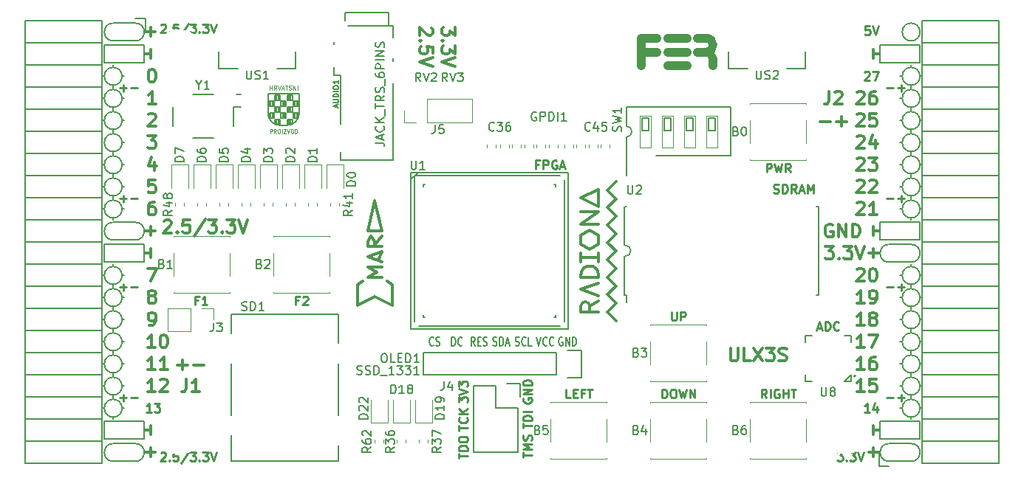
<source format=gto>
G04 #@! TF.GenerationSoftware,KiCad,Pcbnew,5.0.2+dfsg1-1*
G04 #@! TF.CreationDate,2019-04-23T23:58:42+02:00*
G04 #@! TF.ProjectId,ulx3s,756c7833-732e-46b6-9963-61645f706362,v3.0.7*
G04 #@! TF.SameCoordinates,Original*
G04 #@! TF.FileFunction,Legend,Top*
G04 #@! TF.FilePolarity,Positive*
%FSLAX46Y46*%
G04 Gerber Fmt 4.6, Leading zero omitted, Abs format (unit mm)*
G04 Created by KiCad (PCBNEW 5.0.2+dfsg1-1) date utorak, 23. travnja 2019. 23:58:42 CEST*
%MOMM*%
%LPD*%
G01*
G04 APERTURE LIST*
%ADD10C,0.250000*%
%ADD11C,0.300000*%
%ADD12C,0.200000*%
%ADD13C,0.150000*%
%ADD14C,0.120000*%
%ADD15C,1.000000*%
%ADD16C,0.075000*%
%ADD17C,0.152400*%
%ADD18R,0.800000X1.600000*%
%ADD19R,1.550000X1.000000*%
%ADD20R,1.550000X2.100000*%
%ADD21R,2.300000X1.900000*%
%ADD22R,2.900000X2.100000*%
%ADD23R,2.900000X2.300000*%
%ADD24R,2.900000X2.900000*%
%ADD25C,1.800000*%
%ADD26R,1.900000X2.000000*%
%ADD27R,0.500000X1.450000*%
%ADD28R,2.000000X2.000000*%
%ADD29R,2.200000X1.700000*%
%ADD30R,1.220000X2.540000*%
%ADD31R,0.400000X2.000000*%
%ADD32C,2.100000*%
%ADD33O,0.660000X1.300000*%
%ADD34R,0.660000X1.300000*%
%ADD35C,0.500000*%
%ADD36O,0.227000X0.608000*%
%ADD37O,0.608000X0.227000*%
%ADD38R,1.725000X1.725000*%
%ADD39O,0.400000X1.050000*%
%ADD40O,1.050000X0.400000*%
%ADD41R,1.050000X0.400000*%
%ADD42C,0.100000*%
%ADD43C,0.975000*%
%ADD44C,1.075000*%
%ADD45R,1.827200X2.132000*%
%ADD46O,1.827200X2.132000*%
%ADD47O,1.827200X1.827200*%
%ADD48R,1.827200X1.827200*%
%ADD49C,5.600000*%
%ADD50R,1.800000X1.800000*%
%ADD51O,1.800000X1.800000*%
%ADD52R,1.395000X1.500000*%
%ADD53R,1.650000X1.400000*%
G04 APERTURE END LIST*
D10*
X116641666Y-93497571D02*
X116308333Y-93497571D01*
X116308333Y-94021380D02*
X116308333Y-93021380D01*
X116784523Y-93021380D01*
X117117857Y-93116619D02*
X117165476Y-93069000D01*
X117260714Y-93021380D01*
X117498809Y-93021380D01*
X117594047Y-93069000D01*
X117641666Y-93116619D01*
X117689285Y-93211857D01*
X117689285Y-93307095D01*
X117641666Y-93449952D01*
X117070238Y-94021380D01*
X117689285Y-94021380D01*
X105084666Y-93497571D02*
X104751333Y-93497571D01*
X104751333Y-94021380D02*
X104751333Y-93021380D01*
X105227523Y-93021380D01*
X106132285Y-94021380D02*
X105560857Y-94021380D01*
X105846571Y-94021380D02*
X105846571Y-93021380D01*
X105751333Y-93164238D01*
X105656095Y-93259476D01*
X105560857Y-93307095D01*
X170236666Y-104689380D02*
X169903333Y-104213190D01*
X169665238Y-104689380D02*
X169665238Y-103689380D01*
X170046190Y-103689380D01*
X170141428Y-103737000D01*
X170189047Y-103784619D01*
X170236666Y-103879857D01*
X170236666Y-104022714D01*
X170189047Y-104117952D01*
X170141428Y-104165571D01*
X170046190Y-104213190D01*
X169665238Y-104213190D01*
X170665238Y-104689380D02*
X170665238Y-103689380D01*
X171665238Y-103737000D02*
X171570000Y-103689380D01*
X171427142Y-103689380D01*
X171284285Y-103737000D01*
X171189047Y-103832238D01*
X171141428Y-103927476D01*
X171093809Y-104117952D01*
X171093809Y-104260809D01*
X171141428Y-104451285D01*
X171189047Y-104546523D01*
X171284285Y-104641761D01*
X171427142Y-104689380D01*
X171522380Y-104689380D01*
X171665238Y-104641761D01*
X171712857Y-104594142D01*
X171712857Y-104260809D01*
X171522380Y-104260809D01*
X172141428Y-104689380D02*
X172141428Y-103689380D01*
X172141428Y-104165571D02*
X172712857Y-104165571D01*
X172712857Y-104689380D02*
X172712857Y-103689380D01*
X173046190Y-103689380D02*
X173617619Y-103689380D01*
X173331904Y-104689380D02*
X173331904Y-103689380D01*
X159354285Y-94799380D02*
X159354285Y-95608904D01*
X159401904Y-95704142D01*
X159449523Y-95751761D01*
X159544761Y-95799380D01*
X159735238Y-95799380D01*
X159830476Y-95751761D01*
X159878095Y-95704142D01*
X159925714Y-95608904D01*
X159925714Y-94799380D01*
X160401904Y-95799380D02*
X160401904Y-94799380D01*
X160782857Y-94799380D01*
X160878095Y-94847000D01*
X160925714Y-94894619D01*
X160973333Y-94989857D01*
X160973333Y-95132714D01*
X160925714Y-95227952D01*
X160878095Y-95275571D01*
X160782857Y-95323190D01*
X160401904Y-95323190D01*
X158259047Y-104689380D02*
X158259047Y-103689380D01*
X158497142Y-103689380D01*
X158640000Y-103737000D01*
X158735238Y-103832238D01*
X158782857Y-103927476D01*
X158830476Y-104117952D01*
X158830476Y-104260809D01*
X158782857Y-104451285D01*
X158735238Y-104546523D01*
X158640000Y-104641761D01*
X158497142Y-104689380D01*
X158259047Y-104689380D01*
X159449523Y-103689380D02*
X159640000Y-103689380D01*
X159735238Y-103737000D01*
X159830476Y-103832238D01*
X159878095Y-104022714D01*
X159878095Y-104356047D01*
X159830476Y-104546523D01*
X159735238Y-104641761D01*
X159640000Y-104689380D01*
X159449523Y-104689380D01*
X159354285Y-104641761D01*
X159259047Y-104546523D01*
X159211428Y-104356047D01*
X159211428Y-104022714D01*
X159259047Y-103832238D01*
X159354285Y-103737000D01*
X159449523Y-103689380D01*
X160211428Y-103689380D02*
X160449523Y-104689380D01*
X160640000Y-103975095D01*
X160830476Y-104689380D01*
X161068571Y-103689380D01*
X161449523Y-104689380D02*
X161449523Y-103689380D01*
X162020952Y-104689380D01*
X162020952Y-103689380D01*
X147757619Y-104689380D02*
X147281428Y-104689380D01*
X147281428Y-103689380D01*
X148090952Y-104165571D02*
X148424285Y-104165571D01*
X148567142Y-104689380D02*
X148090952Y-104689380D01*
X148090952Y-103689380D01*
X148567142Y-103689380D01*
X149329047Y-104165571D02*
X148995714Y-104165571D01*
X148995714Y-104689380D02*
X148995714Y-103689380D01*
X149471904Y-103689380D01*
X149710000Y-103689380D02*
X150281428Y-103689380D01*
X149995714Y-104689380D02*
X149995714Y-103689380D01*
X170251666Y-78781380D02*
X170251666Y-77781380D01*
X170632619Y-77781380D01*
X170727857Y-77829000D01*
X170775476Y-77876619D01*
X170823095Y-77971857D01*
X170823095Y-78114714D01*
X170775476Y-78209952D01*
X170727857Y-78257571D01*
X170632619Y-78305190D01*
X170251666Y-78305190D01*
X171156428Y-77781380D02*
X171394523Y-78781380D01*
X171585000Y-78067095D01*
X171775476Y-78781380D01*
X172013571Y-77781380D01*
X172965952Y-78781380D02*
X172632619Y-78305190D01*
X172394523Y-78781380D02*
X172394523Y-77781380D01*
X172775476Y-77781380D01*
X172870714Y-77829000D01*
X172918333Y-77876619D01*
X172965952Y-77971857D01*
X172965952Y-78114714D01*
X172918333Y-78209952D01*
X172870714Y-78257571D01*
X172775476Y-78305190D01*
X172394523Y-78305190D01*
D11*
X134560428Y-62144714D02*
X134560428Y-63073285D01*
X133989000Y-62573285D01*
X133989000Y-62787571D01*
X133917571Y-62930428D01*
X133846142Y-63001857D01*
X133703285Y-63073285D01*
X133346142Y-63073285D01*
X133203285Y-63001857D01*
X133131857Y-62930428D01*
X133060428Y-62787571D01*
X133060428Y-62359000D01*
X133131857Y-62216142D01*
X133203285Y-62144714D01*
X133203285Y-63716142D02*
X133131857Y-63787571D01*
X133060428Y-63716142D01*
X133131857Y-63644714D01*
X133203285Y-63716142D01*
X133060428Y-63716142D01*
X134560428Y-64287571D02*
X134560428Y-65216142D01*
X133989000Y-64716142D01*
X133989000Y-64930428D01*
X133917571Y-65073285D01*
X133846142Y-65144714D01*
X133703285Y-65216142D01*
X133346142Y-65216142D01*
X133203285Y-65144714D01*
X133131857Y-65073285D01*
X133060428Y-64930428D01*
X133060428Y-64501857D01*
X133131857Y-64359000D01*
X133203285Y-64287571D01*
X134560428Y-65644714D02*
X133060428Y-66144714D01*
X134560428Y-66644714D01*
X131877571Y-62216142D02*
X131949000Y-62287571D01*
X132020428Y-62430428D01*
X132020428Y-62787571D01*
X131949000Y-62930428D01*
X131877571Y-63001857D01*
X131734714Y-63073285D01*
X131591857Y-63073285D01*
X131377571Y-63001857D01*
X130520428Y-62144714D01*
X130520428Y-63073285D01*
X130663285Y-63716142D02*
X130591857Y-63787571D01*
X130520428Y-63716142D01*
X130591857Y-63644714D01*
X130663285Y-63716142D01*
X130520428Y-63716142D01*
X132020428Y-65144714D02*
X132020428Y-64430428D01*
X131306142Y-64359000D01*
X131377571Y-64430428D01*
X131449000Y-64573285D01*
X131449000Y-64930428D01*
X131377571Y-65073285D01*
X131306142Y-65144714D01*
X131163285Y-65216142D01*
X130806142Y-65216142D01*
X130663285Y-65144714D01*
X130591857Y-65073285D01*
X130520428Y-64930428D01*
X130520428Y-64573285D01*
X130591857Y-64430428D01*
X130663285Y-64359000D01*
X132020428Y-65644714D02*
X130520428Y-66144714D01*
X132020428Y-66644714D01*
X102760000Y-100897142D02*
X103902857Y-100897142D01*
X103331428Y-101468571D02*
X103331428Y-100325714D01*
X104617142Y-100897142D02*
X105760000Y-100897142D01*
X182492000Y-87582000D02*
X182492000Y-88598000D01*
X181984000Y-88090000D02*
X183254000Y-88090000D01*
X182492000Y-110442000D02*
X182492000Y-111458000D01*
X183254000Y-110950000D02*
X181984000Y-110950000D01*
X99688000Y-110442000D02*
X99688000Y-111458000D01*
X98926000Y-110950000D02*
X100196000Y-110950000D01*
X99688000Y-62182000D02*
X99688000Y-63198000D01*
X98926000Y-62690000D02*
X100196000Y-62690000D01*
X99688000Y-85042000D02*
X99688000Y-86058000D01*
X98926000Y-85550000D02*
X100196000Y-85550000D01*
D12*
X97910000Y-63706000D02*
G75*
G03X97910000Y-61674000I0J1016000D01*
G01*
X184270000Y-109934000D02*
G75*
G03X184270000Y-111966000I0J-1016000D01*
G01*
X95370000Y-111966000D02*
X97910000Y-111966000D01*
X95370000Y-109934000D02*
X97910000Y-109934000D01*
X97910000Y-111966000D02*
G75*
G03X97910000Y-109934000I0J1016000D01*
G01*
X95370000Y-109934000D02*
G75*
G03X95370000Y-111966000I0J-1016000D01*
G01*
X95370000Y-61674000D02*
X97910000Y-61674000D01*
X95370000Y-63706000D02*
X97910000Y-63706000D01*
X95370000Y-61674000D02*
G75*
G03X95370000Y-63706000I0J-1016000D01*
G01*
X95370000Y-84534000D02*
X97910000Y-84534000D01*
X95370000Y-86566000D02*
X97910000Y-86566000D01*
X95370000Y-84534000D02*
G75*
G03X95370000Y-86566000I0J-1016000D01*
G01*
X97910000Y-86566000D02*
G75*
G03X97910000Y-84534000I0J1016000D01*
G01*
X187826000Y-62690000D02*
G75*
G03X187826000Y-62690000I-1016000J0D01*
G01*
X184270000Y-89106000D02*
X186810000Y-89106000D01*
X184270000Y-87074000D02*
X186810000Y-87074000D01*
X184270000Y-87074000D02*
G75*
G03X184270000Y-89106000I0J-1016000D01*
G01*
X186810000Y-89106000D02*
G75*
G03X186810000Y-87074000I0J1016000D01*
G01*
X186810000Y-111966000D02*
X184270000Y-111966000D01*
X186810000Y-109934000D02*
X184270000Y-109934000D01*
X186810000Y-111966000D02*
G75*
G03X186810000Y-109934000I0J1016000D01*
G01*
X94354000Y-66246000D02*
X94354000Y-64214000D01*
X98926000Y-66246000D02*
X94354000Y-66246000D01*
X98926000Y-64214000D02*
X98926000Y-66246000D01*
X94354000Y-64214000D02*
X98926000Y-64214000D01*
X94354000Y-87074000D02*
X98926000Y-87074000D01*
X94354000Y-89106000D02*
X94354000Y-87074000D01*
X98926000Y-89106000D02*
X94354000Y-89106000D01*
X98926000Y-87074000D02*
X98926000Y-89106000D01*
X94354000Y-109426000D02*
X98926000Y-109426000D01*
X94354000Y-107394000D02*
X94354000Y-109426000D01*
X98926000Y-107394000D02*
X94354000Y-107394000D01*
X98926000Y-109426000D02*
X98926000Y-107394000D01*
X183254000Y-109426000D02*
X187826000Y-109426000D01*
X183254000Y-107394000D02*
X183254000Y-109426000D01*
X187826000Y-107394000D02*
X187826000Y-109426000D01*
X183254000Y-107394000D02*
X187826000Y-107394000D01*
X183254000Y-66246000D02*
X187826000Y-66246000D01*
X183254000Y-64214000D02*
X183254000Y-66246000D01*
X187826000Y-64214000D02*
X183254000Y-64214000D01*
X187826000Y-66246000D02*
X187826000Y-64214000D01*
X183254000Y-84534000D02*
X187826000Y-84534000D01*
X183254000Y-86566000D02*
X183254000Y-84534000D01*
X187826000Y-86566000D02*
X183254000Y-86566000D01*
X187826000Y-84534000D02*
X187826000Y-86566000D01*
D10*
X96148000Y-69111428D02*
X96909904Y-69111428D01*
X96528952Y-69492380D02*
X96528952Y-68730476D01*
X97386095Y-69111428D02*
X98148000Y-69111428D01*
X96148000Y-81811428D02*
X96909904Y-81811428D01*
X96528952Y-82192380D02*
X96528952Y-81430476D01*
X97386095Y-81811428D02*
X98148000Y-81811428D01*
X96148000Y-91971428D02*
X96909904Y-91971428D01*
X96528952Y-92352380D02*
X96528952Y-91590476D01*
X97386095Y-91971428D02*
X98148000Y-91971428D01*
X96148000Y-104671428D02*
X96909904Y-104671428D01*
X96528952Y-105052380D02*
X96528952Y-104290476D01*
X97386095Y-104671428D02*
X98148000Y-104671428D01*
X184032000Y-104671428D02*
X184793904Y-104671428D01*
X185270095Y-104671428D02*
X186032000Y-104671428D01*
X185651047Y-105052380D02*
X185651047Y-104290476D01*
X184032000Y-91971428D02*
X184793904Y-91971428D01*
X185270095Y-91971428D02*
X186032000Y-91971428D01*
X185651047Y-92352380D02*
X185651047Y-91590476D01*
X184032000Y-81811428D02*
X184793904Y-81811428D01*
X185270095Y-81811428D02*
X186032000Y-81811428D01*
X185651047Y-82192380D02*
X185651047Y-81430476D01*
X184032000Y-69111428D02*
X184793904Y-69111428D01*
X185270095Y-69111428D02*
X186032000Y-69111428D01*
X185651047Y-69492380D02*
X185651047Y-68730476D01*
D11*
X176420000Y-72957142D02*
X177562857Y-72957142D01*
X178277142Y-72957142D02*
X179420000Y-72957142D01*
X178848571Y-73528571D02*
X178848571Y-72385714D01*
D12*
X187826000Y-67770000D02*
G75*
G03X187826000Y-67770000I-1016000J0D01*
G01*
X187826000Y-70310000D02*
G75*
G03X187826000Y-70310000I-1016000J0D01*
G01*
X187826000Y-72850000D02*
G75*
G03X187826000Y-72850000I-1016000J0D01*
G01*
X187826000Y-75390000D02*
G75*
G03X187826000Y-75390000I-1016000J0D01*
G01*
X187826000Y-77930000D02*
G75*
G03X187826000Y-77930000I-1016000J0D01*
G01*
X187826000Y-80470000D02*
G75*
G03X187826000Y-80470000I-1016000J0D01*
G01*
X187826000Y-83010000D02*
G75*
G03X187826000Y-83010000I-1016000J0D01*
G01*
X187826000Y-90630000D02*
G75*
G03X187826000Y-90630000I-1016000J0D01*
G01*
X187826000Y-93170000D02*
G75*
G03X187826000Y-93170000I-1016000J0D01*
G01*
X187826000Y-95710000D02*
G75*
G03X187826000Y-95710000I-1016000J0D01*
G01*
X187826000Y-98250000D02*
G75*
G03X187826000Y-98250000I-1016000J0D01*
G01*
X187826000Y-100790000D02*
G75*
G03X187826000Y-100790000I-1016000J0D01*
G01*
X187826000Y-103330000D02*
G75*
G03X187826000Y-103330000I-1016000J0D01*
G01*
X187826000Y-105870000D02*
G75*
G03X187826000Y-105870000I-1016000J0D01*
G01*
X96386000Y-105870000D02*
G75*
G03X96386000Y-105870000I-1016000J0D01*
G01*
X96386000Y-103330000D02*
G75*
G03X96386000Y-103330000I-1016000J0D01*
G01*
X96386000Y-100790000D02*
G75*
G03X96386000Y-100790000I-1016000J0D01*
G01*
X96386000Y-98250000D02*
G75*
G03X96386000Y-98250000I-1016000J0D01*
G01*
X96386000Y-95710000D02*
G75*
G03X96386000Y-95710000I-1016000J0D01*
G01*
X96386000Y-93170000D02*
G75*
G03X96386000Y-93170000I-1016000J0D01*
G01*
X96386000Y-90630000D02*
G75*
G03X96386000Y-90630000I-1016000J0D01*
G01*
X96386000Y-83010000D02*
G75*
G03X96386000Y-83010000I-1016000J0D01*
G01*
X96386000Y-80470000D02*
G75*
G03X96386000Y-80470000I-1016000J0D01*
G01*
X96386000Y-77930000D02*
G75*
G03X96386000Y-77930000I-1016000J0D01*
G01*
X96386000Y-75390000D02*
G75*
G03X96386000Y-75390000I-1016000J0D01*
G01*
X96386000Y-72850000D02*
G75*
G03X96386000Y-72850000I-1016000J0D01*
G01*
X96386000Y-70310000D02*
G75*
G03X96386000Y-70310000I-1016000J0D01*
G01*
X96386000Y-67770000D02*
G75*
G03X96386000Y-67770000I-1016000J0D01*
G01*
D11*
X177793142Y-84800000D02*
X177650285Y-84728571D01*
X177436000Y-84728571D01*
X177221714Y-84800000D01*
X177078857Y-84942857D01*
X177007428Y-85085714D01*
X176936000Y-85371428D01*
X176936000Y-85585714D01*
X177007428Y-85871428D01*
X177078857Y-86014285D01*
X177221714Y-86157142D01*
X177436000Y-86228571D01*
X177578857Y-86228571D01*
X177793142Y-86157142D01*
X177864571Y-86085714D01*
X177864571Y-85585714D01*
X177578857Y-85585714D01*
X178507428Y-86228571D02*
X178507428Y-84728571D01*
X179364571Y-86228571D01*
X179364571Y-84728571D01*
X180078857Y-86228571D02*
X180078857Y-84728571D01*
X180436000Y-84728571D01*
X180650285Y-84800000D01*
X180793142Y-84942857D01*
X180864571Y-85085714D01*
X180936000Y-85371428D01*
X180936000Y-85585714D01*
X180864571Y-85871428D01*
X180793142Y-86014285D01*
X180650285Y-86157142D01*
X180436000Y-86228571D01*
X180078857Y-86228571D01*
X182492000Y-86058000D02*
X182492000Y-85042000D01*
X183254000Y-85550000D02*
X182492000Y-85550000D01*
X182492000Y-107902000D02*
X182492000Y-108918000D01*
X182492000Y-108410000D02*
X183254000Y-108410000D01*
D10*
X182047523Y-106322380D02*
X181476095Y-106322380D01*
X181761809Y-106322380D02*
X181761809Y-105322380D01*
X181666571Y-105465238D01*
X181571333Y-105560476D01*
X181476095Y-105608095D01*
X182904666Y-105655714D02*
X182904666Y-106322380D01*
X182666571Y-105274761D02*
X182428476Y-105989047D01*
X183047523Y-105989047D01*
X181476095Y-67317619D02*
X181523714Y-67270000D01*
X181618952Y-67222380D01*
X181857047Y-67222380D01*
X181952285Y-67270000D01*
X181999904Y-67317619D01*
X182047523Y-67412857D01*
X182047523Y-67508095D01*
X181999904Y-67650952D01*
X181428476Y-68222380D01*
X182047523Y-68222380D01*
X182380857Y-67222380D02*
X183047523Y-67222380D01*
X182618952Y-68222380D01*
D11*
X182492000Y-64722000D02*
X182492000Y-65738000D01*
X182492000Y-65230000D02*
X183254000Y-65230000D01*
X99688000Y-107902000D02*
X99688000Y-108918000D01*
X98926000Y-108410000D02*
X99688000Y-108410000D01*
X99315000Y-74568571D02*
X100243571Y-74568571D01*
X99743571Y-75140000D01*
X99957857Y-75140000D01*
X100100714Y-75211428D01*
X100172142Y-75282857D01*
X100243571Y-75425714D01*
X100243571Y-75782857D01*
X100172142Y-75925714D01*
X100100714Y-75997142D01*
X99957857Y-76068571D01*
X99529285Y-76068571D01*
X99386428Y-75997142D01*
X99315000Y-75925714D01*
X100100714Y-77608571D02*
X100100714Y-78608571D01*
X99743571Y-77037142D02*
X99386428Y-78108571D01*
X100315000Y-78108571D01*
X100172142Y-79648571D02*
X99457857Y-79648571D01*
X99386428Y-80362857D01*
X99457857Y-80291428D01*
X99600714Y-80220000D01*
X99957857Y-80220000D01*
X100100714Y-80291428D01*
X100172142Y-80362857D01*
X100243571Y-80505714D01*
X100243571Y-80862857D01*
X100172142Y-81005714D01*
X100100714Y-81077142D01*
X99957857Y-81148571D01*
X99600714Y-81148571D01*
X99457857Y-81077142D01*
X99386428Y-81005714D01*
D10*
X99751523Y-106322380D02*
X99180095Y-106322380D01*
X99465809Y-106322380D02*
X99465809Y-105322380D01*
X99370571Y-105465238D01*
X99275333Y-105560476D01*
X99180095Y-105608095D01*
X100084857Y-105322380D02*
X100703904Y-105322380D01*
X100370571Y-105703333D01*
X100513428Y-105703333D01*
X100608666Y-105750952D01*
X100656285Y-105798571D01*
X100703904Y-105893809D01*
X100703904Y-106131904D01*
X100656285Y-106227142D01*
X100608666Y-106274761D01*
X100513428Y-106322380D01*
X100227714Y-106322380D01*
X100132476Y-106274761D01*
X100084857Y-106227142D01*
D11*
X99315000Y-89808571D02*
X100315000Y-89808571D01*
X99672142Y-91308571D01*
X99688000Y-87582000D02*
X99688000Y-88598000D01*
X98926000Y-88090000D02*
X99688000Y-88090000D01*
X99688000Y-64722000D02*
X99688000Y-65738000D01*
X98926000Y-65230000D02*
X99688000Y-65230000D01*
D10*
X100817976Y-61874619D02*
X100865595Y-61827000D01*
X100960833Y-61779380D01*
X101198928Y-61779380D01*
X101294166Y-61827000D01*
X101341785Y-61874619D01*
X101389404Y-61969857D01*
X101389404Y-62065095D01*
X101341785Y-62207952D01*
X100770357Y-62779380D01*
X101389404Y-62779380D01*
X101817976Y-62684142D02*
X101865595Y-62731761D01*
X101817976Y-62779380D01*
X101770357Y-62731761D01*
X101817976Y-62684142D01*
X101817976Y-62779380D01*
X102770357Y-61779380D02*
X102294166Y-61779380D01*
X102246547Y-62255571D01*
X102294166Y-62207952D01*
X102389404Y-62160333D01*
X102627500Y-62160333D01*
X102722738Y-62207952D01*
X102770357Y-62255571D01*
X102817976Y-62350809D01*
X102817976Y-62588904D01*
X102770357Y-62684142D01*
X102722738Y-62731761D01*
X102627500Y-62779380D01*
X102389404Y-62779380D01*
X102294166Y-62731761D01*
X102246547Y-62684142D01*
X103960833Y-61731761D02*
X103103690Y-63017476D01*
X104198928Y-61779380D02*
X104817976Y-61779380D01*
X104484642Y-62160333D01*
X104627500Y-62160333D01*
X104722738Y-62207952D01*
X104770357Y-62255571D01*
X104817976Y-62350809D01*
X104817976Y-62588904D01*
X104770357Y-62684142D01*
X104722738Y-62731761D01*
X104627500Y-62779380D01*
X104341785Y-62779380D01*
X104246547Y-62731761D01*
X104198928Y-62684142D01*
X105246547Y-62684142D02*
X105294166Y-62731761D01*
X105246547Y-62779380D01*
X105198928Y-62731761D01*
X105246547Y-62684142D01*
X105246547Y-62779380D01*
X105627500Y-61779380D02*
X106246547Y-61779380D01*
X105913214Y-62160333D01*
X106056071Y-62160333D01*
X106151309Y-62207952D01*
X106198928Y-62255571D01*
X106246547Y-62350809D01*
X106246547Y-62588904D01*
X106198928Y-62684142D01*
X106151309Y-62731761D01*
X106056071Y-62779380D01*
X105770357Y-62779380D01*
X105675119Y-62731761D01*
X105627500Y-62684142D01*
X106532261Y-61779380D02*
X106865595Y-62779380D01*
X107198928Y-61779380D01*
X178360261Y-110910380D02*
X178979309Y-110910380D01*
X178645976Y-111291333D01*
X178788833Y-111291333D01*
X178884071Y-111338952D01*
X178931690Y-111386571D01*
X178979309Y-111481809D01*
X178979309Y-111719904D01*
X178931690Y-111815142D01*
X178884071Y-111862761D01*
X178788833Y-111910380D01*
X178503119Y-111910380D01*
X178407880Y-111862761D01*
X178360261Y-111815142D01*
X179407880Y-111815142D02*
X179455500Y-111862761D01*
X179407880Y-111910380D01*
X179360261Y-111862761D01*
X179407880Y-111815142D01*
X179407880Y-111910380D01*
X179788833Y-110910380D02*
X180407880Y-110910380D01*
X180074547Y-111291333D01*
X180217404Y-111291333D01*
X180312642Y-111338952D01*
X180360261Y-111386571D01*
X180407880Y-111481809D01*
X180407880Y-111719904D01*
X180360261Y-111815142D01*
X180312642Y-111862761D01*
X180217404Y-111910380D01*
X179931690Y-111910380D01*
X179836452Y-111862761D01*
X179788833Y-111815142D01*
X180693595Y-110910380D02*
X181026928Y-111910380D01*
X181360261Y-110910380D01*
D11*
X101199714Y-84381428D02*
X101271142Y-84310000D01*
X101414000Y-84238571D01*
X101771142Y-84238571D01*
X101914000Y-84310000D01*
X101985428Y-84381428D01*
X102056857Y-84524285D01*
X102056857Y-84667142D01*
X101985428Y-84881428D01*
X101128285Y-85738571D01*
X102056857Y-85738571D01*
X102699714Y-85595714D02*
X102771142Y-85667142D01*
X102699714Y-85738571D01*
X102628285Y-85667142D01*
X102699714Y-85595714D01*
X102699714Y-85738571D01*
X104128285Y-84238571D02*
X103414000Y-84238571D01*
X103342571Y-84952857D01*
X103414000Y-84881428D01*
X103556857Y-84810000D01*
X103914000Y-84810000D01*
X104056857Y-84881428D01*
X104128285Y-84952857D01*
X104199714Y-85095714D01*
X104199714Y-85452857D01*
X104128285Y-85595714D01*
X104056857Y-85667142D01*
X103914000Y-85738571D01*
X103556857Y-85738571D01*
X103414000Y-85667142D01*
X103342571Y-85595714D01*
X105914000Y-84167142D02*
X104628285Y-86095714D01*
X106271142Y-84238571D02*
X107199714Y-84238571D01*
X106699714Y-84810000D01*
X106914000Y-84810000D01*
X107056857Y-84881428D01*
X107128285Y-84952857D01*
X107199714Y-85095714D01*
X107199714Y-85452857D01*
X107128285Y-85595714D01*
X107056857Y-85667142D01*
X106914000Y-85738571D01*
X106485428Y-85738571D01*
X106342571Y-85667142D01*
X106271142Y-85595714D01*
X107842571Y-85595714D02*
X107914000Y-85667142D01*
X107842571Y-85738571D01*
X107771142Y-85667142D01*
X107842571Y-85595714D01*
X107842571Y-85738571D01*
X108414000Y-84238571D02*
X109342571Y-84238571D01*
X108842571Y-84810000D01*
X109056857Y-84810000D01*
X109199714Y-84881428D01*
X109271142Y-84952857D01*
X109342571Y-85095714D01*
X109342571Y-85452857D01*
X109271142Y-85595714D01*
X109199714Y-85667142D01*
X109056857Y-85738571D01*
X108628285Y-85738571D01*
X108485428Y-85667142D01*
X108414000Y-85595714D01*
X109771142Y-84238571D02*
X110271142Y-85738571D01*
X110771142Y-84238571D01*
D10*
X100817976Y-111023619D02*
X100865595Y-110976000D01*
X100960833Y-110928380D01*
X101198928Y-110928380D01*
X101294166Y-110976000D01*
X101341785Y-111023619D01*
X101389404Y-111118857D01*
X101389404Y-111214095D01*
X101341785Y-111356952D01*
X100770357Y-111928380D01*
X101389404Y-111928380D01*
X101817976Y-111833142D02*
X101865595Y-111880761D01*
X101817976Y-111928380D01*
X101770357Y-111880761D01*
X101817976Y-111833142D01*
X101817976Y-111928380D01*
X102770357Y-110928380D02*
X102294166Y-110928380D01*
X102246547Y-111404571D01*
X102294166Y-111356952D01*
X102389404Y-111309333D01*
X102627500Y-111309333D01*
X102722738Y-111356952D01*
X102770357Y-111404571D01*
X102817976Y-111499809D01*
X102817976Y-111737904D01*
X102770357Y-111833142D01*
X102722738Y-111880761D01*
X102627500Y-111928380D01*
X102389404Y-111928380D01*
X102294166Y-111880761D01*
X102246547Y-111833142D01*
X103960833Y-110880761D02*
X103103690Y-112166476D01*
X104198928Y-110928380D02*
X104817976Y-110928380D01*
X104484642Y-111309333D01*
X104627500Y-111309333D01*
X104722738Y-111356952D01*
X104770357Y-111404571D01*
X104817976Y-111499809D01*
X104817976Y-111737904D01*
X104770357Y-111833142D01*
X104722738Y-111880761D01*
X104627500Y-111928380D01*
X104341785Y-111928380D01*
X104246547Y-111880761D01*
X104198928Y-111833142D01*
X105246547Y-111833142D02*
X105294166Y-111880761D01*
X105246547Y-111928380D01*
X105198928Y-111880761D01*
X105246547Y-111833142D01*
X105246547Y-111928380D01*
X105627500Y-110928380D02*
X106246547Y-110928380D01*
X105913214Y-111309333D01*
X106056071Y-111309333D01*
X106151309Y-111356952D01*
X106198928Y-111404571D01*
X106246547Y-111499809D01*
X106246547Y-111737904D01*
X106198928Y-111833142D01*
X106151309Y-111880761D01*
X106056071Y-111928380D01*
X105770357Y-111928380D01*
X105675119Y-111880761D01*
X105627500Y-111833142D01*
X106532261Y-110928380D02*
X106865595Y-111928380D01*
X107198928Y-110928380D01*
X182047523Y-62015380D02*
X181571333Y-62015380D01*
X181523714Y-62491571D01*
X181571333Y-62443952D01*
X181666571Y-62396333D01*
X181904666Y-62396333D01*
X181999904Y-62443952D01*
X182047523Y-62491571D01*
X182095142Y-62586809D01*
X182095142Y-62824904D01*
X182047523Y-62920142D01*
X181999904Y-62967761D01*
X181904666Y-63015380D01*
X181666571Y-63015380D01*
X181571333Y-62967761D01*
X181523714Y-62920142D01*
X182380857Y-62015380D02*
X182714190Y-63015380D01*
X183047523Y-62015380D01*
D11*
X180587142Y-69631428D02*
X180658571Y-69560000D01*
X180801428Y-69488571D01*
X181158571Y-69488571D01*
X181301428Y-69560000D01*
X181372857Y-69631428D01*
X181444285Y-69774285D01*
X181444285Y-69917142D01*
X181372857Y-70131428D01*
X180515714Y-70988571D01*
X181444285Y-70988571D01*
X182730000Y-69488571D02*
X182444285Y-69488571D01*
X182301428Y-69560000D01*
X182230000Y-69631428D01*
X182087142Y-69845714D01*
X182015714Y-70131428D01*
X182015714Y-70702857D01*
X182087142Y-70845714D01*
X182158571Y-70917142D01*
X182301428Y-70988571D01*
X182587142Y-70988571D01*
X182730000Y-70917142D01*
X182801428Y-70845714D01*
X182872857Y-70702857D01*
X182872857Y-70345714D01*
X182801428Y-70202857D01*
X182730000Y-70131428D01*
X182587142Y-70060000D01*
X182301428Y-70060000D01*
X182158571Y-70131428D01*
X182087142Y-70202857D01*
X182015714Y-70345714D01*
X180587142Y-72171428D02*
X180658571Y-72100000D01*
X180801428Y-72028571D01*
X181158571Y-72028571D01*
X181301428Y-72100000D01*
X181372857Y-72171428D01*
X181444285Y-72314285D01*
X181444285Y-72457142D01*
X181372857Y-72671428D01*
X180515714Y-73528571D01*
X181444285Y-73528571D01*
X182801428Y-72028571D02*
X182087142Y-72028571D01*
X182015714Y-72742857D01*
X182087142Y-72671428D01*
X182230000Y-72600000D01*
X182587142Y-72600000D01*
X182730000Y-72671428D01*
X182801428Y-72742857D01*
X182872857Y-72885714D01*
X182872857Y-73242857D01*
X182801428Y-73385714D01*
X182730000Y-73457142D01*
X182587142Y-73528571D01*
X182230000Y-73528571D01*
X182087142Y-73457142D01*
X182015714Y-73385714D01*
X180587142Y-74711428D02*
X180658571Y-74640000D01*
X180801428Y-74568571D01*
X181158571Y-74568571D01*
X181301428Y-74640000D01*
X181372857Y-74711428D01*
X181444285Y-74854285D01*
X181444285Y-74997142D01*
X181372857Y-75211428D01*
X180515714Y-76068571D01*
X181444285Y-76068571D01*
X182730000Y-75068571D02*
X182730000Y-76068571D01*
X182372857Y-74497142D02*
X182015714Y-75568571D01*
X182944285Y-75568571D01*
X180587142Y-77251428D02*
X180658571Y-77180000D01*
X180801428Y-77108571D01*
X181158571Y-77108571D01*
X181301428Y-77180000D01*
X181372857Y-77251428D01*
X181444285Y-77394285D01*
X181444285Y-77537142D01*
X181372857Y-77751428D01*
X180515714Y-78608571D01*
X181444285Y-78608571D01*
X181944285Y-77108571D02*
X182872857Y-77108571D01*
X182372857Y-77680000D01*
X182587142Y-77680000D01*
X182730000Y-77751428D01*
X182801428Y-77822857D01*
X182872857Y-77965714D01*
X182872857Y-78322857D01*
X182801428Y-78465714D01*
X182730000Y-78537142D01*
X182587142Y-78608571D01*
X182158571Y-78608571D01*
X182015714Y-78537142D01*
X181944285Y-78465714D01*
X180587142Y-79791428D02*
X180658571Y-79720000D01*
X180801428Y-79648571D01*
X181158571Y-79648571D01*
X181301428Y-79720000D01*
X181372857Y-79791428D01*
X181444285Y-79934285D01*
X181444285Y-80077142D01*
X181372857Y-80291428D01*
X180515714Y-81148571D01*
X181444285Y-81148571D01*
X182015714Y-79791428D02*
X182087142Y-79720000D01*
X182230000Y-79648571D01*
X182587142Y-79648571D01*
X182730000Y-79720000D01*
X182801428Y-79791428D01*
X182872857Y-79934285D01*
X182872857Y-80077142D01*
X182801428Y-80291428D01*
X181944285Y-81148571D01*
X182872857Y-81148571D01*
X180587142Y-82331428D02*
X180658571Y-82260000D01*
X180801428Y-82188571D01*
X181158571Y-82188571D01*
X181301428Y-82260000D01*
X181372857Y-82331428D01*
X181444285Y-82474285D01*
X181444285Y-82617142D01*
X181372857Y-82831428D01*
X180515714Y-83688571D01*
X181444285Y-83688571D01*
X182872857Y-83688571D02*
X182015714Y-83688571D01*
X182444285Y-83688571D02*
X182444285Y-82188571D01*
X182301428Y-82402857D01*
X182158571Y-82545714D01*
X182015714Y-82617142D01*
X176975714Y-87268571D02*
X177904285Y-87268571D01*
X177404285Y-87840000D01*
X177618571Y-87840000D01*
X177761428Y-87911428D01*
X177832857Y-87982857D01*
X177904285Y-88125714D01*
X177904285Y-88482857D01*
X177832857Y-88625714D01*
X177761428Y-88697142D01*
X177618571Y-88768571D01*
X177190000Y-88768571D01*
X177047142Y-88697142D01*
X176975714Y-88625714D01*
X178547142Y-88625714D02*
X178618571Y-88697142D01*
X178547142Y-88768571D01*
X178475714Y-88697142D01*
X178547142Y-88625714D01*
X178547142Y-88768571D01*
X179118571Y-87268571D02*
X180047142Y-87268571D01*
X179547142Y-87840000D01*
X179761428Y-87840000D01*
X179904285Y-87911428D01*
X179975714Y-87982857D01*
X180047142Y-88125714D01*
X180047142Y-88482857D01*
X179975714Y-88625714D01*
X179904285Y-88697142D01*
X179761428Y-88768571D01*
X179332857Y-88768571D01*
X179190000Y-88697142D01*
X179118571Y-88625714D01*
X180475714Y-87268571D02*
X180975714Y-88768571D01*
X181475714Y-87268571D01*
X180587142Y-89951428D02*
X180658571Y-89880000D01*
X180801428Y-89808571D01*
X181158571Y-89808571D01*
X181301428Y-89880000D01*
X181372857Y-89951428D01*
X181444285Y-90094285D01*
X181444285Y-90237142D01*
X181372857Y-90451428D01*
X180515714Y-91308571D01*
X181444285Y-91308571D01*
X182372857Y-89808571D02*
X182515714Y-89808571D01*
X182658571Y-89880000D01*
X182730000Y-89951428D01*
X182801428Y-90094285D01*
X182872857Y-90380000D01*
X182872857Y-90737142D01*
X182801428Y-91022857D01*
X182730000Y-91165714D01*
X182658571Y-91237142D01*
X182515714Y-91308571D01*
X182372857Y-91308571D01*
X182230000Y-91237142D01*
X182158571Y-91165714D01*
X182087142Y-91022857D01*
X182015714Y-90737142D01*
X182015714Y-90380000D01*
X182087142Y-90094285D01*
X182158571Y-89951428D01*
X182230000Y-89880000D01*
X182372857Y-89808571D01*
X181444285Y-93848571D02*
X180587142Y-93848571D01*
X181015714Y-93848571D02*
X181015714Y-92348571D01*
X180872857Y-92562857D01*
X180730000Y-92705714D01*
X180587142Y-92777142D01*
X182158571Y-93848571D02*
X182444285Y-93848571D01*
X182587142Y-93777142D01*
X182658571Y-93705714D01*
X182801428Y-93491428D01*
X182872857Y-93205714D01*
X182872857Y-92634285D01*
X182801428Y-92491428D01*
X182730000Y-92420000D01*
X182587142Y-92348571D01*
X182301428Y-92348571D01*
X182158571Y-92420000D01*
X182087142Y-92491428D01*
X182015714Y-92634285D01*
X182015714Y-92991428D01*
X182087142Y-93134285D01*
X182158571Y-93205714D01*
X182301428Y-93277142D01*
X182587142Y-93277142D01*
X182730000Y-93205714D01*
X182801428Y-93134285D01*
X182872857Y-92991428D01*
X181444285Y-96388571D02*
X180587142Y-96388571D01*
X181015714Y-96388571D02*
X181015714Y-94888571D01*
X180872857Y-95102857D01*
X180730000Y-95245714D01*
X180587142Y-95317142D01*
X182301428Y-95531428D02*
X182158571Y-95460000D01*
X182087142Y-95388571D01*
X182015714Y-95245714D01*
X182015714Y-95174285D01*
X182087142Y-95031428D01*
X182158571Y-94960000D01*
X182301428Y-94888571D01*
X182587142Y-94888571D01*
X182730000Y-94960000D01*
X182801428Y-95031428D01*
X182872857Y-95174285D01*
X182872857Y-95245714D01*
X182801428Y-95388571D01*
X182730000Y-95460000D01*
X182587142Y-95531428D01*
X182301428Y-95531428D01*
X182158571Y-95602857D01*
X182087142Y-95674285D01*
X182015714Y-95817142D01*
X182015714Y-96102857D01*
X182087142Y-96245714D01*
X182158571Y-96317142D01*
X182301428Y-96388571D01*
X182587142Y-96388571D01*
X182730000Y-96317142D01*
X182801428Y-96245714D01*
X182872857Y-96102857D01*
X182872857Y-95817142D01*
X182801428Y-95674285D01*
X182730000Y-95602857D01*
X182587142Y-95531428D01*
X181444285Y-98928571D02*
X180587142Y-98928571D01*
X181015714Y-98928571D02*
X181015714Y-97428571D01*
X180872857Y-97642857D01*
X180730000Y-97785714D01*
X180587142Y-97857142D01*
X181944285Y-97428571D02*
X182944285Y-97428571D01*
X182301428Y-98928571D01*
X181444285Y-101468571D02*
X180587142Y-101468571D01*
X181015714Y-101468571D02*
X181015714Y-99968571D01*
X180872857Y-100182857D01*
X180730000Y-100325714D01*
X180587142Y-100397142D01*
X182730000Y-99968571D02*
X182444285Y-99968571D01*
X182301428Y-100040000D01*
X182230000Y-100111428D01*
X182087142Y-100325714D01*
X182015714Y-100611428D01*
X182015714Y-101182857D01*
X182087142Y-101325714D01*
X182158571Y-101397142D01*
X182301428Y-101468571D01*
X182587142Y-101468571D01*
X182730000Y-101397142D01*
X182801428Y-101325714D01*
X182872857Y-101182857D01*
X182872857Y-100825714D01*
X182801428Y-100682857D01*
X182730000Y-100611428D01*
X182587142Y-100540000D01*
X182301428Y-100540000D01*
X182158571Y-100611428D01*
X182087142Y-100682857D01*
X182015714Y-100825714D01*
X181444285Y-104008571D02*
X180587142Y-104008571D01*
X181015714Y-104008571D02*
X181015714Y-102508571D01*
X180872857Y-102722857D01*
X180730000Y-102865714D01*
X180587142Y-102937142D01*
X182801428Y-102508571D02*
X182087142Y-102508571D01*
X182015714Y-103222857D01*
X182087142Y-103151428D01*
X182230000Y-103080000D01*
X182587142Y-103080000D01*
X182730000Y-103151428D01*
X182801428Y-103222857D01*
X182872857Y-103365714D01*
X182872857Y-103722857D01*
X182801428Y-103865714D01*
X182730000Y-103937142D01*
X182587142Y-104008571D01*
X182230000Y-104008571D01*
X182087142Y-103937142D01*
X182015714Y-103865714D01*
D12*
X186810000Y-66500000D02*
X186810000Y-66754000D01*
X187826000Y-67770000D02*
X188080000Y-67770000D01*
X185540000Y-67770000D02*
X185794000Y-67770000D01*
X186810000Y-69294000D02*
X186810000Y-68786000D01*
X187826000Y-70310000D02*
X188080000Y-70310000D01*
X185540000Y-70310000D02*
X185794000Y-70310000D01*
X186810000Y-71326000D02*
X186810000Y-71834000D01*
X187826000Y-72850000D02*
X188080000Y-72850000D01*
X185540000Y-72850000D02*
X185794000Y-72850000D01*
X186810000Y-73866000D02*
X186810000Y-74374000D01*
X187826000Y-75390000D02*
X188080000Y-75390000D01*
X185540000Y-75390000D02*
X185794000Y-75390000D01*
X186810000Y-76406000D02*
X186810000Y-76914000D01*
X187826000Y-77930000D02*
X188080000Y-77930000D01*
X185540000Y-77930000D02*
X185794000Y-77930000D01*
X186810000Y-79454000D02*
X186810000Y-78946000D01*
X187826000Y-80470000D02*
X188080000Y-80470000D01*
X185540000Y-80470000D02*
X185794000Y-80470000D01*
X186810000Y-81994000D02*
X186810000Y-81486000D01*
X187826000Y-83010000D02*
X188080000Y-83010000D01*
X185540000Y-83010000D02*
X185794000Y-83010000D01*
X186810000Y-84026000D02*
X186810000Y-84280000D01*
X186810000Y-89360000D02*
X186810000Y-89614000D01*
X187826000Y-90630000D02*
X188080000Y-90630000D01*
X185540000Y-90630000D02*
X185794000Y-90630000D01*
X186810000Y-91646000D02*
X186810000Y-92154000D01*
X187826000Y-93170000D02*
X188080000Y-93170000D01*
X185540000Y-93170000D02*
X185794000Y-93170000D01*
X186810000Y-94186000D02*
X186810000Y-94694000D01*
X187826000Y-95710000D02*
X188080000Y-95710000D01*
X185540000Y-95710000D02*
X185794000Y-95710000D01*
X186810000Y-97234000D02*
X186810000Y-96726000D01*
X187826000Y-98250000D02*
X188080000Y-98250000D01*
X185540000Y-98250000D02*
X185794000Y-98250000D01*
X187826000Y-100790000D02*
X188080000Y-100790000D01*
X185540000Y-100790000D02*
X185794000Y-100790000D01*
X186810000Y-99266000D02*
X186810000Y-99774000D01*
X186810000Y-102314000D02*
X186810000Y-101806000D01*
X187826000Y-103330000D02*
X188080000Y-103330000D01*
X185540000Y-103330000D02*
X185794000Y-103330000D01*
X186810000Y-104346000D02*
X186810000Y-104854000D01*
X185540000Y-105870000D02*
X185794000Y-105870000D01*
X187826000Y-105870000D02*
X188080000Y-105870000D01*
X186810000Y-106886000D02*
X186810000Y-107140000D01*
X95370000Y-66754000D02*
X95370000Y-66500000D01*
X96386000Y-67770000D02*
X96640000Y-67770000D01*
X94100000Y-67770000D02*
X94354000Y-67770000D01*
X95370000Y-68786000D02*
X95370000Y-69294000D01*
X96386000Y-70310000D02*
X96640000Y-70310000D01*
X94100000Y-70310000D02*
X94354000Y-70310000D01*
X95370000Y-71326000D02*
X95370000Y-71834000D01*
X96386000Y-72850000D02*
X96640000Y-72850000D01*
X94100000Y-72850000D02*
X94354000Y-72850000D01*
X95370000Y-73866000D02*
X95370000Y-74374000D01*
X96386000Y-75390000D02*
X96640000Y-75390000D01*
X95370000Y-76406000D02*
X95370000Y-76914000D01*
X96386000Y-77930000D02*
X96640000Y-77930000D01*
X94100000Y-77930000D02*
X94354000Y-77930000D01*
X95370000Y-79454000D02*
X95370000Y-78946000D01*
X96386000Y-80470000D02*
X96640000Y-80470000D01*
X94100000Y-80470000D02*
X94354000Y-80470000D01*
X95370000Y-81486000D02*
X95370000Y-81994000D01*
X96386000Y-83010000D02*
X96640000Y-83010000D01*
X95370000Y-84026000D02*
X95370000Y-84280000D01*
X94100000Y-83010000D02*
X94354000Y-83010000D01*
X95370000Y-106886000D02*
X95370000Y-107140000D01*
X95370000Y-89360000D02*
X95370000Y-89614000D01*
X96386000Y-93170000D02*
X96640000Y-93170000D01*
X94100000Y-93170000D02*
X94354000Y-93170000D01*
X95370000Y-94186000D02*
X95370000Y-94694000D01*
X94100000Y-90630000D02*
X94354000Y-90630000D01*
X96386000Y-90630000D02*
X96640000Y-90630000D01*
X95370000Y-92154000D02*
X95370000Y-91646000D01*
X96386000Y-95710000D02*
X96640000Y-95710000D01*
X94100000Y-95710000D02*
X94354000Y-95710000D01*
X96386000Y-98250000D02*
X96640000Y-98250000D01*
X94354000Y-98250000D02*
X94100000Y-98250000D01*
X95370000Y-96726000D02*
X95370000Y-97234000D01*
X95370000Y-99266000D02*
X95370000Y-99774000D01*
X94100000Y-100790000D02*
X94354000Y-100790000D01*
X96386000Y-100790000D02*
X96640000Y-100790000D01*
X94100000Y-103330000D02*
X94354000Y-103330000D01*
X96386000Y-103330000D02*
X96640000Y-103330000D01*
X95370000Y-101806000D02*
X95370000Y-102314000D01*
X95370000Y-104346000D02*
X95370000Y-104854000D01*
X96386000Y-105870000D02*
X96640000Y-105870000D01*
X94100000Y-105870000D02*
X94354000Y-105870000D01*
D11*
X100164285Y-104008571D02*
X99307142Y-104008571D01*
X99735714Y-104008571D02*
X99735714Y-102508571D01*
X99592857Y-102722857D01*
X99450000Y-102865714D01*
X99307142Y-102937142D01*
X100735714Y-102651428D02*
X100807142Y-102580000D01*
X100950000Y-102508571D01*
X101307142Y-102508571D01*
X101450000Y-102580000D01*
X101521428Y-102651428D01*
X101592857Y-102794285D01*
X101592857Y-102937142D01*
X101521428Y-103151428D01*
X100664285Y-104008571D01*
X101592857Y-104008571D01*
X100164285Y-101468571D02*
X99307142Y-101468571D01*
X99735714Y-101468571D02*
X99735714Y-99968571D01*
X99592857Y-100182857D01*
X99450000Y-100325714D01*
X99307142Y-100397142D01*
X101592857Y-101468571D02*
X100735714Y-101468571D01*
X101164285Y-101468571D02*
X101164285Y-99968571D01*
X101021428Y-100182857D01*
X100878571Y-100325714D01*
X100735714Y-100397142D01*
X100164285Y-98928571D02*
X99307142Y-98928571D01*
X99735714Y-98928571D02*
X99735714Y-97428571D01*
X99592857Y-97642857D01*
X99450000Y-97785714D01*
X99307142Y-97857142D01*
X101092857Y-97428571D02*
X101235714Y-97428571D01*
X101378571Y-97500000D01*
X101450000Y-97571428D01*
X101521428Y-97714285D01*
X101592857Y-98000000D01*
X101592857Y-98357142D01*
X101521428Y-98642857D01*
X101450000Y-98785714D01*
X101378571Y-98857142D01*
X101235714Y-98928571D01*
X101092857Y-98928571D01*
X100950000Y-98857142D01*
X100878571Y-98785714D01*
X100807142Y-98642857D01*
X100735714Y-98357142D01*
X100735714Y-98000000D01*
X100807142Y-97714285D01*
X100878571Y-97571428D01*
X100950000Y-97500000D01*
X101092857Y-97428571D01*
X99529285Y-96388571D02*
X99815000Y-96388571D01*
X99957857Y-96317142D01*
X100029285Y-96245714D01*
X100172142Y-96031428D01*
X100243571Y-95745714D01*
X100243571Y-95174285D01*
X100172142Y-95031428D01*
X100100714Y-94960000D01*
X99957857Y-94888571D01*
X99672142Y-94888571D01*
X99529285Y-94960000D01*
X99457857Y-95031428D01*
X99386428Y-95174285D01*
X99386428Y-95531428D01*
X99457857Y-95674285D01*
X99529285Y-95745714D01*
X99672142Y-95817142D01*
X99957857Y-95817142D01*
X100100714Y-95745714D01*
X100172142Y-95674285D01*
X100243571Y-95531428D01*
X99672142Y-92991428D02*
X99529285Y-92920000D01*
X99457857Y-92848571D01*
X99386428Y-92705714D01*
X99386428Y-92634285D01*
X99457857Y-92491428D01*
X99529285Y-92420000D01*
X99672142Y-92348571D01*
X99957857Y-92348571D01*
X100100714Y-92420000D01*
X100172142Y-92491428D01*
X100243571Y-92634285D01*
X100243571Y-92705714D01*
X100172142Y-92848571D01*
X100100714Y-92920000D01*
X99957857Y-92991428D01*
X99672142Y-92991428D01*
X99529285Y-93062857D01*
X99457857Y-93134285D01*
X99386428Y-93277142D01*
X99386428Y-93562857D01*
X99457857Y-93705714D01*
X99529285Y-93777142D01*
X99672142Y-93848571D01*
X99957857Y-93848571D01*
X100100714Y-93777142D01*
X100172142Y-93705714D01*
X100243571Y-93562857D01*
X100243571Y-93277142D01*
X100172142Y-93134285D01*
X100100714Y-93062857D01*
X99957857Y-92991428D01*
X100100714Y-82188571D02*
X99815000Y-82188571D01*
X99672142Y-82260000D01*
X99600714Y-82331428D01*
X99457857Y-82545714D01*
X99386428Y-82831428D01*
X99386428Y-83402857D01*
X99457857Y-83545714D01*
X99529285Y-83617142D01*
X99672142Y-83688571D01*
X99957857Y-83688571D01*
X100100714Y-83617142D01*
X100172142Y-83545714D01*
X100243571Y-83402857D01*
X100243571Y-83045714D01*
X100172142Y-82902857D01*
X100100714Y-82831428D01*
X99957857Y-82760000D01*
X99672142Y-82760000D01*
X99529285Y-82831428D01*
X99457857Y-82902857D01*
X99386428Y-83045714D01*
X99386428Y-72171428D02*
X99457857Y-72100000D01*
X99600714Y-72028571D01*
X99957857Y-72028571D01*
X100100714Y-72100000D01*
X100172142Y-72171428D01*
X100243571Y-72314285D01*
X100243571Y-72457142D01*
X100172142Y-72671428D01*
X99315000Y-73528571D01*
X100243571Y-73528571D01*
X100243571Y-70988571D02*
X99386428Y-70988571D01*
X99815000Y-70988571D02*
X99815000Y-69488571D01*
X99672142Y-69702857D01*
X99529285Y-69845714D01*
X99386428Y-69917142D01*
X99743571Y-66948571D02*
X99886428Y-66948571D01*
X100029285Y-67020000D01*
X100100714Y-67091428D01*
X100172142Y-67234285D01*
X100243571Y-67520000D01*
X100243571Y-67877142D01*
X100172142Y-68162857D01*
X100100714Y-68305714D01*
X100029285Y-68377142D01*
X99886428Y-68448571D01*
X99743571Y-68448571D01*
X99600714Y-68377142D01*
X99529285Y-68305714D01*
X99457857Y-68162857D01*
X99386428Y-67877142D01*
X99386428Y-67520000D01*
X99457857Y-67234285D01*
X99529285Y-67091428D01*
X99600714Y-67020000D01*
X99743571Y-66948571D01*
X166105428Y-98952571D02*
X166105428Y-100166857D01*
X166176857Y-100309714D01*
X166248285Y-100381142D01*
X166391142Y-100452571D01*
X166676857Y-100452571D01*
X166819714Y-100381142D01*
X166891142Y-100309714D01*
X166962571Y-100166857D01*
X166962571Y-98952571D01*
X168391142Y-100452571D02*
X167676857Y-100452571D01*
X167676857Y-98952571D01*
X168748285Y-98952571D02*
X169748285Y-100452571D01*
X169748285Y-98952571D02*
X168748285Y-100452571D01*
X170176857Y-98952571D02*
X171105428Y-98952571D01*
X170605428Y-99524000D01*
X170819714Y-99524000D01*
X170962571Y-99595428D01*
X171034000Y-99666857D01*
X171105428Y-99809714D01*
X171105428Y-100166857D01*
X171034000Y-100309714D01*
X170962571Y-100381142D01*
X170819714Y-100452571D01*
X170391142Y-100452571D01*
X170248285Y-100381142D01*
X170176857Y-100309714D01*
X171676857Y-100381142D02*
X171891142Y-100452571D01*
X172248285Y-100452571D01*
X172391142Y-100381142D01*
X172462571Y-100309714D01*
X172534000Y-100166857D01*
X172534000Y-100024000D01*
X172462571Y-99881142D01*
X172391142Y-99809714D01*
X172248285Y-99738285D01*
X171962571Y-99666857D01*
X171819714Y-99595428D01*
X171748285Y-99524000D01*
X171676857Y-99381142D01*
X171676857Y-99238285D01*
X171748285Y-99095428D01*
X171819714Y-99024000D01*
X171962571Y-98952571D01*
X172319714Y-98952571D01*
X172534000Y-99024000D01*
D10*
X144137285Y-77876571D02*
X143803952Y-77876571D01*
X143803952Y-78400380D02*
X143803952Y-77400380D01*
X144280142Y-77400380D01*
X144661095Y-78400380D02*
X144661095Y-77400380D01*
X145042047Y-77400380D01*
X145137285Y-77448000D01*
X145184904Y-77495619D01*
X145232523Y-77590857D01*
X145232523Y-77733714D01*
X145184904Y-77828952D01*
X145137285Y-77876571D01*
X145042047Y-77924190D01*
X144661095Y-77924190D01*
X146184904Y-77448000D02*
X146089666Y-77400380D01*
X145946809Y-77400380D01*
X145803952Y-77448000D01*
X145708714Y-77543238D01*
X145661095Y-77638476D01*
X145613476Y-77828952D01*
X145613476Y-77971809D01*
X145661095Y-78162285D01*
X145708714Y-78257523D01*
X145803952Y-78352761D01*
X145946809Y-78400380D01*
X146042047Y-78400380D01*
X146184904Y-78352761D01*
X146232523Y-78305142D01*
X146232523Y-77971809D01*
X146042047Y-77971809D01*
X146613476Y-78114666D02*
X147089666Y-78114666D01*
X146518238Y-78400380D02*
X146851571Y-77400380D01*
X147184904Y-78400380D01*
X171062285Y-81128761D02*
X171205142Y-81176380D01*
X171443238Y-81176380D01*
X171538476Y-81128761D01*
X171586095Y-81081142D01*
X171633714Y-80985904D01*
X171633714Y-80890666D01*
X171586095Y-80795428D01*
X171538476Y-80747809D01*
X171443238Y-80700190D01*
X171252761Y-80652571D01*
X171157523Y-80604952D01*
X171109904Y-80557333D01*
X171062285Y-80462095D01*
X171062285Y-80366857D01*
X171109904Y-80271619D01*
X171157523Y-80224000D01*
X171252761Y-80176380D01*
X171490857Y-80176380D01*
X171633714Y-80224000D01*
X172062285Y-81176380D02*
X172062285Y-80176380D01*
X172300380Y-80176380D01*
X172443238Y-80224000D01*
X172538476Y-80319238D01*
X172586095Y-80414476D01*
X172633714Y-80604952D01*
X172633714Y-80747809D01*
X172586095Y-80938285D01*
X172538476Y-81033523D01*
X172443238Y-81128761D01*
X172300380Y-81176380D01*
X172062285Y-81176380D01*
X173633714Y-81176380D02*
X173300380Y-80700190D01*
X173062285Y-81176380D02*
X173062285Y-80176380D01*
X173443238Y-80176380D01*
X173538476Y-80224000D01*
X173586095Y-80271619D01*
X173633714Y-80366857D01*
X173633714Y-80509714D01*
X173586095Y-80604952D01*
X173538476Y-80652571D01*
X173443238Y-80700190D01*
X173062285Y-80700190D01*
X174014666Y-80890666D02*
X174490857Y-80890666D01*
X173919428Y-81176380D02*
X174252761Y-80176380D01*
X174586095Y-81176380D01*
X174919428Y-81176380D02*
X174919428Y-80176380D01*
X175252761Y-80890666D01*
X175586095Y-80176380D01*
X175586095Y-81176380D01*
X176061904Y-96656666D02*
X176538095Y-96656666D01*
X175966666Y-96942380D02*
X176300000Y-95942380D01*
X176633333Y-96942380D01*
X176966666Y-96942380D02*
X176966666Y-95942380D01*
X177204761Y-95942380D01*
X177347619Y-95990000D01*
X177442857Y-96085238D01*
X177490476Y-96180476D01*
X177538095Y-96370952D01*
X177538095Y-96513809D01*
X177490476Y-96704285D01*
X177442857Y-96799523D01*
X177347619Y-96894761D01*
X177204761Y-96942380D01*
X176966666Y-96942380D01*
X178538095Y-96847142D02*
X178490476Y-96894761D01*
X178347619Y-96942380D01*
X178252380Y-96942380D01*
X178109523Y-96894761D01*
X178014285Y-96799523D01*
X177966666Y-96704285D01*
X177919047Y-96513809D01*
X177919047Y-96370952D01*
X177966666Y-96180476D01*
X178014285Y-96085238D01*
X178109523Y-95990000D01*
X178252380Y-95942380D01*
X178347619Y-95942380D01*
X178490476Y-95990000D01*
X178538095Y-96037619D01*
X142335380Y-111521333D02*
X142335380Y-110949904D01*
X143335380Y-111235619D02*
X142335380Y-111235619D01*
X143335380Y-110616571D02*
X142335380Y-110616571D01*
X143049666Y-110283238D01*
X142335380Y-109949904D01*
X143335380Y-109949904D01*
X143287761Y-109521333D02*
X143335380Y-109378476D01*
X143335380Y-109140380D01*
X143287761Y-109045142D01*
X143240142Y-108997523D01*
X143144904Y-108949904D01*
X143049666Y-108949904D01*
X142954428Y-108997523D01*
X142906809Y-109045142D01*
X142859190Y-109140380D01*
X142811571Y-109330857D01*
X142763952Y-109426095D01*
X142716333Y-109473714D01*
X142621095Y-109521333D01*
X142525857Y-109521333D01*
X142430619Y-109473714D01*
X142383000Y-109426095D01*
X142335380Y-109330857D01*
X142335380Y-109092761D01*
X142383000Y-108949904D01*
X142335380Y-108163809D02*
X142335380Y-107592380D01*
X143335380Y-107878095D02*
X142335380Y-107878095D01*
X143335380Y-107259047D02*
X142335380Y-107259047D01*
X142335380Y-107020952D01*
X142383000Y-106878095D01*
X142478238Y-106782857D01*
X142573476Y-106735238D01*
X142763952Y-106687619D01*
X142906809Y-106687619D01*
X143097285Y-106735238D01*
X143192523Y-106782857D01*
X143287761Y-106878095D01*
X143335380Y-107020952D01*
X143335380Y-107259047D01*
X143335380Y-106259047D02*
X142335380Y-106259047D01*
X142383000Y-104726904D02*
X142335380Y-104822142D01*
X142335380Y-104965000D01*
X142383000Y-105107857D01*
X142478238Y-105203095D01*
X142573476Y-105250714D01*
X142763952Y-105298333D01*
X142906809Y-105298333D01*
X143097285Y-105250714D01*
X143192523Y-105203095D01*
X143287761Y-105107857D01*
X143335380Y-104965000D01*
X143335380Y-104869761D01*
X143287761Y-104726904D01*
X143240142Y-104679285D01*
X142906809Y-104679285D01*
X142906809Y-104869761D01*
X143335380Y-104250714D02*
X142335380Y-104250714D01*
X143335380Y-103679285D01*
X142335380Y-103679285D01*
X143335380Y-103203095D02*
X142335380Y-103203095D01*
X142335380Y-102965000D01*
X142383000Y-102822142D01*
X142478238Y-102726904D01*
X142573476Y-102679285D01*
X142763952Y-102631666D01*
X142906809Y-102631666D01*
X143097285Y-102679285D01*
X143192523Y-102726904D01*
X143287761Y-102822142D01*
X143335380Y-102965000D01*
X143335380Y-103203095D01*
X134969380Y-111624523D02*
X134969380Y-111053095D01*
X135969380Y-111338809D02*
X134969380Y-111338809D01*
X135969380Y-110719761D02*
X134969380Y-110719761D01*
X134969380Y-110481666D01*
X135017000Y-110338809D01*
X135112238Y-110243571D01*
X135207476Y-110195952D01*
X135397952Y-110148333D01*
X135540809Y-110148333D01*
X135731285Y-110195952D01*
X135826523Y-110243571D01*
X135921761Y-110338809D01*
X135969380Y-110481666D01*
X135969380Y-110719761D01*
X134969380Y-109529285D02*
X134969380Y-109338809D01*
X135017000Y-109243571D01*
X135112238Y-109148333D01*
X135302714Y-109100714D01*
X135636047Y-109100714D01*
X135826523Y-109148333D01*
X135921761Y-109243571D01*
X135969380Y-109338809D01*
X135969380Y-109529285D01*
X135921761Y-109624523D01*
X135826523Y-109719761D01*
X135636047Y-109767380D01*
X135302714Y-109767380D01*
X135112238Y-109719761D01*
X135017000Y-109624523D01*
X134969380Y-109529285D01*
X134969380Y-108425714D02*
X134969380Y-107854285D01*
X135969380Y-108140000D02*
X134969380Y-108140000D01*
X135874142Y-106949523D02*
X135921761Y-106997142D01*
X135969380Y-107140000D01*
X135969380Y-107235238D01*
X135921761Y-107378095D01*
X135826523Y-107473333D01*
X135731285Y-107520952D01*
X135540809Y-107568571D01*
X135397952Y-107568571D01*
X135207476Y-107520952D01*
X135112238Y-107473333D01*
X135017000Y-107378095D01*
X134969380Y-107235238D01*
X134969380Y-107140000D01*
X135017000Y-106997142D01*
X135064619Y-106949523D01*
X135969380Y-106520952D02*
X134969380Y-106520952D01*
X135969380Y-105949523D02*
X135397952Y-106378095D01*
X134969380Y-105949523D02*
X135540809Y-106520952D01*
X134969380Y-105203095D02*
X134969380Y-104584047D01*
X135350333Y-104917380D01*
X135350333Y-104774523D01*
X135397952Y-104679285D01*
X135445571Y-104631666D01*
X135540809Y-104584047D01*
X135778904Y-104584047D01*
X135874142Y-104631666D01*
X135921761Y-104679285D01*
X135969380Y-104774523D01*
X135969380Y-105060238D01*
X135921761Y-105155476D01*
X135874142Y-105203095D01*
X134969380Y-104298333D02*
X135969380Y-103965000D01*
X134969380Y-103631666D01*
X134969380Y-103393571D02*
X134969380Y-102774523D01*
X135350333Y-103107857D01*
X135350333Y-102965000D01*
X135397952Y-102869761D01*
X135445571Y-102822142D01*
X135540809Y-102774523D01*
X135778904Y-102774523D01*
X135874142Y-102822142D01*
X135921761Y-102869761D01*
X135969380Y-102965000D01*
X135969380Y-103250714D01*
X135921761Y-103345952D01*
X135874142Y-103393571D01*
D12*
G04 #@! TO.C,HR*
X115700000Y-72798000D02*
X115700000Y-73198000D01*
X114300000Y-72798000D02*
X114300000Y-73198000D01*
X116400000Y-72098000D02*
X116400000Y-72598000D01*
X113600000Y-72098000D02*
X113600000Y-72498000D01*
X115000000Y-72098000D02*
X115000000Y-72498000D01*
X115700000Y-71398000D02*
X115700000Y-71798000D01*
X116400000Y-70698000D02*
X116400000Y-71098000D01*
X115000000Y-70698000D02*
X115000000Y-71098000D01*
X114300000Y-71398000D02*
X114300000Y-71798000D01*
X113600000Y-70698000D02*
X113600000Y-71098000D01*
X113400000Y-72598000D02*
X113400000Y-72098000D01*
X113400000Y-71098000D02*
X113400000Y-70698000D01*
X114100000Y-71798000D02*
X114100000Y-71398000D01*
X114800000Y-71098000D02*
X114800000Y-70698000D01*
X116200000Y-71098000D02*
X116200000Y-70698000D01*
X115500000Y-71798000D02*
X115500000Y-71398000D01*
X114800000Y-72498000D02*
X114800000Y-72098000D01*
X114100000Y-73198000D02*
X114100000Y-72798000D01*
X116200000Y-72498000D02*
X116200000Y-72098000D01*
X115500000Y-73198000D02*
X115500000Y-72798000D01*
X115300000Y-73298000D02*
X115300000Y-72698000D01*
X115900000Y-73198000D02*
X115300000Y-73298000D01*
X115900000Y-72698000D02*
X115900000Y-73198000D01*
X115300000Y-72698000D02*
X115900000Y-72698000D01*
X113900000Y-73198000D02*
X113900000Y-72698000D01*
X114500000Y-73298000D02*
X113900000Y-73198000D01*
X114500000Y-72698000D02*
X114500000Y-73298000D01*
X113900000Y-72698000D02*
X114500000Y-72698000D01*
X116600000Y-71998000D02*
X116000000Y-71998000D01*
X116500000Y-72598000D02*
X116600000Y-71998000D01*
X116000000Y-72598000D02*
X116400000Y-72598000D01*
X116000000Y-71998000D02*
X116000000Y-72598000D01*
X115200000Y-71998000D02*
X114600000Y-71998000D01*
X115200000Y-72598000D02*
X115200000Y-71998000D01*
X114600000Y-72598000D02*
X115200000Y-72598000D01*
X114600000Y-71998000D02*
X114600000Y-72598000D01*
X113300000Y-72598000D02*
X113200000Y-71998000D01*
X113800000Y-72598000D02*
X113300000Y-72598000D01*
X113800000Y-71998000D02*
X113800000Y-72598000D01*
X113300000Y-71998000D02*
X113800000Y-71998000D01*
X115900000Y-71298000D02*
X115300000Y-71298000D01*
X115900000Y-71898000D02*
X115900000Y-71298000D01*
X115300000Y-71898000D02*
X115900000Y-71898000D01*
X115300000Y-71298000D02*
X115300000Y-71898000D01*
X114500000Y-71298000D02*
X113900000Y-71298000D01*
X114500000Y-71898000D02*
X114500000Y-71298000D01*
X113900000Y-71898000D02*
X114500000Y-71898000D01*
X113900000Y-71298000D02*
X113900000Y-71898000D01*
X116600000Y-70598000D02*
X116000000Y-70598000D01*
X116600000Y-71198000D02*
X116600000Y-70598000D01*
X116000000Y-71198000D02*
X116600000Y-71198000D01*
X116000000Y-70598000D02*
X116000000Y-71198000D01*
X114600000Y-71198000D02*
X114600000Y-70598000D01*
X115200000Y-71198000D02*
X114600000Y-71198000D01*
X115200000Y-70598000D02*
X115200000Y-71198000D01*
X114600000Y-70598000D02*
X115200000Y-70598000D01*
X113200000Y-71198000D02*
X113200000Y-70598000D01*
X113800000Y-71198000D02*
X113200000Y-71198000D01*
X113800000Y-70598000D02*
X113800000Y-71198000D01*
X113200000Y-70598000D02*
X113800000Y-70598000D01*
X114300000Y-69998000D02*
X114300000Y-70398000D01*
X115500000Y-70398000D02*
X115500000Y-69998000D01*
X115300000Y-70498000D02*
X115900000Y-70498000D01*
X115300000Y-69898000D02*
X115300000Y-70498000D01*
X115900000Y-69898000D02*
X115300000Y-69898000D01*
X115900000Y-70498000D02*
X115900000Y-69898000D01*
X113900000Y-70498000D02*
X114500000Y-70498000D01*
X113900000Y-69898000D02*
X113900000Y-70498000D01*
X115700000Y-69998000D02*
X115700000Y-70398000D01*
X114500000Y-69898000D02*
X113900000Y-69898000D01*
X114500000Y-70498000D02*
X114500000Y-69898000D01*
X114100000Y-70398000D02*
X114100000Y-69998000D01*
D13*
X113100000Y-69798000D02*
X116700000Y-69798000D01*
X116700000Y-69798000D02*
X116700000Y-71998000D01*
X113100000Y-69798000D02*
X113100000Y-71998000D01*
X114500000Y-73398000D02*
G75*
G02X113100000Y-71998000I0J1400000D01*
G01*
X116700000Y-71998000D02*
G75*
G02X115300000Y-73398000I-1400000J0D01*
G01*
X114500000Y-73398000D02*
X115300000Y-73398000D01*
G04 #@! TO.C,SD1*
X108900000Y-95100000D02*
X108900000Y-97250000D01*
X121200000Y-95100000D02*
X108900000Y-95100000D01*
X121200000Y-98350000D02*
X121200000Y-95100000D01*
X121200000Y-106650000D02*
X121200000Y-100750000D01*
X108900000Y-100750000D02*
X108900000Y-106650000D01*
X121200000Y-111900000D02*
X121200000Y-110150000D01*
X108900000Y-111900000D02*
X121200000Y-111900000D01*
X108900000Y-109000000D02*
X108900000Y-111900000D01*
G04 #@! TO.C,Y1*
X109472000Y-69860000D02*
X110022000Y-69860000D01*
X109172000Y-73460000D02*
X109172000Y-71260000D01*
X106872000Y-69860000D02*
X104472000Y-69860000D01*
X109172000Y-71260000D02*
X110022000Y-71260000D01*
X106872000Y-74860000D02*
X104472000Y-74860000D01*
X102172000Y-71260000D02*
X102172000Y-73460000D01*
G04 #@! TO.C,AUDIO1*
X121968000Y-60418000D02*
X121968000Y-61418000D01*
X126968000Y-60418000D02*
X121968000Y-60418000D01*
X126968000Y-62018000D02*
X126968000Y-60418000D01*
X127468000Y-62018000D02*
X122268000Y-62018000D01*
X120668000Y-64118000D02*
X120668000Y-63818000D01*
X120668000Y-67618000D02*
X120668000Y-66718000D01*
X121468000Y-67618000D02*
X120668000Y-67618000D01*
X121468000Y-73218000D02*
X121468000Y-67618000D01*
X121468000Y-77418000D02*
X121468000Y-76418000D01*
X121468000Y-77418000D02*
X127468000Y-77418000D01*
X127468000Y-68618000D02*
X127468000Y-77418000D01*
X127468000Y-65718000D02*
X127468000Y-66018000D01*
X127468000Y-62018000D02*
X127468000Y-63318000D01*
G04 #@! TO.C,US2*
X165900000Y-66925000D02*
X165900000Y-64975000D01*
X168050000Y-66925000D02*
X165900000Y-66925000D01*
X174700000Y-66925000D02*
X172550000Y-66925000D01*
X174700000Y-64925000D02*
X174700000Y-66925000D01*
G04 #@! TO.C,US1*
X107480000Y-66925000D02*
X107480000Y-64975000D01*
X109630000Y-66925000D02*
X107480000Y-66925000D01*
X116280000Y-66925000D02*
X114130000Y-66925000D01*
X116280000Y-64925000D02*
X116280000Y-66925000D01*
D14*
G04 #@! TO.C,SW1*
X163315000Y-72310000D02*
X163315000Y-75930000D01*
X164585000Y-72310000D02*
X163315000Y-72310000D01*
X164585000Y-75930000D02*
X164585000Y-72310000D01*
X163315000Y-75930000D02*
X164585000Y-75930000D01*
X160775000Y-72310000D02*
X160775000Y-75930000D01*
X162045000Y-72310000D02*
X160775000Y-72310000D01*
X162045000Y-75930000D02*
X162045000Y-72310000D01*
X160775000Y-75930000D02*
X162045000Y-75930000D01*
X158235000Y-72310000D02*
X158235000Y-75930000D01*
X159505000Y-72310000D02*
X158235000Y-72310000D01*
X159505000Y-75930000D02*
X159505000Y-72310000D01*
X158235000Y-75930000D02*
X159505000Y-75930000D01*
X155695000Y-72310000D02*
X155695000Y-75930000D01*
X156965000Y-72310000D02*
X155695000Y-72310000D01*
X156965000Y-75930000D02*
X156965000Y-72310000D01*
X155695000Y-75930000D02*
X156965000Y-75930000D01*
D13*
X154171000Y-73485000D02*
X154171000Y-71326000D01*
X154171000Y-71326000D02*
X166109000Y-71326000D01*
X166109000Y-71326000D02*
X166109000Y-76914000D01*
X166109000Y-76914000D02*
X157600000Y-76914000D01*
X154171000Y-74755000D02*
X154171000Y-79200000D01*
X155949000Y-73993000D02*
X156711000Y-73993000D01*
X156711000Y-73993000D02*
X156711000Y-72596000D01*
X156711000Y-72596000D02*
X155949000Y-72596000D01*
X155949000Y-72596000D02*
X155949000Y-73993000D01*
X158489000Y-73993000D02*
X159251000Y-73993000D01*
X159251000Y-73993000D02*
X159251000Y-72596000D01*
X159251000Y-72596000D02*
X158489000Y-72596000D01*
X158489000Y-72596000D02*
X158489000Y-73993000D01*
X161029000Y-73993000D02*
X161791000Y-73993000D01*
X161791000Y-73993000D02*
X161791000Y-72596000D01*
X161791000Y-72596000D02*
X161029000Y-72596000D01*
X161029000Y-72596000D02*
X161029000Y-73993000D01*
X163569000Y-73993000D02*
X164331000Y-73993000D01*
X164331000Y-73993000D02*
X164331000Y-72596000D01*
X164331000Y-72596000D02*
X163569000Y-72596000D01*
X163569000Y-72596000D02*
X163569000Y-73993000D01*
X154171000Y-73485000D02*
G75*
G02X154171000Y-74755000I0J-635000D01*
G01*
G04 #@! TO.C,U2*
X176193000Y-92880000D02*
X175993000Y-92880000D01*
X176193000Y-82720000D02*
X175993000Y-82720000D01*
X154193000Y-92880000D02*
X154193000Y-93700000D01*
X153993000Y-92880000D02*
X154193000Y-92880000D01*
X153993000Y-82720000D02*
X154193000Y-82720000D01*
X176203000Y-82720000D02*
X176203000Y-92880000D01*
X153983000Y-92880000D02*
X153983000Y-88435000D01*
X154044000Y-87165000D02*
G75*
G02X154044000Y-88435000I0J-635000D01*
G01*
X153983000Y-87165000D02*
X153983000Y-82720000D01*
G04 #@! TO.C,U1*
X129880000Y-79200000D02*
X146580000Y-79200000D01*
X147080000Y-79700000D02*
X147080000Y-95900000D01*
X146580000Y-96400000D02*
X130380000Y-96400000D01*
X129880000Y-95900000D02*
X129880000Y-79200000D01*
X129480000Y-78800000D02*
X147480000Y-78800000D01*
X147480000Y-78800000D02*
X147480000Y-96800000D01*
X147480000Y-96800000D02*
X129480000Y-96800000D01*
X129480000Y-96800000D02*
X129480000Y-78800000D01*
X130280000Y-78800000D02*
X129480000Y-79600000D01*
X130880000Y-95200000D02*
X130880000Y-95400000D01*
X130880000Y-95400000D02*
X131080000Y-95400000D01*
X145880000Y-95400000D02*
X146080000Y-95400000D01*
X146080000Y-95400000D02*
X146080000Y-95200000D01*
X145880000Y-80200000D02*
X146080000Y-80200000D01*
X146080000Y-80200000D02*
X146080000Y-80400000D01*
X130880000Y-80400000D02*
X130880000Y-80200000D01*
X130880000Y-80200000D02*
X131080000Y-80200000D01*
G04 #@! TO.C,U8*
X179910000Y-102030000D02*
X179160000Y-102780000D01*
X174660000Y-102780000D02*
X175410000Y-102780000D01*
X174660000Y-97530000D02*
X175410000Y-97530000D01*
X179910000Y-97530000D02*
X179160000Y-97530000D01*
X179910000Y-102780000D02*
X179910000Y-102030000D01*
X174660000Y-97530000D02*
X174660000Y-98280000D01*
X179910000Y-97530000D02*
X179910000Y-98280000D01*
X174660000Y-102780000D02*
X174660000Y-102030000D01*
X179910000Y-102780000D02*
X179160000Y-102780000D01*
X180434600Y-102187000D02*
G75*
G03X180434600Y-102187000I-101600J0D01*
G01*
D14*
G04 #@! TO.C,C37*
X152268000Y-75933779D02*
X152268000Y-75608221D01*
X151248000Y-75933779D02*
X151248000Y-75608221D01*
G04 #@! TO.C,C36*
X150871000Y-75933779D02*
X150871000Y-75608221D01*
X149851000Y-75933779D02*
X149851000Y-75608221D01*
G04 #@! TO.C,C41*
X149474000Y-75933779D02*
X149474000Y-75608221D01*
X148454000Y-75933779D02*
X148454000Y-75608221D01*
G04 #@! TO.C,C45*
X148077000Y-75921779D02*
X148077000Y-75596221D01*
X147057000Y-75921779D02*
X147057000Y-75596221D01*
G04 #@! TO.C,C40*
X146299000Y-75933779D02*
X146299000Y-75608221D01*
X145279000Y-75933779D02*
X145279000Y-75608221D01*
G04 #@! TO.C,C44*
X144902000Y-75933779D02*
X144902000Y-75608221D01*
X143882000Y-75933779D02*
X143882000Y-75608221D01*
G04 #@! TO.C,C39*
X143505000Y-75933779D02*
X143505000Y-75608221D01*
X142485000Y-75933779D02*
X142485000Y-75608221D01*
G04 #@! TO.C,C43*
X142108000Y-75933779D02*
X142108000Y-75608221D01*
X141088000Y-75933779D02*
X141088000Y-75608221D01*
G04 #@! TO.C,C38*
X140711000Y-75933779D02*
X140711000Y-75608221D01*
X139691000Y-75933779D02*
X139691000Y-75608221D01*
G04 #@! TO.C,C42*
X139252800Y-75926379D02*
X139252800Y-75600821D01*
X138232800Y-75926379D02*
X138232800Y-75600821D01*
G04 #@! TO.C,R37*
X131440000Y-109842779D02*
X131440000Y-109517221D01*
X130420000Y-109842779D02*
X130420000Y-109517221D01*
G04 #@! TO.C,R36*
X127880000Y-109517221D02*
X127880000Y-109842779D01*
X128900000Y-109517221D02*
X128900000Y-109842779D01*
G04 #@! TO.C,R62*
X125340000Y-109517221D02*
X125340000Y-109842779D01*
X126360000Y-109517221D02*
X126360000Y-109842779D01*
G04 #@! TO.C,D19*
X131890000Y-107555000D02*
X131890000Y-104870000D01*
X129970000Y-107555000D02*
X131890000Y-107555000D01*
X129970000Y-104870000D02*
X129970000Y-107555000D01*
G04 #@! TO.C,D18*
X129350000Y-107555000D02*
X129350000Y-104870000D01*
X127430000Y-107555000D02*
X129350000Y-107555000D01*
X127430000Y-104870000D02*
X127430000Y-107555000D01*
G04 #@! TO.C,D22*
X126810000Y-107555000D02*
X126810000Y-104870000D01*
X124890000Y-107555000D02*
X126810000Y-107555000D01*
X124890000Y-104870000D02*
X124890000Y-107555000D01*
G04 #@! TO.C,R41*
X121280000Y-82664779D02*
X121280000Y-82339221D01*
X120260000Y-82664779D02*
X120260000Y-82339221D01*
G04 #@! TO.C,D0*
X119810000Y-77914000D02*
X119810000Y-80599000D01*
X121730000Y-77914000D02*
X119810000Y-77914000D01*
X121730000Y-80599000D02*
X121730000Y-77914000D01*
G04 #@! TO.C,R42*
X118740000Y-82664779D02*
X118740000Y-82339221D01*
X117720000Y-82664779D02*
X117720000Y-82339221D01*
G04 #@! TO.C,D1*
X117270000Y-77914000D02*
X117270000Y-80599000D01*
X119190000Y-77914000D02*
X117270000Y-77914000D01*
X119190000Y-80599000D02*
X119190000Y-77914000D01*
G04 #@! TO.C,R43*
X116200000Y-82664779D02*
X116200000Y-82339221D01*
X115180000Y-82664779D02*
X115180000Y-82339221D01*
G04 #@! TO.C,D2*
X114730000Y-77914000D02*
X114730000Y-80599000D01*
X116650000Y-77914000D02*
X114730000Y-77914000D01*
X116650000Y-80599000D02*
X116650000Y-77914000D01*
G04 #@! TO.C,R44*
X113660000Y-82664779D02*
X113660000Y-82339221D01*
X112640000Y-82664779D02*
X112640000Y-82339221D01*
G04 #@! TO.C,D3*
X112190000Y-77914000D02*
X112190000Y-80599000D01*
X114110000Y-77914000D02*
X112190000Y-77914000D01*
X114110000Y-80599000D02*
X114110000Y-77914000D01*
G04 #@! TO.C,R45*
X111120000Y-82664779D02*
X111120000Y-82339221D01*
X110100000Y-82664779D02*
X110100000Y-82339221D01*
G04 #@! TO.C,D4*
X109650000Y-77914000D02*
X109650000Y-80599000D01*
X111570000Y-77914000D02*
X109650000Y-77914000D01*
X111570000Y-80599000D02*
X111570000Y-77914000D01*
G04 #@! TO.C,R46*
X108580000Y-82664779D02*
X108580000Y-82339221D01*
X107560000Y-82664779D02*
X107560000Y-82339221D01*
G04 #@! TO.C,D5*
X107110000Y-77914000D02*
X107110000Y-80599000D01*
X109030000Y-77914000D02*
X107110000Y-77914000D01*
X109030000Y-80599000D02*
X109030000Y-77914000D01*
G04 #@! TO.C,R47*
X106040000Y-82664779D02*
X106040000Y-82339221D01*
X105020000Y-82664779D02*
X105020000Y-82339221D01*
G04 #@! TO.C,D6*
X104585000Y-77914000D02*
X104585000Y-80599000D01*
X106505000Y-77914000D02*
X104585000Y-77914000D01*
X106505000Y-80599000D02*
X106505000Y-77914000D01*
G04 #@! TO.C,R48*
X103500000Y-82664779D02*
X103500000Y-82339221D01*
X102480000Y-82664779D02*
X102480000Y-82339221D01*
G04 #@! TO.C,D7*
X102030000Y-77914000D02*
X102030000Y-80599000D01*
X103950000Y-77914000D02*
X102030000Y-77914000D01*
X103950000Y-80599000D02*
X103950000Y-77914000D01*
D13*
G04 #@! TO.C,OLED1*
X146170000Y-99520000D02*
X130930000Y-99520000D01*
X130930000Y-99520000D02*
X130930000Y-102060000D01*
X130930000Y-102060000D02*
X146170000Y-102060000D01*
X148990000Y-99240000D02*
X147440000Y-99240000D01*
X146170000Y-99520000D02*
X146170000Y-102060000D01*
X147440000Y-102340000D02*
X148990000Y-102340000D01*
X148990000Y-102340000D02*
X148990000Y-99240000D01*
D15*
G04 #@! TO.C,fer*
X164101000Y-65994000D02*
X164101000Y-66594000D01*
X164101000Y-65794000D02*
G75*
G03X163301000Y-64994000I-800000J0D01*
G01*
X163301000Y-64994000D02*
G75*
G03X163301000Y-63394000I0J800000D01*
G01*
X162301000Y-64994000D02*
X163301000Y-64994000D01*
X162301000Y-63394000D02*
X163301000Y-63394000D01*
X155901000Y-63394000D02*
X155901000Y-66594000D01*
X158901000Y-66594000D02*
X161101000Y-66594000D01*
X158901000Y-64994000D02*
X161101000Y-64994000D01*
X158901000Y-63394000D02*
X161101000Y-63394000D01*
X155901000Y-63394000D02*
X157701000Y-63394000D01*
X155901000Y-64994000D02*
X157701000Y-64994000D01*
D13*
G04 #@! TO.C,J1*
X85270000Y-112220000D02*
X94100000Y-112220000D01*
X85270000Y-109680000D02*
X85270000Y-112220000D01*
X94100000Y-109680000D02*
X94100000Y-112220000D01*
X94100000Y-112220000D02*
X85270000Y-112220000D01*
X94100000Y-109680000D02*
X85270000Y-109680000D01*
X94100000Y-107140000D02*
X94100000Y-109680000D01*
X85270000Y-107140000D02*
X85270000Y-109680000D01*
X85270000Y-109680000D02*
X94100000Y-109680000D01*
X85270000Y-91900000D02*
X94100000Y-91900000D01*
X85270000Y-89360000D02*
X85270000Y-91900000D01*
X94100000Y-89360000D02*
X94100000Y-91900000D01*
X94100000Y-91900000D02*
X85270000Y-91900000D01*
X94100000Y-94440000D02*
X85270000Y-94440000D01*
X94100000Y-91900000D02*
X94100000Y-94440000D01*
X85270000Y-91900000D02*
X85270000Y-94440000D01*
X85270000Y-94440000D02*
X94100000Y-94440000D01*
X85270000Y-107140000D02*
X94100000Y-107140000D01*
X85270000Y-104600000D02*
X85270000Y-107140000D01*
X94100000Y-104600000D02*
X94100000Y-107140000D01*
X94100000Y-107140000D02*
X85270000Y-107140000D01*
X94100000Y-104600000D02*
X85270000Y-104600000D01*
X94100000Y-102060000D02*
X94100000Y-104600000D01*
X85270000Y-102060000D02*
X85270000Y-104600000D01*
X85270000Y-104600000D02*
X94100000Y-104600000D01*
X85270000Y-102060000D02*
X94100000Y-102060000D01*
X85270000Y-99520000D02*
X85270000Y-102060000D01*
X94100000Y-99520000D02*
X94100000Y-102060000D01*
X94100000Y-102060000D02*
X85270000Y-102060000D01*
X94100000Y-99520000D02*
X85270000Y-99520000D01*
X94100000Y-96980000D02*
X94100000Y-99520000D01*
X85270000Y-96980000D02*
X85270000Y-99520000D01*
X85270000Y-99520000D02*
X94100000Y-99520000D01*
X85270000Y-96980000D02*
X94100000Y-96980000D01*
X85270000Y-94440000D02*
X85270000Y-96980000D01*
X94100000Y-94440000D02*
X94100000Y-96980000D01*
X94100000Y-96980000D02*
X85270000Y-96980000D01*
X94100000Y-79200000D02*
X85270000Y-79200000D01*
X94100000Y-76660000D02*
X94100000Y-79200000D01*
X85270000Y-76660000D02*
X85270000Y-79200000D01*
X85270000Y-79200000D02*
X94100000Y-79200000D01*
X85270000Y-81740000D02*
X94100000Y-81740000D01*
X85270000Y-79200000D02*
X85270000Y-81740000D01*
X94100000Y-79200000D02*
X94100000Y-81740000D01*
X94100000Y-81740000D02*
X85270000Y-81740000D01*
X94100000Y-84280000D02*
X85270000Y-84280000D01*
X94100000Y-81740000D02*
X94100000Y-84280000D01*
X85270000Y-81740000D02*
X85270000Y-84280000D01*
X85270000Y-84280000D02*
X94100000Y-84280000D01*
X85270000Y-86820000D02*
X94100000Y-86820000D01*
X85270000Y-84280000D02*
X85270000Y-86820000D01*
X94100000Y-84280000D02*
X94100000Y-86820000D01*
X94100000Y-86820000D02*
X85270000Y-86820000D01*
X94100000Y-89360000D02*
X85270000Y-89360000D01*
X94100000Y-86820000D02*
X94100000Y-89360000D01*
X85270000Y-86820000D02*
X85270000Y-89360000D01*
X85270000Y-89360000D02*
X94100000Y-89360000D01*
X85270000Y-76660000D02*
X94100000Y-76660000D01*
X85270000Y-74120000D02*
X85270000Y-76660000D01*
X94100000Y-74120000D02*
X94100000Y-76660000D01*
X94100000Y-76660000D02*
X85270000Y-76660000D01*
X94100000Y-74120000D02*
X85270000Y-74120000D01*
X94100000Y-71580000D02*
X94100000Y-74120000D01*
X85270000Y-71580000D02*
X85270000Y-74120000D01*
X85270000Y-74120000D02*
X94100000Y-74120000D01*
X85270000Y-71580000D02*
X94100000Y-71580000D01*
X85270000Y-69040000D02*
X85270000Y-71580000D01*
X94100000Y-69040000D02*
X94100000Y-71580000D01*
X94100000Y-71580000D02*
X85270000Y-71580000D01*
X94100000Y-69040000D02*
X85270000Y-69040000D01*
X94100000Y-66500000D02*
X94100000Y-69040000D01*
X85270000Y-66500000D02*
X85270000Y-69040000D01*
X85270000Y-69040000D02*
X94100000Y-69040000D01*
X85270000Y-66500000D02*
X94100000Y-66500000D01*
X85270000Y-63960000D02*
X85270000Y-66500000D01*
X94100000Y-63960000D02*
X94100000Y-66500000D01*
X94100000Y-66500000D02*
X85270000Y-66500000D01*
X94100000Y-63960000D02*
X85270000Y-63960000D01*
X94100000Y-61420000D02*
X94100000Y-63960000D01*
X99060000Y-62690000D02*
X99060000Y-61140000D01*
X99060000Y-61140000D02*
X97910000Y-61140000D01*
X94100000Y-61420000D02*
X85270000Y-61420000D01*
X85270000Y-61420000D02*
X85270000Y-63960000D01*
X85270000Y-63960000D02*
X94100000Y-63960000D01*
G04 #@! TO.C,J2*
X196910000Y-61420000D02*
X188080000Y-61420000D01*
X196910000Y-63960000D02*
X196910000Y-61420000D01*
X188080000Y-63960000D02*
X188080000Y-61420000D01*
X188080000Y-61420000D02*
X196910000Y-61420000D01*
X188080000Y-63960000D02*
X196910000Y-63960000D01*
X188080000Y-66500000D02*
X188080000Y-63960000D01*
X196910000Y-66500000D02*
X196910000Y-63960000D01*
X196910000Y-63960000D02*
X188080000Y-63960000D01*
X196910000Y-81740000D02*
X188080000Y-81740000D01*
X196910000Y-84280000D02*
X196910000Y-81740000D01*
X188080000Y-84280000D02*
X188080000Y-81740000D01*
X188080000Y-81740000D02*
X196910000Y-81740000D01*
X188080000Y-79200000D02*
X196910000Y-79200000D01*
X188080000Y-81740000D02*
X188080000Y-79200000D01*
X196910000Y-81740000D02*
X196910000Y-79200000D01*
X196910000Y-79200000D02*
X188080000Y-79200000D01*
X196910000Y-66500000D02*
X188080000Y-66500000D01*
X196910000Y-69040000D02*
X196910000Y-66500000D01*
X188080000Y-69040000D02*
X188080000Y-66500000D01*
X188080000Y-66500000D02*
X196910000Y-66500000D01*
X188080000Y-69040000D02*
X196910000Y-69040000D01*
X188080000Y-71580000D02*
X188080000Y-69040000D01*
X196910000Y-71580000D02*
X196910000Y-69040000D01*
X196910000Y-69040000D02*
X188080000Y-69040000D01*
X196910000Y-71580000D02*
X188080000Y-71580000D01*
X196910000Y-74120000D02*
X196910000Y-71580000D01*
X188080000Y-74120000D02*
X188080000Y-71580000D01*
X188080000Y-71580000D02*
X196910000Y-71580000D01*
X188080000Y-74120000D02*
X196910000Y-74120000D01*
X188080000Y-76660000D02*
X188080000Y-74120000D01*
X196910000Y-76660000D02*
X196910000Y-74120000D01*
X196910000Y-74120000D02*
X188080000Y-74120000D01*
X196910000Y-76660000D02*
X188080000Y-76660000D01*
X196910000Y-79200000D02*
X196910000Y-76660000D01*
X188080000Y-79200000D02*
X188080000Y-76660000D01*
X188080000Y-76660000D02*
X196910000Y-76660000D01*
X188080000Y-94440000D02*
X196910000Y-94440000D01*
X188080000Y-96980000D02*
X188080000Y-94440000D01*
X196910000Y-96980000D02*
X196910000Y-94440000D01*
X196910000Y-94440000D02*
X188080000Y-94440000D01*
X196910000Y-91900000D02*
X188080000Y-91900000D01*
X196910000Y-94440000D02*
X196910000Y-91900000D01*
X188080000Y-94440000D02*
X188080000Y-91900000D01*
X188080000Y-91900000D02*
X196910000Y-91900000D01*
X188080000Y-89360000D02*
X196910000Y-89360000D01*
X188080000Y-91900000D02*
X188080000Y-89360000D01*
X196910000Y-91900000D02*
X196910000Y-89360000D01*
X196910000Y-89360000D02*
X188080000Y-89360000D01*
X196910000Y-86820000D02*
X188080000Y-86820000D01*
X196910000Y-89360000D02*
X196910000Y-86820000D01*
X188080000Y-89360000D02*
X188080000Y-86820000D01*
X188080000Y-86820000D02*
X196910000Y-86820000D01*
X188080000Y-84280000D02*
X196910000Y-84280000D01*
X188080000Y-86820000D02*
X188080000Y-84280000D01*
X196910000Y-86820000D02*
X196910000Y-84280000D01*
X196910000Y-84280000D02*
X188080000Y-84280000D01*
X196910000Y-96980000D02*
X188080000Y-96980000D01*
X196910000Y-99520000D02*
X196910000Y-96980000D01*
X188080000Y-99520000D02*
X188080000Y-96980000D01*
X188080000Y-96980000D02*
X196910000Y-96980000D01*
X188080000Y-99520000D02*
X196910000Y-99520000D01*
X188080000Y-102060000D02*
X188080000Y-99520000D01*
X196910000Y-102060000D02*
X196910000Y-99520000D01*
X196910000Y-99520000D02*
X188080000Y-99520000D01*
X196910000Y-102060000D02*
X188080000Y-102060000D01*
X196910000Y-104600000D02*
X196910000Y-102060000D01*
X188080000Y-104600000D02*
X188080000Y-102060000D01*
X188080000Y-102060000D02*
X196910000Y-102060000D01*
X188080000Y-104600000D02*
X196910000Y-104600000D01*
X188080000Y-107140000D02*
X188080000Y-104600000D01*
X196910000Y-107140000D02*
X196910000Y-104600000D01*
X196910000Y-104600000D02*
X188080000Y-104600000D01*
X196910000Y-107140000D02*
X188080000Y-107140000D01*
X196910000Y-109680000D02*
X196910000Y-107140000D01*
X188080000Y-109680000D02*
X188080000Y-107140000D01*
X188080000Y-107140000D02*
X196910000Y-107140000D01*
X188080000Y-109680000D02*
X196910000Y-109680000D01*
X188080000Y-112220000D02*
X188080000Y-109680000D01*
X183120000Y-110950000D02*
X183120000Y-112500000D01*
X183120000Y-112500000D02*
X184270000Y-112500000D01*
X188080000Y-112220000D02*
X196910000Y-112220000D01*
X196910000Y-112220000D02*
X196910000Y-109680000D01*
X196910000Y-109680000D02*
X188080000Y-109680000D01*
G04 #@! TO.C,J4*
X141725000Y-110950000D02*
X141725000Y-105870000D01*
X142005000Y-103050000D02*
X142005000Y-104600000D01*
X139185000Y-103330000D02*
X139185000Y-105870000D01*
X139185000Y-105870000D02*
X141725000Y-105870000D01*
X141725000Y-110950000D02*
X136645000Y-110950000D01*
X136645000Y-110950000D02*
X136645000Y-105870000D01*
X142005000Y-103050000D02*
X140455000Y-103050000D01*
X136645000Y-103330000D02*
X139185000Y-103330000D01*
X136645000Y-105870000D02*
X136645000Y-103330000D01*
D11*
G04 #@! TO.C,radiona*
X149980000Y-94836000D02*
X149980000Y-94136000D01*
X148980000Y-94836000D02*
X148980000Y-94136000D01*
X151980000Y-80836000D02*
X152980000Y-79836000D01*
X152980000Y-81836000D02*
X151980000Y-80836000D01*
X151980000Y-82836000D02*
X152980000Y-81836000D01*
X152980000Y-83836000D02*
X151980000Y-82836000D01*
X151980000Y-84836000D02*
X152980000Y-83836000D01*
X152980000Y-85836000D02*
X151980000Y-84836000D01*
X151980000Y-86836000D02*
X152980000Y-85836000D01*
X152980000Y-87836000D02*
X151980000Y-86836000D01*
X151980000Y-88836000D02*
X152980000Y-87836000D01*
X152980000Y-89836000D02*
X151980000Y-88836000D01*
X151980000Y-90836000D02*
X152980000Y-89836000D01*
X152980000Y-91836000D02*
X151980000Y-90836000D01*
X151980000Y-92836000D02*
X152980000Y-91836000D01*
X152980000Y-93836000D02*
X151980000Y-92836000D01*
X151980000Y-94836000D02*
X152980000Y-93836000D01*
X152980000Y-95836000D02*
X151980000Y-94836000D01*
X150980000Y-90836000D02*
X150980000Y-90536000D01*
X148980000Y-90836000D02*
X148980000Y-90536000D01*
X148980000Y-89036000D02*
X148980000Y-88036000D01*
X150980000Y-89036000D02*
X150980000Y-88036000D01*
X150980000Y-83336000D02*
X148980000Y-83336000D01*
X148980000Y-84736000D02*
X150980000Y-83336000D01*
X149980000Y-94136000D02*
X150980000Y-93536000D01*
X149980000Y-85436000D02*
X150980000Y-86036000D01*
X148980000Y-86036000D02*
X149980000Y-85436000D01*
X149980000Y-87636000D02*
X148980000Y-87036000D01*
X150980000Y-87036000D02*
X149980000Y-87636000D01*
X148980000Y-86036000D02*
X148980000Y-87036000D01*
X150980000Y-87036000D02*
X150980000Y-86036000D01*
X150980000Y-80736000D02*
X150980000Y-82736000D01*
X148980000Y-81736000D02*
X150980000Y-80736000D01*
X150980000Y-82736000D02*
X148980000Y-81736000D01*
X150980000Y-84736000D02*
X148980000Y-84736000D01*
X148980000Y-88536000D02*
X150980000Y-88536000D01*
X150980000Y-90536000D02*
G75*
G03X148980000Y-90536000I-1000000J0D01*
G01*
X150980000Y-90836000D02*
X148980000Y-90836000D01*
X148980000Y-92236000D02*
X150980000Y-91536000D01*
X150980000Y-92936000D02*
X148980000Y-92236000D01*
X149980000Y-94136000D02*
G75*
G03X148980000Y-94136000I-500000J0D01*
G01*
X150980000Y-94836000D02*
X148980000Y-94836000D01*
G04 #@! TO.C,REF\002A\002A*
X124542000Y-89689000D02*
X126142000Y-89689000D01*
X125542000Y-90289000D02*
X124542000Y-89689000D01*
X124542000Y-90889000D02*
X125542000Y-90289000D01*
X126142000Y-90889000D02*
X124542000Y-90889000D01*
X127342000Y-91689000D02*
X126742000Y-91289000D01*
X123342000Y-91689000D02*
X123942000Y-91289000D01*
X123342000Y-94089000D02*
X123342000Y-91689000D01*
X125342000Y-82089000D02*
X124542000Y-85489000D01*
X126142000Y-85489000D02*
X125342000Y-82089000D01*
X124542000Y-85489000D02*
X126142000Y-85489000D01*
X125342000Y-87089000D02*
X126142000Y-86089000D01*
X125342000Y-86689000D02*
X125342000Y-87289000D01*
X124942000Y-86089000D02*
X125342000Y-86689000D01*
X124542000Y-86689000D02*
X124942000Y-86089000D01*
X124542000Y-87289000D02*
X124542000Y-86689000D01*
X124542000Y-87289000D02*
X126142000Y-87289000D01*
X126142000Y-87889000D02*
X125742000Y-88889000D01*
X124542000Y-88489000D02*
X126142000Y-87889000D01*
X126142000Y-89089000D02*
X124542000Y-88489000D01*
X127342000Y-94089000D02*
X127342000Y-91689000D01*
X125342000Y-93089000D02*
X127342000Y-94089000D01*
X123342000Y-94089000D02*
X125342000Y-93089000D01*
D14*
G04 #@! TO.C,J3*
X101660000Y-94380000D02*
X101660000Y-97040000D01*
X104260000Y-94380000D02*
X101660000Y-94380000D01*
X104260000Y-97040000D02*
X101660000Y-97040000D01*
X104260000Y-94380000D02*
X104260000Y-97040000D01*
X105530000Y-94380000D02*
X106860000Y-94380000D01*
X106860000Y-94380000D02*
X106860000Y-95710000D01*
G04 #@! TO.C,J5*
X136466000Y-73055000D02*
X136466000Y-70395000D01*
X131326000Y-73055000D02*
X136466000Y-73055000D01*
X131326000Y-70395000D02*
X136466000Y-70395000D01*
X131326000Y-73055000D02*
X131326000Y-70395000D01*
X130056000Y-73055000D02*
X128726000Y-73055000D01*
X128726000Y-73055000D02*
X128726000Y-71725000D01*
G04 #@! TO.C,B0*
X168340000Y-77350000D02*
X168340000Y-77320000D01*
X168340000Y-70890000D02*
X168340000Y-70920000D01*
X174800000Y-70890000D02*
X174800000Y-70920000D01*
X174800000Y-77320000D02*
X174800000Y-77350000D01*
X168340000Y-75420000D02*
X168340000Y-72820000D01*
X174800000Y-77350000D02*
X168340000Y-77350000D01*
X174800000Y-75420000D02*
X174800000Y-72820000D01*
X174800000Y-70890000D02*
X168340000Y-70890000D01*
G04 #@! TO.C,B1*
X102300000Y-92590000D02*
X108760000Y-92590000D01*
X102300000Y-88060000D02*
X102300000Y-90660000D01*
X102300000Y-86130000D02*
X108760000Y-86130000D01*
X108760000Y-88060000D02*
X108760000Y-90660000D01*
X102300000Y-86160000D02*
X102300000Y-86130000D01*
X102300000Y-92590000D02*
X102300000Y-92560000D01*
X108760000Y-92590000D02*
X108760000Y-92560000D01*
X108760000Y-86130000D02*
X108760000Y-86160000D01*
G04 #@! TO.C,B2*
X120190000Y-86130000D02*
X120190000Y-86160000D01*
X120190000Y-92590000D02*
X120190000Y-92560000D01*
X113730000Y-92590000D02*
X113730000Y-92560000D01*
X113730000Y-86160000D02*
X113730000Y-86130000D01*
X120190000Y-88060000D02*
X120190000Y-90660000D01*
X113730000Y-86130000D02*
X120190000Y-86130000D01*
X113730000Y-88060000D02*
X113730000Y-90660000D01*
X113730000Y-92590000D02*
X120190000Y-92590000D01*
G04 #@! TO.C,B3*
X156910000Y-102750000D02*
X163370000Y-102750000D01*
X156910000Y-98220000D02*
X156910000Y-100820000D01*
X156910000Y-96290000D02*
X163370000Y-96290000D01*
X163370000Y-98220000D02*
X163370000Y-100820000D01*
X156910000Y-96320000D02*
X156910000Y-96290000D01*
X156910000Y-102750000D02*
X156910000Y-102720000D01*
X163370000Y-102750000D02*
X163370000Y-102720000D01*
X163370000Y-96290000D02*
X163370000Y-96320000D01*
G04 #@! TO.C,B4*
X156910000Y-111640000D02*
X156910000Y-111610000D01*
X156910000Y-105180000D02*
X156910000Y-105210000D01*
X163370000Y-105180000D02*
X163370000Y-105210000D01*
X163370000Y-111610000D02*
X163370000Y-111640000D01*
X156910000Y-109710000D02*
X156910000Y-107110000D01*
X163370000Y-111640000D02*
X156910000Y-111640000D01*
X163370000Y-109710000D02*
X163370000Y-107110000D01*
X163370000Y-105180000D02*
X156910000Y-105180000D01*
G04 #@! TO.C,B5*
X151940000Y-105180000D02*
X145480000Y-105180000D01*
X151940000Y-109710000D02*
X151940000Y-107110000D01*
X151940000Y-111640000D02*
X145480000Y-111640000D01*
X145480000Y-109710000D02*
X145480000Y-107110000D01*
X151940000Y-111610000D02*
X151940000Y-111640000D01*
X151940000Y-105180000D02*
X151940000Y-105210000D01*
X145480000Y-105180000D02*
X145480000Y-105210000D01*
X145480000Y-111640000D02*
X145480000Y-111610000D01*
G04 #@! TO.C,B6*
X168340000Y-111640000D02*
X168340000Y-111610000D01*
X168340000Y-105180000D02*
X168340000Y-105210000D01*
X174800000Y-105180000D02*
X174800000Y-105210000D01*
X174800000Y-111610000D02*
X174800000Y-111640000D01*
X168340000Y-109710000D02*
X168340000Y-107110000D01*
X174800000Y-111640000D02*
X168340000Y-111640000D01*
X174800000Y-109710000D02*
X174800000Y-107110000D01*
X174800000Y-105180000D02*
X168340000Y-105180000D01*
G04 #@! TO.C,HR*
D16*
X113346428Y-74301571D02*
X113346428Y-73851571D01*
X113517857Y-73851571D01*
X113560714Y-73873000D01*
X113582142Y-73894428D01*
X113603571Y-73937285D01*
X113603571Y-74001571D01*
X113582142Y-74044428D01*
X113560714Y-74065857D01*
X113517857Y-74087285D01*
X113346428Y-74087285D01*
X114053571Y-74301571D02*
X113903571Y-74087285D01*
X113796428Y-74301571D02*
X113796428Y-73851571D01*
X113967857Y-73851571D01*
X114010714Y-73873000D01*
X114032142Y-73894428D01*
X114053571Y-73937285D01*
X114053571Y-74001571D01*
X114032142Y-74044428D01*
X114010714Y-74065857D01*
X113967857Y-74087285D01*
X113796428Y-74087285D01*
X114332142Y-73851571D02*
X114417857Y-73851571D01*
X114460714Y-73873000D01*
X114503571Y-73915857D01*
X114525000Y-74001571D01*
X114525000Y-74151571D01*
X114503571Y-74237285D01*
X114460714Y-74280142D01*
X114417857Y-74301571D01*
X114332142Y-74301571D01*
X114289285Y-74280142D01*
X114246428Y-74237285D01*
X114225000Y-74151571D01*
X114225000Y-74001571D01*
X114246428Y-73915857D01*
X114289285Y-73873000D01*
X114332142Y-73851571D01*
X114717857Y-74301571D02*
X114717857Y-73851571D01*
X114889285Y-73851571D02*
X115189285Y-73851571D01*
X114889285Y-74301571D01*
X115189285Y-74301571D01*
X115296428Y-73851571D02*
X115446428Y-74301571D01*
X115596428Y-73851571D01*
X115832142Y-73851571D02*
X115917857Y-73851571D01*
X115960714Y-73873000D01*
X116003571Y-73915857D01*
X116025000Y-74001571D01*
X116025000Y-74151571D01*
X116003571Y-74237285D01*
X115960714Y-74280142D01*
X115917857Y-74301571D01*
X115832142Y-74301571D01*
X115789285Y-74280142D01*
X115746428Y-74237285D01*
X115725000Y-74151571D01*
X115725000Y-74001571D01*
X115746428Y-73915857D01*
X115789285Y-73873000D01*
X115832142Y-73851571D01*
X116217857Y-74301571D02*
X116217857Y-73851571D01*
X116325000Y-73851571D01*
X116389285Y-73873000D01*
X116432142Y-73915857D01*
X116453571Y-73958714D01*
X116475000Y-74044428D01*
X116475000Y-74108714D01*
X116453571Y-74194428D01*
X116432142Y-74237285D01*
X116389285Y-74280142D01*
X116325000Y-74301571D01*
X116217857Y-74301571D01*
X113280952Y-69324190D02*
X113280952Y-68824190D01*
X113280952Y-69062285D02*
X113566666Y-69062285D01*
X113566666Y-69324190D02*
X113566666Y-68824190D01*
X114090476Y-69324190D02*
X113923809Y-69086095D01*
X113804761Y-69324190D02*
X113804761Y-68824190D01*
X113995238Y-68824190D01*
X114042857Y-68848000D01*
X114066666Y-68871809D01*
X114090476Y-68919428D01*
X114090476Y-68990857D01*
X114066666Y-69038476D01*
X114042857Y-69062285D01*
X113995238Y-69086095D01*
X113804761Y-69086095D01*
X114233333Y-68824190D02*
X114400000Y-69324190D01*
X114566666Y-68824190D01*
X114709523Y-69181333D02*
X114947619Y-69181333D01*
X114661904Y-69324190D02*
X114828571Y-68824190D01*
X114995238Y-69324190D01*
X115090476Y-68824190D02*
X115376190Y-68824190D01*
X115233333Y-69324190D02*
X115233333Y-68824190D01*
X115519047Y-69300380D02*
X115590476Y-69324190D01*
X115709523Y-69324190D01*
X115757142Y-69300380D01*
X115780952Y-69276571D01*
X115804761Y-69228952D01*
X115804761Y-69181333D01*
X115780952Y-69133714D01*
X115757142Y-69109904D01*
X115709523Y-69086095D01*
X115614285Y-69062285D01*
X115566666Y-69038476D01*
X115542857Y-69014666D01*
X115519047Y-68967047D01*
X115519047Y-68919428D01*
X115542857Y-68871809D01*
X115566666Y-68848000D01*
X115614285Y-68824190D01*
X115733333Y-68824190D01*
X115804761Y-68848000D01*
X116019047Y-69324190D02*
X116019047Y-68824190D01*
X116304761Y-69324190D02*
X116090476Y-69038476D01*
X116304761Y-68824190D02*
X116019047Y-69109904D01*
X116519047Y-69324190D02*
X116519047Y-68824190D01*
G04 #@! TO.C,SD1*
D13*
X110125095Y-94608761D02*
X110267952Y-94656380D01*
X110506047Y-94656380D01*
X110601285Y-94608761D01*
X110648904Y-94561142D01*
X110696523Y-94465904D01*
X110696523Y-94370666D01*
X110648904Y-94275428D01*
X110601285Y-94227809D01*
X110506047Y-94180190D01*
X110315571Y-94132571D01*
X110220333Y-94084952D01*
X110172714Y-94037333D01*
X110125095Y-93942095D01*
X110125095Y-93846857D01*
X110172714Y-93751619D01*
X110220333Y-93704000D01*
X110315571Y-93656380D01*
X110553666Y-93656380D01*
X110696523Y-93704000D01*
X111125095Y-94656380D02*
X111125095Y-93656380D01*
X111363190Y-93656380D01*
X111506047Y-93704000D01*
X111601285Y-93799238D01*
X111648904Y-93894476D01*
X111696523Y-94084952D01*
X111696523Y-94227809D01*
X111648904Y-94418285D01*
X111601285Y-94513523D01*
X111506047Y-94608761D01*
X111363190Y-94656380D01*
X111125095Y-94656380D01*
X112648904Y-94656380D02*
X112077476Y-94656380D01*
X112363190Y-94656380D02*
X112363190Y-93656380D01*
X112267952Y-93799238D01*
X112172714Y-93894476D01*
X112077476Y-93942095D01*
G04 #@! TO.C,Y1*
X105195809Y-68780190D02*
X105195809Y-69256380D01*
X104862476Y-68256380D02*
X105195809Y-68780190D01*
X105529142Y-68256380D01*
X106386285Y-69256380D02*
X105814857Y-69256380D01*
X106100571Y-69256380D02*
X106100571Y-68256380D01*
X106005333Y-68399238D01*
X105910095Y-68494476D01*
X105814857Y-68542095D01*
G04 #@! TO.C,AUDIO1*
D17*
X121009098Y-71325350D02*
X121009098Y-71035064D01*
X121183269Y-71383407D02*
X120573669Y-71180207D01*
X121183269Y-70977007D01*
X120573669Y-70773807D02*
X121067155Y-70773807D01*
X121125212Y-70744778D01*
X121154240Y-70715750D01*
X121183269Y-70657692D01*
X121183269Y-70541578D01*
X121154240Y-70483521D01*
X121125212Y-70454492D01*
X121067155Y-70425464D01*
X120573669Y-70425464D01*
X121183269Y-70135178D02*
X120573669Y-70135178D01*
X120573669Y-69990035D01*
X120602698Y-69902950D01*
X120660755Y-69844892D01*
X120718812Y-69815864D01*
X120834926Y-69786835D01*
X120922012Y-69786835D01*
X121038126Y-69815864D01*
X121096183Y-69844892D01*
X121154240Y-69902950D01*
X121183269Y-69990035D01*
X121183269Y-70135178D01*
X121183269Y-69525578D02*
X120573669Y-69525578D01*
X120573669Y-69119178D02*
X120573669Y-69003064D01*
X120602698Y-68945007D01*
X120660755Y-68886950D01*
X120776869Y-68857921D01*
X120980069Y-68857921D01*
X121096183Y-68886950D01*
X121154240Y-68945007D01*
X121183269Y-69003064D01*
X121183269Y-69119178D01*
X121154240Y-69177235D01*
X121096183Y-69235292D01*
X120980069Y-69264321D01*
X120776869Y-69264321D01*
X120660755Y-69235292D01*
X120602698Y-69177235D01*
X120573669Y-69119178D01*
X121183269Y-68277350D02*
X121183269Y-68625692D01*
X121183269Y-68451521D02*
X120573669Y-68451521D01*
X120660755Y-68509578D01*
X120718812Y-68567635D01*
X120747840Y-68625692D01*
D13*
X125439878Y-75420397D02*
X126154164Y-75420397D01*
X126297021Y-75468016D01*
X126392259Y-75563254D01*
X126439878Y-75706111D01*
X126439878Y-75801350D01*
X126154164Y-74991826D02*
X126154164Y-74515635D01*
X126439878Y-75087064D02*
X125439878Y-74753730D01*
X126439878Y-74420397D01*
X126344640Y-73515635D02*
X126392259Y-73563254D01*
X126439878Y-73706111D01*
X126439878Y-73801350D01*
X126392259Y-73944207D01*
X126297021Y-74039445D01*
X126201783Y-74087064D01*
X126011307Y-74134683D01*
X125868450Y-74134683D01*
X125677974Y-74087064D01*
X125582736Y-74039445D01*
X125487498Y-73944207D01*
X125439878Y-73801350D01*
X125439878Y-73706111D01*
X125487498Y-73563254D01*
X125535117Y-73515635D01*
X126439878Y-73087064D02*
X125439878Y-73087064D01*
X126439878Y-72515635D02*
X125868450Y-72944207D01*
X125439878Y-72515635D02*
X126011307Y-73087064D01*
X126535117Y-72325159D02*
X126535117Y-71563254D01*
X125439878Y-71468016D02*
X125439878Y-70896588D01*
X126439878Y-71182302D02*
X125439878Y-71182302D01*
X126439878Y-69991826D02*
X125963688Y-70325159D01*
X126439878Y-70563254D02*
X125439878Y-70563254D01*
X125439878Y-70182302D01*
X125487498Y-70087064D01*
X125535117Y-70039445D01*
X125630355Y-69991826D01*
X125773212Y-69991826D01*
X125868450Y-70039445D01*
X125916069Y-70087064D01*
X125963688Y-70182302D01*
X125963688Y-70563254D01*
X126392259Y-69610873D02*
X126439878Y-69468016D01*
X126439878Y-69229921D01*
X126392259Y-69134683D01*
X126344640Y-69087064D01*
X126249402Y-69039445D01*
X126154164Y-69039445D01*
X126058926Y-69087064D01*
X126011307Y-69134683D01*
X125963688Y-69229921D01*
X125916069Y-69420397D01*
X125868450Y-69515635D01*
X125820831Y-69563254D01*
X125725593Y-69610873D01*
X125630355Y-69610873D01*
X125535117Y-69563254D01*
X125487498Y-69515635D01*
X125439878Y-69420397D01*
X125439878Y-69182302D01*
X125487498Y-69039445D01*
X126535117Y-68848969D02*
X126535117Y-68087064D01*
X125439878Y-67420397D02*
X125439878Y-67610873D01*
X125487498Y-67706111D01*
X125535117Y-67753730D01*
X125677974Y-67848969D01*
X125868450Y-67896588D01*
X126249402Y-67896588D01*
X126344640Y-67848969D01*
X126392259Y-67801350D01*
X126439878Y-67706111D01*
X126439878Y-67515635D01*
X126392259Y-67420397D01*
X126344640Y-67372778D01*
X126249402Y-67325159D01*
X126011307Y-67325159D01*
X125916069Y-67372778D01*
X125868450Y-67420397D01*
X125820831Y-67515635D01*
X125820831Y-67706111D01*
X125868450Y-67801350D01*
X125916069Y-67848969D01*
X126011307Y-67896588D01*
X126439878Y-66896588D02*
X125439878Y-66896588D01*
X125439878Y-66515635D01*
X125487498Y-66420397D01*
X125535117Y-66372778D01*
X125630355Y-66325159D01*
X125773212Y-66325159D01*
X125868450Y-66372778D01*
X125916069Y-66420397D01*
X125963688Y-66515635D01*
X125963688Y-66896588D01*
X126439878Y-65896588D02*
X125439878Y-65896588D01*
X126439878Y-65420397D02*
X125439878Y-65420397D01*
X126439878Y-64848969D01*
X125439878Y-64848969D01*
X126392259Y-64420397D02*
X126439878Y-64277540D01*
X126439878Y-64039445D01*
X126392259Y-63944207D01*
X126344640Y-63896588D01*
X126249402Y-63848969D01*
X126154164Y-63848969D01*
X126058926Y-63896588D01*
X126011307Y-63944207D01*
X125963688Y-64039445D01*
X125916069Y-64229921D01*
X125868450Y-64325159D01*
X125820831Y-64372778D01*
X125725593Y-64420397D01*
X125630355Y-64420397D01*
X125535117Y-64372778D01*
X125487498Y-64325159D01*
X125439878Y-64229921D01*
X125439878Y-63991826D01*
X125487498Y-63848969D01*
G04 #@! TO.C,US2*
X169061904Y-67113380D02*
X169061904Y-67922904D01*
X169109523Y-68018142D01*
X169157142Y-68065761D01*
X169252380Y-68113380D01*
X169442857Y-68113380D01*
X169538095Y-68065761D01*
X169585714Y-68018142D01*
X169633333Y-67922904D01*
X169633333Y-67113380D01*
X170061904Y-68065761D02*
X170204761Y-68113380D01*
X170442857Y-68113380D01*
X170538095Y-68065761D01*
X170585714Y-68018142D01*
X170633333Y-67922904D01*
X170633333Y-67827666D01*
X170585714Y-67732428D01*
X170538095Y-67684809D01*
X170442857Y-67637190D01*
X170252380Y-67589571D01*
X170157142Y-67541952D01*
X170109523Y-67494333D01*
X170061904Y-67399095D01*
X170061904Y-67303857D01*
X170109523Y-67208619D01*
X170157142Y-67161000D01*
X170252380Y-67113380D01*
X170490476Y-67113380D01*
X170633333Y-67161000D01*
X171014285Y-67208619D02*
X171061904Y-67161000D01*
X171157142Y-67113380D01*
X171395238Y-67113380D01*
X171490476Y-67161000D01*
X171538095Y-67208619D01*
X171585714Y-67303857D01*
X171585714Y-67399095D01*
X171538095Y-67541952D01*
X170966666Y-68113380D01*
X171585714Y-68113380D01*
G04 #@! TO.C,US1*
X110641904Y-67113380D02*
X110641904Y-67922904D01*
X110689523Y-68018142D01*
X110737142Y-68065761D01*
X110832380Y-68113380D01*
X111022857Y-68113380D01*
X111118095Y-68065761D01*
X111165714Y-68018142D01*
X111213333Y-67922904D01*
X111213333Y-67113380D01*
X111641904Y-68065761D02*
X111784761Y-68113380D01*
X112022857Y-68113380D01*
X112118095Y-68065761D01*
X112165714Y-68018142D01*
X112213333Y-67922904D01*
X112213333Y-67827666D01*
X112165714Y-67732428D01*
X112118095Y-67684809D01*
X112022857Y-67637190D01*
X111832380Y-67589571D01*
X111737142Y-67541952D01*
X111689523Y-67494333D01*
X111641904Y-67399095D01*
X111641904Y-67303857D01*
X111689523Y-67208619D01*
X111737142Y-67161000D01*
X111832380Y-67113380D01*
X112070476Y-67113380D01*
X112213333Y-67161000D01*
X113165714Y-68113380D02*
X112594285Y-68113380D01*
X112880000Y-68113380D02*
X112880000Y-67113380D01*
X112784761Y-67256238D01*
X112689523Y-67351476D01*
X112594285Y-67399095D01*
G04 #@! TO.C,SW1*
X153574761Y-74074333D02*
X153622380Y-73931476D01*
X153622380Y-73693380D01*
X153574761Y-73598142D01*
X153527142Y-73550523D01*
X153431904Y-73502904D01*
X153336666Y-73502904D01*
X153241428Y-73550523D01*
X153193809Y-73598142D01*
X153146190Y-73693380D01*
X153098571Y-73883857D01*
X153050952Y-73979095D01*
X153003333Y-74026714D01*
X152908095Y-74074333D01*
X152812857Y-74074333D01*
X152717619Y-74026714D01*
X152670000Y-73979095D01*
X152622380Y-73883857D01*
X152622380Y-73645761D01*
X152670000Y-73502904D01*
X152622380Y-73169571D02*
X153622380Y-72931476D01*
X152908095Y-72741000D01*
X153622380Y-72550523D01*
X152622380Y-72312428D01*
X153622380Y-71407666D02*
X153622380Y-71979095D01*
X153622380Y-71693380D02*
X152622380Y-71693380D01*
X152765238Y-71788619D01*
X152860476Y-71883857D01*
X152908095Y-71979095D01*
G04 #@! TO.C,GPDI1*
X143843619Y-71923500D02*
X143748380Y-71875880D01*
X143605523Y-71875880D01*
X143462666Y-71923500D01*
X143367428Y-72018738D01*
X143319809Y-72113976D01*
X143272190Y-72304452D01*
X143272190Y-72447309D01*
X143319809Y-72637785D01*
X143367428Y-72733023D01*
X143462666Y-72828261D01*
X143605523Y-72875880D01*
X143700761Y-72875880D01*
X143843619Y-72828261D01*
X143891238Y-72780642D01*
X143891238Y-72447309D01*
X143700761Y-72447309D01*
X144319809Y-72875880D02*
X144319809Y-71875880D01*
X144700761Y-71875880D01*
X144796000Y-71923500D01*
X144843619Y-71971119D01*
X144891238Y-72066357D01*
X144891238Y-72209214D01*
X144843619Y-72304452D01*
X144796000Y-72352071D01*
X144700761Y-72399690D01*
X144319809Y-72399690D01*
X145319809Y-72875880D02*
X145319809Y-71875880D01*
X145557904Y-71875880D01*
X145700761Y-71923500D01*
X145796000Y-72018738D01*
X145843619Y-72113976D01*
X145891238Y-72304452D01*
X145891238Y-72447309D01*
X145843619Y-72637785D01*
X145796000Y-72733023D01*
X145700761Y-72828261D01*
X145557904Y-72875880D01*
X145319809Y-72875880D01*
X146319809Y-72875880D02*
X146319809Y-71875880D01*
X147319809Y-72875880D02*
X146748380Y-72875880D01*
X147034095Y-72875880D02*
X147034095Y-71875880D01*
X146938857Y-72018738D01*
X146843619Y-72113976D01*
X146748380Y-72161595D01*
G04 #@! TO.C,U2*
X154338095Y-80272380D02*
X154338095Y-81081904D01*
X154385714Y-81177142D01*
X154433333Y-81224761D01*
X154528571Y-81272380D01*
X154719047Y-81272380D01*
X154814285Y-81224761D01*
X154861904Y-81177142D01*
X154909523Y-81081904D01*
X154909523Y-80272380D01*
X155338095Y-80367619D02*
X155385714Y-80320000D01*
X155480952Y-80272380D01*
X155719047Y-80272380D01*
X155814285Y-80320000D01*
X155861904Y-80367619D01*
X155909523Y-80462857D01*
X155909523Y-80558095D01*
X155861904Y-80700952D01*
X155290476Y-81272380D01*
X155909523Y-81272380D01*
G04 #@! TO.C,U1*
X129518095Y-77452380D02*
X129518095Y-78261904D01*
X129565714Y-78357142D01*
X129613333Y-78404761D01*
X129708571Y-78452380D01*
X129899047Y-78452380D01*
X129994285Y-78404761D01*
X130041904Y-78357142D01*
X130089523Y-78261904D01*
X130089523Y-77452380D01*
X131089523Y-78452380D02*
X130518095Y-78452380D01*
X130803809Y-78452380D02*
X130803809Y-77452380D01*
X130708571Y-77595238D01*
X130613333Y-77690476D01*
X130518095Y-77738095D01*
G04 #@! TO.C,U8*
X176523095Y-103482380D02*
X176523095Y-104291904D01*
X176570714Y-104387142D01*
X176618333Y-104434761D01*
X176713571Y-104482380D01*
X176904047Y-104482380D01*
X176999285Y-104434761D01*
X177046904Y-104387142D01*
X177094523Y-104291904D01*
X177094523Y-103482380D01*
X177713571Y-103910952D02*
X177618333Y-103863333D01*
X177570714Y-103815714D01*
X177523095Y-103720476D01*
X177523095Y-103672857D01*
X177570714Y-103577619D01*
X177618333Y-103530000D01*
X177713571Y-103482380D01*
X177904047Y-103482380D01*
X177999285Y-103530000D01*
X178046904Y-103577619D01*
X178094523Y-103672857D01*
X178094523Y-103720476D01*
X178046904Y-103815714D01*
X177999285Y-103863333D01*
X177904047Y-103910952D01*
X177713571Y-103910952D01*
X177618333Y-103958571D01*
X177570714Y-104006190D01*
X177523095Y-104101428D01*
X177523095Y-104291904D01*
X177570714Y-104387142D01*
X177618333Y-104434761D01*
X177713571Y-104482380D01*
X177904047Y-104482380D01*
X177999285Y-104434761D01*
X178046904Y-104387142D01*
X178094523Y-104291904D01*
X178094523Y-104101428D01*
X178046904Y-104006190D01*
X177999285Y-103958571D01*
X177904047Y-103910952D01*
G04 #@! TO.C,C36*
X139037142Y-73957142D02*
X138989523Y-74004761D01*
X138846666Y-74052380D01*
X138751428Y-74052380D01*
X138608571Y-74004761D01*
X138513333Y-73909523D01*
X138465714Y-73814285D01*
X138418095Y-73623809D01*
X138418095Y-73480952D01*
X138465714Y-73290476D01*
X138513333Y-73195238D01*
X138608571Y-73100000D01*
X138751428Y-73052380D01*
X138846666Y-73052380D01*
X138989523Y-73100000D01*
X139037142Y-73147619D01*
X139370476Y-73052380D02*
X139989523Y-73052380D01*
X139656190Y-73433333D01*
X139799047Y-73433333D01*
X139894285Y-73480952D01*
X139941904Y-73528571D01*
X139989523Y-73623809D01*
X139989523Y-73861904D01*
X139941904Y-73957142D01*
X139894285Y-74004761D01*
X139799047Y-74052380D01*
X139513333Y-74052380D01*
X139418095Y-74004761D01*
X139370476Y-73957142D01*
X140846666Y-73052380D02*
X140656190Y-73052380D01*
X140560952Y-73100000D01*
X140513333Y-73147619D01*
X140418095Y-73290476D01*
X140370476Y-73480952D01*
X140370476Y-73861904D01*
X140418095Y-73957142D01*
X140465714Y-74004761D01*
X140560952Y-74052380D01*
X140751428Y-74052380D01*
X140846666Y-74004761D01*
X140894285Y-73957142D01*
X140941904Y-73861904D01*
X140941904Y-73623809D01*
X140894285Y-73528571D01*
X140846666Y-73480952D01*
X140751428Y-73433333D01*
X140560952Y-73433333D01*
X140465714Y-73480952D01*
X140418095Y-73528571D01*
X140370476Y-73623809D01*
G04 #@! TO.C,C45*
X150037142Y-73957142D02*
X149989523Y-74004761D01*
X149846666Y-74052380D01*
X149751428Y-74052380D01*
X149608571Y-74004761D01*
X149513333Y-73909523D01*
X149465714Y-73814285D01*
X149418095Y-73623809D01*
X149418095Y-73480952D01*
X149465714Y-73290476D01*
X149513333Y-73195238D01*
X149608571Y-73100000D01*
X149751428Y-73052380D01*
X149846666Y-73052380D01*
X149989523Y-73100000D01*
X150037142Y-73147619D01*
X150894285Y-73385714D02*
X150894285Y-74052380D01*
X150656190Y-73004761D02*
X150418095Y-73719047D01*
X151037142Y-73719047D01*
X151894285Y-73052380D02*
X151418095Y-73052380D01*
X151370476Y-73528571D01*
X151418095Y-73480952D01*
X151513333Y-73433333D01*
X151751428Y-73433333D01*
X151846666Y-73480952D01*
X151894285Y-73528571D01*
X151941904Y-73623809D01*
X151941904Y-73861904D01*
X151894285Y-73957142D01*
X151846666Y-74004761D01*
X151751428Y-74052380D01*
X151513333Y-74052380D01*
X151418095Y-74004761D01*
X151370476Y-73957142D01*
G04 #@! TO.C,R37*
X132921380Y-110322857D02*
X132445190Y-110656190D01*
X132921380Y-110894285D02*
X131921380Y-110894285D01*
X131921380Y-110513333D01*
X131969000Y-110418095D01*
X132016619Y-110370476D01*
X132111857Y-110322857D01*
X132254714Y-110322857D01*
X132349952Y-110370476D01*
X132397571Y-110418095D01*
X132445190Y-110513333D01*
X132445190Y-110894285D01*
X131921380Y-109989523D02*
X131921380Y-109370476D01*
X132302333Y-109703809D01*
X132302333Y-109560952D01*
X132349952Y-109465714D01*
X132397571Y-109418095D01*
X132492809Y-109370476D01*
X132730904Y-109370476D01*
X132826142Y-109418095D01*
X132873761Y-109465714D01*
X132921380Y-109560952D01*
X132921380Y-109846666D01*
X132873761Y-109941904D01*
X132826142Y-109989523D01*
X131921380Y-109037142D02*
X131921380Y-108370476D01*
X132921380Y-108799047D01*
G04 #@! TO.C,R36*
X127587380Y-110340857D02*
X127111190Y-110674190D01*
X127587380Y-110912285D02*
X126587380Y-110912285D01*
X126587380Y-110531333D01*
X126635000Y-110436095D01*
X126682619Y-110388476D01*
X126777857Y-110340857D01*
X126920714Y-110340857D01*
X127015952Y-110388476D01*
X127063571Y-110436095D01*
X127111190Y-110531333D01*
X127111190Y-110912285D01*
X126587380Y-110007523D02*
X126587380Y-109388476D01*
X126968333Y-109721809D01*
X126968333Y-109578952D01*
X127015952Y-109483714D01*
X127063571Y-109436095D01*
X127158809Y-109388476D01*
X127396904Y-109388476D01*
X127492142Y-109436095D01*
X127539761Y-109483714D01*
X127587380Y-109578952D01*
X127587380Y-109864666D01*
X127539761Y-109959904D01*
X127492142Y-110007523D01*
X126587380Y-108531333D02*
X126587380Y-108721809D01*
X126635000Y-108817047D01*
X126682619Y-108864666D01*
X126825476Y-108959904D01*
X127015952Y-109007523D01*
X127396904Y-109007523D01*
X127492142Y-108959904D01*
X127539761Y-108912285D01*
X127587380Y-108817047D01*
X127587380Y-108626571D01*
X127539761Y-108531333D01*
X127492142Y-108483714D01*
X127396904Y-108436095D01*
X127158809Y-108436095D01*
X127063571Y-108483714D01*
X127015952Y-108531333D01*
X126968333Y-108626571D01*
X126968333Y-108817047D01*
X127015952Y-108912285D01*
X127063571Y-108959904D01*
X127158809Y-109007523D01*
G04 #@! TO.C,R62*
X124920380Y-110340857D02*
X124444190Y-110674190D01*
X124920380Y-110912285D02*
X123920380Y-110912285D01*
X123920380Y-110531333D01*
X123968000Y-110436095D01*
X124015619Y-110388476D01*
X124110857Y-110340857D01*
X124253714Y-110340857D01*
X124348952Y-110388476D01*
X124396571Y-110436095D01*
X124444190Y-110531333D01*
X124444190Y-110912285D01*
X123920380Y-109483714D02*
X123920380Y-109674190D01*
X123968000Y-109769428D01*
X124015619Y-109817047D01*
X124158476Y-109912285D01*
X124348952Y-109959904D01*
X124729904Y-109959904D01*
X124825142Y-109912285D01*
X124872761Y-109864666D01*
X124920380Y-109769428D01*
X124920380Y-109578952D01*
X124872761Y-109483714D01*
X124825142Y-109436095D01*
X124729904Y-109388476D01*
X124491809Y-109388476D01*
X124396571Y-109436095D01*
X124348952Y-109483714D01*
X124301333Y-109578952D01*
X124301333Y-109769428D01*
X124348952Y-109864666D01*
X124396571Y-109912285D01*
X124491809Y-109959904D01*
X124015619Y-109007523D02*
X123968000Y-108959904D01*
X123920380Y-108864666D01*
X123920380Y-108626571D01*
X123968000Y-108531333D01*
X124015619Y-108483714D01*
X124110857Y-108436095D01*
X124206095Y-108436095D01*
X124348952Y-108483714D01*
X124920380Y-109055142D01*
X124920380Y-108436095D01*
G04 #@! TO.C,D19*
X133302380Y-107084285D02*
X132302380Y-107084285D01*
X132302380Y-106846190D01*
X132350000Y-106703333D01*
X132445238Y-106608095D01*
X132540476Y-106560476D01*
X132730952Y-106512857D01*
X132873809Y-106512857D01*
X133064285Y-106560476D01*
X133159523Y-106608095D01*
X133254761Y-106703333D01*
X133302380Y-106846190D01*
X133302380Y-107084285D01*
X133302380Y-105560476D02*
X133302380Y-106131904D01*
X133302380Y-105846190D02*
X132302380Y-105846190D01*
X132445238Y-105941428D01*
X132540476Y-106036666D01*
X132588095Y-106131904D01*
X133302380Y-105084285D02*
X133302380Y-104893809D01*
X133254761Y-104798571D01*
X133207142Y-104750952D01*
X133064285Y-104655714D01*
X132873809Y-104608095D01*
X132492857Y-104608095D01*
X132397619Y-104655714D01*
X132350000Y-104703333D01*
X132302380Y-104798571D01*
X132302380Y-104989047D01*
X132350000Y-105084285D01*
X132397619Y-105131904D01*
X132492857Y-105179523D01*
X132730952Y-105179523D01*
X132826190Y-105131904D01*
X132873809Y-105084285D01*
X132921428Y-104989047D01*
X132921428Y-104798571D01*
X132873809Y-104703333D01*
X132826190Y-104655714D01*
X132730952Y-104608095D01*
G04 #@! TO.C,D18*
X127190714Y-104181380D02*
X127190714Y-103181380D01*
X127428809Y-103181380D01*
X127571666Y-103229000D01*
X127666904Y-103324238D01*
X127714523Y-103419476D01*
X127762142Y-103609952D01*
X127762142Y-103752809D01*
X127714523Y-103943285D01*
X127666904Y-104038523D01*
X127571666Y-104133761D01*
X127428809Y-104181380D01*
X127190714Y-104181380D01*
X128714523Y-104181380D02*
X128143095Y-104181380D01*
X128428809Y-104181380D02*
X128428809Y-103181380D01*
X128333571Y-103324238D01*
X128238333Y-103419476D01*
X128143095Y-103467095D01*
X129285952Y-103609952D02*
X129190714Y-103562333D01*
X129143095Y-103514714D01*
X129095476Y-103419476D01*
X129095476Y-103371857D01*
X129143095Y-103276619D01*
X129190714Y-103229000D01*
X129285952Y-103181380D01*
X129476428Y-103181380D01*
X129571666Y-103229000D01*
X129619285Y-103276619D01*
X129666904Y-103371857D01*
X129666904Y-103419476D01*
X129619285Y-103514714D01*
X129571666Y-103562333D01*
X129476428Y-103609952D01*
X129285952Y-103609952D01*
X129190714Y-103657571D01*
X129143095Y-103705190D01*
X129095476Y-103800428D01*
X129095476Y-103990904D01*
X129143095Y-104086142D01*
X129190714Y-104133761D01*
X129285952Y-104181380D01*
X129476428Y-104181380D01*
X129571666Y-104133761D01*
X129619285Y-104086142D01*
X129666904Y-103990904D01*
X129666904Y-103800428D01*
X129619285Y-103705190D01*
X129571666Y-103657571D01*
X129476428Y-103609952D01*
G04 #@! TO.C,D22*
X124539380Y-107102285D02*
X123539380Y-107102285D01*
X123539380Y-106864190D01*
X123587000Y-106721333D01*
X123682238Y-106626095D01*
X123777476Y-106578476D01*
X123967952Y-106530857D01*
X124110809Y-106530857D01*
X124301285Y-106578476D01*
X124396523Y-106626095D01*
X124491761Y-106721333D01*
X124539380Y-106864190D01*
X124539380Y-107102285D01*
X123634619Y-106149904D02*
X123587000Y-106102285D01*
X123539380Y-106007047D01*
X123539380Y-105768952D01*
X123587000Y-105673714D01*
X123634619Y-105626095D01*
X123729857Y-105578476D01*
X123825095Y-105578476D01*
X123967952Y-105626095D01*
X124539380Y-106197523D01*
X124539380Y-105578476D01*
X123634619Y-105197523D02*
X123587000Y-105149904D01*
X123539380Y-105054666D01*
X123539380Y-104816571D01*
X123587000Y-104721333D01*
X123634619Y-104673714D01*
X123729857Y-104626095D01*
X123825095Y-104626095D01*
X123967952Y-104673714D01*
X124539380Y-105245142D01*
X124539380Y-104626095D01*
G04 #@! TO.C,R41*
X122761380Y-83144857D02*
X122285190Y-83478190D01*
X122761380Y-83716285D02*
X121761380Y-83716285D01*
X121761380Y-83335333D01*
X121809000Y-83240095D01*
X121856619Y-83192476D01*
X121951857Y-83144857D01*
X122094714Y-83144857D01*
X122189952Y-83192476D01*
X122237571Y-83240095D01*
X122285190Y-83335333D01*
X122285190Y-83716285D01*
X122094714Y-82287714D02*
X122761380Y-82287714D01*
X121713761Y-82525809D02*
X122428047Y-82763904D01*
X122428047Y-82144857D01*
X122761380Y-81240095D02*
X122761380Y-81811523D01*
X122761380Y-81525809D02*
X121761380Y-81525809D01*
X121904238Y-81621047D01*
X121999476Y-81716285D01*
X122047095Y-81811523D01*
G04 #@! TO.C,D0*
X123142380Y-80337095D02*
X122142380Y-80337095D01*
X122142380Y-80099000D01*
X122190000Y-79956142D01*
X122285238Y-79860904D01*
X122380476Y-79813285D01*
X122570952Y-79765666D01*
X122713809Y-79765666D01*
X122904285Y-79813285D01*
X122999523Y-79860904D01*
X123094761Y-79956142D01*
X123142380Y-80099000D01*
X123142380Y-80337095D01*
X122142380Y-79146619D02*
X122142380Y-79051380D01*
X122190000Y-78956142D01*
X122237619Y-78908523D01*
X122332857Y-78860904D01*
X122523333Y-78813285D01*
X122761428Y-78813285D01*
X122951904Y-78860904D01*
X123047142Y-78908523D01*
X123094761Y-78956142D01*
X123142380Y-79051380D01*
X123142380Y-79146619D01*
X123094761Y-79241857D01*
X123047142Y-79289476D01*
X122951904Y-79337095D01*
X122761428Y-79384714D01*
X122523333Y-79384714D01*
X122332857Y-79337095D01*
X122237619Y-79289476D01*
X122190000Y-79241857D01*
X122142380Y-79146619D01*
G04 #@! TO.C,D1*
X118697380Y-77543095D02*
X117697380Y-77543095D01*
X117697380Y-77305000D01*
X117745000Y-77162142D01*
X117840238Y-77066904D01*
X117935476Y-77019285D01*
X118125952Y-76971666D01*
X118268809Y-76971666D01*
X118459285Y-77019285D01*
X118554523Y-77066904D01*
X118649761Y-77162142D01*
X118697380Y-77305000D01*
X118697380Y-77543095D01*
X118697380Y-76019285D02*
X118697380Y-76590714D01*
X118697380Y-76305000D02*
X117697380Y-76305000D01*
X117840238Y-76400238D01*
X117935476Y-76495476D01*
X117983095Y-76590714D01*
G04 #@! TO.C,D2*
X116157380Y-77543095D02*
X115157380Y-77543095D01*
X115157380Y-77305000D01*
X115205000Y-77162142D01*
X115300238Y-77066904D01*
X115395476Y-77019285D01*
X115585952Y-76971666D01*
X115728809Y-76971666D01*
X115919285Y-77019285D01*
X116014523Y-77066904D01*
X116109761Y-77162142D01*
X116157380Y-77305000D01*
X116157380Y-77543095D01*
X115252619Y-76590714D02*
X115205000Y-76543095D01*
X115157380Y-76447857D01*
X115157380Y-76209761D01*
X115205000Y-76114523D01*
X115252619Y-76066904D01*
X115347857Y-76019285D01*
X115443095Y-76019285D01*
X115585952Y-76066904D01*
X116157380Y-76638333D01*
X116157380Y-76019285D01*
G04 #@! TO.C,D3*
X113617380Y-77543095D02*
X112617380Y-77543095D01*
X112617380Y-77305000D01*
X112665000Y-77162142D01*
X112760238Y-77066904D01*
X112855476Y-77019285D01*
X113045952Y-76971666D01*
X113188809Y-76971666D01*
X113379285Y-77019285D01*
X113474523Y-77066904D01*
X113569761Y-77162142D01*
X113617380Y-77305000D01*
X113617380Y-77543095D01*
X112617380Y-76638333D02*
X112617380Y-76019285D01*
X112998333Y-76352619D01*
X112998333Y-76209761D01*
X113045952Y-76114523D01*
X113093571Y-76066904D01*
X113188809Y-76019285D01*
X113426904Y-76019285D01*
X113522142Y-76066904D01*
X113569761Y-76114523D01*
X113617380Y-76209761D01*
X113617380Y-76495476D01*
X113569761Y-76590714D01*
X113522142Y-76638333D01*
G04 #@! TO.C,D4*
X111077380Y-77543095D02*
X110077380Y-77543095D01*
X110077380Y-77305000D01*
X110125000Y-77162142D01*
X110220238Y-77066904D01*
X110315476Y-77019285D01*
X110505952Y-76971666D01*
X110648809Y-76971666D01*
X110839285Y-77019285D01*
X110934523Y-77066904D01*
X111029761Y-77162142D01*
X111077380Y-77305000D01*
X111077380Y-77543095D01*
X110410714Y-76114523D02*
X111077380Y-76114523D01*
X110029761Y-76352619D02*
X110744047Y-76590714D01*
X110744047Y-75971666D01*
G04 #@! TO.C,D5*
X108537380Y-77543095D02*
X107537380Y-77543095D01*
X107537380Y-77305000D01*
X107585000Y-77162142D01*
X107680238Y-77066904D01*
X107775476Y-77019285D01*
X107965952Y-76971666D01*
X108108809Y-76971666D01*
X108299285Y-77019285D01*
X108394523Y-77066904D01*
X108489761Y-77162142D01*
X108537380Y-77305000D01*
X108537380Y-77543095D01*
X107537380Y-76066904D02*
X107537380Y-76543095D01*
X108013571Y-76590714D01*
X107965952Y-76543095D01*
X107918333Y-76447857D01*
X107918333Y-76209761D01*
X107965952Y-76114523D01*
X108013571Y-76066904D01*
X108108809Y-76019285D01*
X108346904Y-76019285D01*
X108442142Y-76066904D01*
X108489761Y-76114523D01*
X108537380Y-76209761D01*
X108537380Y-76447857D01*
X108489761Y-76543095D01*
X108442142Y-76590714D01*
G04 #@! TO.C,D6*
X105997380Y-77543095D02*
X104997380Y-77543095D01*
X104997380Y-77305000D01*
X105045000Y-77162142D01*
X105140238Y-77066904D01*
X105235476Y-77019285D01*
X105425952Y-76971666D01*
X105568809Y-76971666D01*
X105759285Y-77019285D01*
X105854523Y-77066904D01*
X105949761Y-77162142D01*
X105997380Y-77305000D01*
X105997380Y-77543095D01*
X104997380Y-76114523D02*
X104997380Y-76305000D01*
X105045000Y-76400238D01*
X105092619Y-76447857D01*
X105235476Y-76543095D01*
X105425952Y-76590714D01*
X105806904Y-76590714D01*
X105902142Y-76543095D01*
X105949761Y-76495476D01*
X105997380Y-76400238D01*
X105997380Y-76209761D01*
X105949761Y-76114523D01*
X105902142Y-76066904D01*
X105806904Y-76019285D01*
X105568809Y-76019285D01*
X105473571Y-76066904D01*
X105425952Y-76114523D01*
X105378333Y-76209761D01*
X105378333Y-76400238D01*
X105425952Y-76495476D01*
X105473571Y-76543095D01*
X105568809Y-76590714D01*
G04 #@! TO.C,R48*
X102132380Y-83144857D02*
X101656190Y-83478190D01*
X102132380Y-83716285D02*
X101132380Y-83716285D01*
X101132380Y-83335333D01*
X101180000Y-83240095D01*
X101227619Y-83192476D01*
X101322857Y-83144857D01*
X101465714Y-83144857D01*
X101560952Y-83192476D01*
X101608571Y-83240095D01*
X101656190Y-83335333D01*
X101656190Y-83716285D01*
X101465714Y-82287714D02*
X102132380Y-82287714D01*
X101084761Y-82525809D02*
X101799047Y-82763904D01*
X101799047Y-82144857D01*
X101560952Y-81621047D02*
X101513333Y-81716285D01*
X101465714Y-81763904D01*
X101370476Y-81811523D01*
X101322857Y-81811523D01*
X101227619Y-81763904D01*
X101180000Y-81716285D01*
X101132380Y-81621047D01*
X101132380Y-81430571D01*
X101180000Y-81335333D01*
X101227619Y-81287714D01*
X101322857Y-81240095D01*
X101370476Y-81240095D01*
X101465714Y-81287714D01*
X101513333Y-81335333D01*
X101560952Y-81430571D01*
X101560952Y-81621047D01*
X101608571Y-81716285D01*
X101656190Y-81763904D01*
X101751428Y-81811523D01*
X101941904Y-81811523D01*
X102037142Y-81763904D01*
X102084761Y-81716285D01*
X102132380Y-81621047D01*
X102132380Y-81430571D01*
X102084761Y-81335333D01*
X102037142Y-81287714D01*
X101941904Y-81240095D01*
X101751428Y-81240095D01*
X101656190Y-81287714D01*
X101608571Y-81335333D01*
X101560952Y-81430571D01*
G04 #@! TO.C,D7*
X103457380Y-77543095D02*
X102457380Y-77543095D01*
X102457380Y-77305000D01*
X102505000Y-77162142D01*
X102600238Y-77066904D01*
X102695476Y-77019285D01*
X102885952Y-76971666D01*
X103028809Y-76971666D01*
X103219285Y-77019285D01*
X103314523Y-77066904D01*
X103409761Y-77162142D01*
X103457380Y-77305000D01*
X103457380Y-77543095D01*
X102457380Y-76638333D02*
X102457380Y-75971666D01*
X103457380Y-76400238D01*
G04 #@! TO.C,OLED1*
X126334428Y-99607380D02*
X126524904Y-99607380D01*
X126620142Y-99655000D01*
X126715380Y-99750238D01*
X126763000Y-99940714D01*
X126763000Y-100274047D01*
X126715380Y-100464523D01*
X126620142Y-100559761D01*
X126524904Y-100607380D01*
X126334428Y-100607380D01*
X126239190Y-100559761D01*
X126143952Y-100464523D01*
X126096333Y-100274047D01*
X126096333Y-99940714D01*
X126143952Y-99750238D01*
X126239190Y-99655000D01*
X126334428Y-99607380D01*
X127667761Y-100607380D02*
X127191571Y-100607380D01*
X127191571Y-99607380D01*
X128001095Y-100083571D02*
X128334428Y-100083571D01*
X128477285Y-100607380D02*
X128001095Y-100607380D01*
X128001095Y-99607380D01*
X128477285Y-99607380D01*
X128905857Y-100607380D02*
X128905857Y-99607380D01*
X129143952Y-99607380D01*
X129286809Y-99655000D01*
X129382047Y-99750238D01*
X129429666Y-99845476D01*
X129477285Y-100035952D01*
X129477285Y-100178809D01*
X129429666Y-100369285D01*
X129382047Y-100464523D01*
X129286809Y-100559761D01*
X129143952Y-100607380D01*
X128905857Y-100607380D01*
X130429666Y-100607380D02*
X129858238Y-100607380D01*
X130143952Y-100607380D02*
X130143952Y-99607380D01*
X130048714Y-99750238D01*
X129953476Y-99845476D01*
X129858238Y-99893095D01*
X123318380Y-101956761D02*
X123461238Y-102004380D01*
X123699333Y-102004380D01*
X123794571Y-101956761D01*
X123842190Y-101909142D01*
X123889809Y-101813904D01*
X123889809Y-101718666D01*
X123842190Y-101623428D01*
X123794571Y-101575809D01*
X123699333Y-101528190D01*
X123508857Y-101480571D01*
X123413619Y-101432952D01*
X123366000Y-101385333D01*
X123318380Y-101290095D01*
X123318380Y-101194857D01*
X123366000Y-101099619D01*
X123413619Y-101052000D01*
X123508857Y-101004380D01*
X123746952Y-101004380D01*
X123889809Y-101052000D01*
X124270761Y-101956761D02*
X124413619Y-102004380D01*
X124651714Y-102004380D01*
X124746952Y-101956761D01*
X124794571Y-101909142D01*
X124842190Y-101813904D01*
X124842190Y-101718666D01*
X124794571Y-101623428D01*
X124746952Y-101575809D01*
X124651714Y-101528190D01*
X124461238Y-101480571D01*
X124366000Y-101432952D01*
X124318380Y-101385333D01*
X124270761Y-101290095D01*
X124270761Y-101194857D01*
X124318380Y-101099619D01*
X124366000Y-101052000D01*
X124461238Y-101004380D01*
X124699333Y-101004380D01*
X124842190Y-101052000D01*
X125270761Y-102004380D02*
X125270761Y-101004380D01*
X125508857Y-101004380D01*
X125651714Y-101052000D01*
X125746952Y-101147238D01*
X125794571Y-101242476D01*
X125842190Y-101432952D01*
X125842190Y-101575809D01*
X125794571Y-101766285D01*
X125746952Y-101861523D01*
X125651714Y-101956761D01*
X125508857Y-102004380D01*
X125270761Y-102004380D01*
X126032666Y-102099619D02*
X126794571Y-102099619D01*
X127556476Y-102004380D02*
X126985047Y-102004380D01*
X127270761Y-102004380D02*
X127270761Y-101004380D01*
X127175523Y-101147238D01*
X127080285Y-101242476D01*
X126985047Y-101290095D01*
X127889809Y-101004380D02*
X128508857Y-101004380D01*
X128175523Y-101385333D01*
X128318380Y-101385333D01*
X128413619Y-101432952D01*
X128461238Y-101480571D01*
X128508857Y-101575809D01*
X128508857Y-101813904D01*
X128461238Y-101909142D01*
X128413619Y-101956761D01*
X128318380Y-102004380D01*
X128032666Y-102004380D01*
X127937428Y-101956761D01*
X127889809Y-101909142D01*
X128842190Y-101004380D02*
X129461238Y-101004380D01*
X129127904Y-101385333D01*
X129270761Y-101385333D01*
X129366000Y-101432952D01*
X129413619Y-101480571D01*
X129461238Y-101575809D01*
X129461238Y-101813904D01*
X129413619Y-101909142D01*
X129366000Y-101956761D01*
X129270761Y-102004380D01*
X128985047Y-102004380D01*
X128889809Y-101956761D01*
X128842190Y-101909142D01*
X130413619Y-102004380D02*
X129842190Y-102004380D01*
X130127904Y-102004380D02*
X130127904Y-101004380D01*
X130032666Y-101147238D01*
X129937428Y-101242476D01*
X129842190Y-101290095D01*
X132075000Y-98607142D02*
X132039285Y-98654761D01*
X131932142Y-98702380D01*
X131860714Y-98702380D01*
X131753571Y-98654761D01*
X131682142Y-98559523D01*
X131646428Y-98464285D01*
X131610714Y-98273809D01*
X131610714Y-98130952D01*
X131646428Y-97940476D01*
X131682142Y-97845238D01*
X131753571Y-97750000D01*
X131860714Y-97702380D01*
X131932142Y-97702380D01*
X132039285Y-97750000D01*
X132075000Y-97797619D01*
X132360714Y-98654761D02*
X132467857Y-98702380D01*
X132646428Y-98702380D01*
X132717857Y-98654761D01*
X132753571Y-98607142D01*
X132789285Y-98511904D01*
X132789285Y-98416666D01*
X132753571Y-98321428D01*
X132717857Y-98273809D01*
X132646428Y-98226190D01*
X132503571Y-98178571D01*
X132432142Y-98130952D01*
X132396428Y-98083333D01*
X132360714Y-97988095D01*
X132360714Y-97892857D01*
X132396428Y-97797619D01*
X132432142Y-97750000D01*
X132503571Y-97702380D01*
X132682142Y-97702380D01*
X132789285Y-97750000D01*
X134168571Y-98702380D02*
X134168571Y-97702380D01*
X134347142Y-97702380D01*
X134454285Y-97750000D01*
X134525714Y-97845238D01*
X134561428Y-97940476D01*
X134597142Y-98130952D01*
X134597142Y-98273809D01*
X134561428Y-98464285D01*
X134525714Y-98559523D01*
X134454285Y-98654761D01*
X134347142Y-98702380D01*
X134168571Y-98702380D01*
X135347142Y-98607142D02*
X135311428Y-98654761D01*
X135204285Y-98702380D01*
X135132857Y-98702380D01*
X135025714Y-98654761D01*
X134954285Y-98559523D01*
X134918571Y-98464285D01*
X134882857Y-98273809D01*
X134882857Y-98130952D01*
X134918571Y-97940476D01*
X134954285Y-97845238D01*
X135025714Y-97750000D01*
X135132857Y-97702380D01*
X135204285Y-97702380D01*
X135311428Y-97750000D01*
X135347142Y-97797619D01*
X136815714Y-98702380D02*
X136565714Y-98226190D01*
X136387142Y-98702380D02*
X136387142Y-97702380D01*
X136672857Y-97702380D01*
X136744285Y-97750000D01*
X136780000Y-97797619D01*
X136815714Y-97892857D01*
X136815714Y-98035714D01*
X136780000Y-98130952D01*
X136744285Y-98178571D01*
X136672857Y-98226190D01*
X136387142Y-98226190D01*
X137137142Y-98178571D02*
X137387142Y-98178571D01*
X137494285Y-98702380D02*
X137137142Y-98702380D01*
X137137142Y-97702380D01*
X137494285Y-97702380D01*
X137780000Y-98654761D02*
X137887142Y-98702380D01*
X138065714Y-98702380D01*
X138137142Y-98654761D01*
X138172857Y-98607142D01*
X138208571Y-98511904D01*
X138208571Y-98416666D01*
X138172857Y-98321428D01*
X138137142Y-98273809D01*
X138065714Y-98226190D01*
X137922857Y-98178571D01*
X137851428Y-98130952D01*
X137815714Y-98083333D01*
X137780000Y-97988095D01*
X137780000Y-97892857D01*
X137815714Y-97797619D01*
X137851428Y-97750000D01*
X137922857Y-97702380D01*
X138101428Y-97702380D01*
X138208571Y-97750000D01*
X138909285Y-98654761D02*
X139016428Y-98702380D01*
X139195000Y-98702380D01*
X139266428Y-98654761D01*
X139302142Y-98607142D01*
X139337857Y-98511904D01*
X139337857Y-98416666D01*
X139302142Y-98321428D01*
X139266428Y-98273809D01*
X139195000Y-98226190D01*
X139052142Y-98178571D01*
X138980714Y-98130952D01*
X138945000Y-98083333D01*
X138909285Y-97988095D01*
X138909285Y-97892857D01*
X138945000Y-97797619D01*
X138980714Y-97750000D01*
X139052142Y-97702380D01*
X139230714Y-97702380D01*
X139337857Y-97750000D01*
X139659285Y-98702380D02*
X139659285Y-97702380D01*
X139837857Y-97702380D01*
X139945000Y-97750000D01*
X140016428Y-97845238D01*
X140052142Y-97940476D01*
X140087857Y-98130952D01*
X140087857Y-98273809D01*
X140052142Y-98464285D01*
X140016428Y-98559523D01*
X139945000Y-98654761D01*
X139837857Y-98702380D01*
X139659285Y-98702380D01*
X140373571Y-98416666D02*
X140730714Y-98416666D01*
X140302142Y-98702380D02*
X140552142Y-97702380D01*
X140802142Y-98702380D01*
X141467142Y-98654761D02*
X141574285Y-98702380D01*
X141752857Y-98702380D01*
X141824285Y-98654761D01*
X141860000Y-98607142D01*
X141895714Y-98511904D01*
X141895714Y-98416666D01*
X141860000Y-98321428D01*
X141824285Y-98273809D01*
X141752857Y-98226190D01*
X141610000Y-98178571D01*
X141538571Y-98130952D01*
X141502857Y-98083333D01*
X141467142Y-97988095D01*
X141467142Y-97892857D01*
X141502857Y-97797619D01*
X141538571Y-97750000D01*
X141610000Y-97702380D01*
X141788571Y-97702380D01*
X141895714Y-97750000D01*
X142645714Y-98607142D02*
X142610000Y-98654761D01*
X142502857Y-98702380D01*
X142431428Y-98702380D01*
X142324285Y-98654761D01*
X142252857Y-98559523D01*
X142217142Y-98464285D01*
X142181428Y-98273809D01*
X142181428Y-98130952D01*
X142217142Y-97940476D01*
X142252857Y-97845238D01*
X142324285Y-97750000D01*
X142431428Y-97702380D01*
X142502857Y-97702380D01*
X142610000Y-97750000D01*
X142645714Y-97797619D01*
X143324285Y-98702380D02*
X142967142Y-98702380D01*
X142967142Y-97702380D01*
X143900000Y-97702380D02*
X144150000Y-98702380D01*
X144400000Y-97702380D01*
X145078571Y-98607142D02*
X145042857Y-98654761D01*
X144935714Y-98702380D01*
X144864285Y-98702380D01*
X144757142Y-98654761D01*
X144685714Y-98559523D01*
X144650000Y-98464285D01*
X144614285Y-98273809D01*
X144614285Y-98130952D01*
X144650000Y-97940476D01*
X144685714Y-97845238D01*
X144757142Y-97750000D01*
X144864285Y-97702380D01*
X144935714Y-97702380D01*
X145042857Y-97750000D01*
X145078571Y-97797619D01*
X145828571Y-98607142D02*
X145792857Y-98654761D01*
X145685714Y-98702380D01*
X145614285Y-98702380D01*
X145507142Y-98654761D01*
X145435714Y-98559523D01*
X145400000Y-98464285D01*
X145364285Y-98273809D01*
X145364285Y-98130952D01*
X145400000Y-97940476D01*
X145435714Y-97845238D01*
X145507142Y-97750000D01*
X145614285Y-97702380D01*
X145685714Y-97702380D01*
X145792857Y-97750000D01*
X145828571Y-97797619D01*
X146868571Y-97750000D02*
X146797142Y-97702380D01*
X146690000Y-97702380D01*
X146582857Y-97750000D01*
X146511428Y-97845238D01*
X146475714Y-97940476D01*
X146440000Y-98130952D01*
X146440000Y-98273809D01*
X146475714Y-98464285D01*
X146511428Y-98559523D01*
X146582857Y-98654761D01*
X146690000Y-98702380D01*
X146761428Y-98702380D01*
X146868571Y-98654761D01*
X146904285Y-98607142D01*
X146904285Y-98273809D01*
X146761428Y-98273809D01*
X147225714Y-98702380D02*
X147225714Y-97702380D01*
X147654285Y-98702380D01*
X147654285Y-97702380D01*
X148011428Y-98702380D02*
X148011428Y-97702380D01*
X148190000Y-97702380D01*
X148297142Y-97750000D01*
X148368571Y-97845238D01*
X148404285Y-97940476D01*
X148440000Y-98130952D01*
X148440000Y-98273809D01*
X148404285Y-98464285D01*
X148368571Y-98559523D01*
X148297142Y-98654761D01*
X148190000Y-98702380D01*
X148011428Y-98702380D01*
G04 #@! TO.C,J1*
D11*
X103760000Y-102508571D02*
X103760000Y-103580000D01*
X103688571Y-103794285D01*
X103545714Y-103937142D01*
X103331428Y-104008571D01*
X103188571Y-104008571D01*
X105260000Y-104008571D02*
X104402857Y-104008571D01*
X104831428Y-104008571D02*
X104831428Y-102508571D01*
X104688571Y-102722857D01*
X104545714Y-102865714D01*
X104402857Y-102937142D01*
G04 #@! TO.C,J2*
X177420000Y-69488571D02*
X177420000Y-70560000D01*
X177348571Y-70774285D01*
X177205714Y-70917142D01*
X176991428Y-70988571D01*
X176848571Y-70988571D01*
X178062857Y-69631428D02*
X178134285Y-69560000D01*
X178277142Y-69488571D01*
X178634285Y-69488571D01*
X178777142Y-69560000D01*
X178848571Y-69631428D01*
X178920000Y-69774285D01*
X178920000Y-69917142D01*
X178848571Y-70131428D01*
X177991428Y-70988571D01*
X178920000Y-70988571D01*
G04 #@! TO.C,J4*
D13*
X133278666Y-102800380D02*
X133278666Y-103514666D01*
X133231047Y-103657523D01*
X133135809Y-103752761D01*
X132992952Y-103800380D01*
X132897714Y-103800380D01*
X134183428Y-103133714D02*
X134183428Y-103800380D01*
X133945333Y-102752761D02*
X133707238Y-103467047D01*
X134326285Y-103467047D01*
G04 #@! TO.C,J3*
X106862666Y-96069380D02*
X106862666Y-96783666D01*
X106815047Y-96926523D01*
X106719809Y-97021761D01*
X106576952Y-97069380D01*
X106481714Y-97069380D01*
X107243619Y-96069380D02*
X107862666Y-96069380D01*
X107529333Y-96450333D01*
X107672190Y-96450333D01*
X107767428Y-96497952D01*
X107815047Y-96545571D01*
X107862666Y-96640809D01*
X107862666Y-96878904D01*
X107815047Y-96974142D01*
X107767428Y-97021761D01*
X107672190Y-97069380D01*
X107386476Y-97069380D01*
X107291238Y-97021761D01*
X107243619Y-96974142D01*
G04 #@! TO.C,J5*
X132262666Y-73336380D02*
X132262666Y-74050666D01*
X132215047Y-74193523D01*
X132119809Y-74288761D01*
X131976952Y-74336380D01*
X131881714Y-74336380D01*
X133215047Y-73336380D02*
X132738857Y-73336380D01*
X132691238Y-73812571D01*
X132738857Y-73764952D01*
X132834095Y-73717333D01*
X133072190Y-73717333D01*
X133167428Y-73764952D01*
X133215047Y-73812571D01*
X133262666Y-73907809D01*
X133262666Y-74145904D01*
X133215047Y-74241142D01*
X133167428Y-74288761D01*
X133072190Y-74336380D01*
X132834095Y-74336380D01*
X132738857Y-74288761D01*
X132691238Y-74241142D01*
G04 #@! TO.C,RV2*
X130603761Y-68367380D02*
X130270428Y-67891190D01*
X130032333Y-68367380D02*
X130032333Y-67367380D01*
X130413285Y-67367380D01*
X130508523Y-67415000D01*
X130556142Y-67462619D01*
X130603761Y-67557857D01*
X130603761Y-67700714D01*
X130556142Y-67795952D01*
X130508523Y-67843571D01*
X130413285Y-67891190D01*
X130032333Y-67891190D01*
X130889476Y-67367380D02*
X131222809Y-68367380D01*
X131556142Y-67367380D01*
X131841857Y-67462619D02*
X131889476Y-67415000D01*
X131984714Y-67367380D01*
X132222809Y-67367380D01*
X132318047Y-67415000D01*
X132365666Y-67462619D01*
X132413285Y-67557857D01*
X132413285Y-67653095D01*
X132365666Y-67795952D01*
X131794238Y-68367380D01*
X132413285Y-68367380D01*
G04 #@! TO.C,RV3*
X133651761Y-68368380D02*
X133318428Y-67892190D01*
X133080333Y-68368380D02*
X133080333Y-67368380D01*
X133461285Y-67368380D01*
X133556523Y-67416000D01*
X133604142Y-67463619D01*
X133651761Y-67558857D01*
X133651761Y-67701714D01*
X133604142Y-67796952D01*
X133556523Y-67844571D01*
X133461285Y-67892190D01*
X133080333Y-67892190D01*
X133937476Y-67368380D02*
X134270809Y-68368380D01*
X134604142Y-67368380D01*
X134842238Y-67368380D02*
X135461285Y-67368380D01*
X135127952Y-67749333D01*
X135270809Y-67749333D01*
X135366047Y-67796952D01*
X135413666Y-67844571D01*
X135461285Y-67939809D01*
X135461285Y-68177904D01*
X135413666Y-68273142D01*
X135366047Y-68320761D01*
X135270809Y-68368380D01*
X134985095Y-68368380D01*
X134889857Y-68320761D01*
X134842238Y-68273142D01*
G04 #@! TO.C,B0*
X166735238Y-74066571D02*
X166878095Y-74114190D01*
X166925714Y-74161809D01*
X166973333Y-74257047D01*
X166973333Y-74399904D01*
X166925714Y-74495142D01*
X166878095Y-74542761D01*
X166782857Y-74590380D01*
X166401904Y-74590380D01*
X166401904Y-73590380D01*
X166735238Y-73590380D01*
X166830476Y-73638000D01*
X166878095Y-73685619D01*
X166925714Y-73780857D01*
X166925714Y-73876095D01*
X166878095Y-73971333D01*
X166830476Y-74018952D01*
X166735238Y-74066571D01*
X166401904Y-74066571D01*
X167592380Y-73590380D02*
X167687619Y-73590380D01*
X167782857Y-73638000D01*
X167830476Y-73685619D01*
X167878095Y-73780857D01*
X167925714Y-73971333D01*
X167925714Y-74209428D01*
X167878095Y-74399904D01*
X167830476Y-74495142D01*
X167782857Y-74542761D01*
X167687619Y-74590380D01*
X167592380Y-74590380D01*
X167497142Y-74542761D01*
X167449523Y-74495142D01*
X167401904Y-74399904D01*
X167354285Y-74209428D01*
X167354285Y-73971333D01*
X167401904Y-73780857D01*
X167449523Y-73685619D01*
X167497142Y-73638000D01*
X167592380Y-73590380D01*
G04 #@! TO.C,B1*
X100949238Y-89288571D02*
X101092095Y-89336190D01*
X101139714Y-89383809D01*
X101187333Y-89479047D01*
X101187333Y-89621904D01*
X101139714Y-89717142D01*
X101092095Y-89764761D01*
X100996857Y-89812380D01*
X100615904Y-89812380D01*
X100615904Y-88812380D01*
X100949238Y-88812380D01*
X101044476Y-88860000D01*
X101092095Y-88907619D01*
X101139714Y-89002857D01*
X101139714Y-89098095D01*
X101092095Y-89193333D01*
X101044476Y-89240952D01*
X100949238Y-89288571D01*
X100615904Y-89288571D01*
X102139714Y-89812380D02*
X101568285Y-89812380D01*
X101854000Y-89812380D02*
X101854000Y-88812380D01*
X101758761Y-88955238D01*
X101663523Y-89050476D01*
X101568285Y-89098095D01*
G04 #@! TO.C,B2*
X112125238Y-89288571D02*
X112268095Y-89336190D01*
X112315714Y-89383809D01*
X112363333Y-89479047D01*
X112363333Y-89621904D01*
X112315714Y-89717142D01*
X112268095Y-89764761D01*
X112172857Y-89812380D01*
X111791904Y-89812380D01*
X111791904Y-88812380D01*
X112125238Y-88812380D01*
X112220476Y-88860000D01*
X112268095Y-88907619D01*
X112315714Y-89002857D01*
X112315714Y-89098095D01*
X112268095Y-89193333D01*
X112220476Y-89240952D01*
X112125238Y-89288571D01*
X111791904Y-89288571D01*
X112744285Y-88907619D02*
X112791904Y-88860000D01*
X112887142Y-88812380D01*
X113125238Y-88812380D01*
X113220476Y-88860000D01*
X113268095Y-88907619D01*
X113315714Y-89002857D01*
X113315714Y-89098095D01*
X113268095Y-89240952D01*
X112696666Y-89812380D01*
X113315714Y-89812380D01*
G04 #@! TO.C,B3*
X155305238Y-99448571D02*
X155448095Y-99496190D01*
X155495714Y-99543809D01*
X155543333Y-99639047D01*
X155543333Y-99781904D01*
X155495714Y-99877142D01*
X155448095Y-99924761D01*
X155352857Y-99972380D01*
X154971904Y-99972380D01*
X154971904Y-98972380D01*
X155305238Y-98972380D01*
X155400476Y-99020000D01*
X155448095Y-99067619D01*
X155495714Y-99162857D01*
X155495714Y-99258095D01*
X155448095Y-99353333D01*
X155400476Y-99400952D01*
X155305238Y-99448571D01*
X154971904Y-99448571D01*
X155876666Y-98972380D02*
X156495714Y-98972380D01*
X156162380Y-99353333D01*
X156305238Y-99353333D01*
X156400476Y-99400952D01*
X156448095Y-99448571D01*
X156495714Y-99543809D01*
X156495714Y-99781904D01*
X156448095Y-99877142D01*
X156400476Y-99924761D01*
X156305238Y-99972380D01*
X156019523Y-99972380D01*
X155924285Y-99924761D01*
X155876666Y-99877142D01*
G04 #@! TO.C,B4*
X155305238Y-108338571D02*
X155448095Y-108386190D01*
X155495714Y-108433809D01*
X155543333Y-108529047D01*
X155543333Y-108671904D01*
X155495714Y-108767142D01*
X155448095Y-108814761D01*
X155352857Y-108862380D01*
X154971904Y-108862380D01*
X154971904Y-107862380D01*
X155305238Y-107862380D01*
X155400476Y-107910000D01*
X155448095Y-107957619D01*
X155495714Y-108052857D01*
X155495714Y-108148095D01*
X155448095Y-108243333D01*
X155400476Y-108290952D01*
X155305238Y-108338571D01*
X154971904Y-108338571D01*
X156400476Y-108195714D02*
X156400476Y-108862380D01*
X156162380Y-107814761D02*
X155924285Y-108529047D01*
X156543333Y-108529047D01*
G04 #@! TO.C,B5*
X144002238Y-108338571D02*
X144145095Y-108386190D01*
X144192714Y-108433809D01*
X144240333Y-108529047D01*
X144240333Y-108671904D01*
X144192714Y-108767142D01*
X144145095Y-108814761D01*
X144049857Y-108862380D01*
X143668904Y-108862380D01*
X143668904Y-107862380D01*
X144002238Y-107862380D01*
X144097476Y-107910000D01*
X144145095Y-107957619D01*
X144192714Y-108052857D01*
X144192714Y-108148095D01*
X144145095Y-108243333D01*
X144097476Y-108290952D01*
X144002238Y-108338571D01*
X143668904Y-108338571D01*
X145145095Y-107862380D02*
X144668904Y-107862380D01*
X144621285Y-108338571D01*
X144668904Y-108290952D01*
X144764142Y-108243333D01*
X145002238Y-108243333D01*
X145097476Y-108290952D01*
X145145095Y-108338571D01*
X145192714Y-108433809D01*
X145192714Y-108671904D01*
X145145095Y-108767142D01*
X145097476Y-108814761D01*
X145002238Y-108862380D01*
X144764142Y-108862380D01*
X144668904Y-108814761D01*
X144621285Y-108767142D01*
G04 #@! TO.C,B6*
X166735238Y-108338571D02*
X166878095Y-108386190D01*
X166925714Y-108433809D01*
X166973333Y-108529047D01*
X166973333Y-108671904D01*
X166925714Y-108767142D01*
X166878095Y-108814761D01*
X166782857Y-108862380D01*
X166401904Y-108862380D01*
X166401904Y-107862380D01*
X166735238Y-107862380D01*
X166830476Y-107910000D01*
X166878095Y-107957619D01*
X166925714Y-108052857D01*
X166925714Y-108148095D01*
X166878095Y-108243333D01*
X166830476Y-108290952D01*
X166735238Y-108338571D01*
X166401904Y-108338571D01*
X167830476Y-107862380D02*
X167640000Y-107862380D01*
X167544761Y-107910000D01*
X167497142Y-107957619D01*
X167401904Y-108100476D01*
X167354285Y-108290952D01*
X167354285Y-108671904D01*
X167401904Y-108767142D01*
X167449523Y-108814761D01*
X167544761Y-108862380D01*
X167735238Y-108862380D01*
X167830476Y-108814761D01*
X167878095Y-108767142D01*
X167925714Y-108671904D01*
X167925714Y-108433809D01*
X167878095Y-108338571D01*
X167830476Y-108290952D01*
X167735238Y-108243333D01*
X167544761Y-108243333D01*
X167449523Y-108290952D01*
X167401904Y-108338571D01*
X167354285Y-108433809D01*
G04 #@! TD*
%LPC*%
D18*
G04 #@! TO.C,SD1*
X118250000Y-105250000D03*
X117150000Y-105250000D03*
X116050000Y-105250000D03*
X114950000Y-105250000D03*
X113850000Y-105250000D03*
X112750000Y-105250000D03*
X111650000Y-105250000D03*
X110550000Y-105250000D03*
D19*
X121925000Y-109550000D03*
X108175000Y-97850000D03*
D20*
X108175000Y-107850000D03*
X121925000Y-107850000D03*
X121925000Y-99550000D03*
X108175000Y-99550000D03*
G04 #@! TD*
D21*
G04 #@! TO.C,Y1*
X108212000Y-70160000D03*
X103132000Y-70160000D03*
X103132000Y-74560000D03*
X108212000Y-74560000D03*
G04 #@! TD*
D22*
G04 #@! TO.C,AUDIO1*
X120668000Y-62618000D03*
D23*
X120668000Y-65418000D03*
D24*
X120668000Y-74818000D03*
X125218000Y-78918000D03*
D23*
X128268000Y-67318000D03*
D22*
X128268000Y-64518000D03*
D25*
X124468000Y-66518000D03*
X124468000Y-73518000D03*
G04 #@! TD*
D26*
G04 #@! TO.C,US2*
X166500000Y-63325000D03*
X174100000Y-63325000D03*
D27*
X169000000Y-66000000D03*
X169650000Y-66000000D03*
X170300000Y-66000000D03*
X170950000Y-66000000D03*
X171600000Y-66000000D03*
D28*
X169100000Y-63325000D03*
X171500000Y-63325000D03*
D29*
X167200000Y-65875000D03*
X173400000Y-65875000D03*
G04 #@! TD*
D26*
G04 #@! TO.C,US1*
X108080000Y-63325000D03*
X115680000Y-63325000D03*
D27*
X110580000Y-66000000D03*
X111230000Y-66000000D03*
X111880000Y-66000000D03*
X112530000Y-66000000D03*
X113180000Y-66000000D03*
D28*
X110680000Y-63325000D03*
X113080000Y-63325000D03*
D29*
X108780000Y-65875000D03*
X114980000Y-65875000D03*
G04 #@! TD*
D30*
G04 #@! TO.C,SW1*
X156330000Y-69815000D03*
X163950000Y-78425000D03*
X158870000Y-69815000D03*
X161410000Y-78425000D03*
X161410000Y-69815000D03*
X158870000Y-78425000D03*
X163950000Y-69815000D03*
X156330000Y-78425000D03*
G04 #@! TD*
D31*
G04 #@! TO.C,GPDI1*
X149546000Y-70312000D03*
X149046000Y-70312000D03*
X148546000Y-70312000D03*
X148046000Y-70312000D03*
X147546000Y-70312000D03*
X147046000Y-70312000D03*
X146546000Y-70312000D03*
X146046000Y-70312000D03*
X145546000Y-70312000D03*
X145046000Y-70312000D03*
X144546000Y-70312000D03*
X144046000Y-70312000D03*
X143546000Y-70312000D03*
X143046000Y-70312000D03*
X142546000Y-70312000D03*
X142046000Y-70312000D03*
X141546000Y-70312000D03*
X141046000Y-70312000D03*
X140546000Y-70312000D03*
D32*
X152546000Y-69312000D03*
X138046000Y-69312000D03*
X153146000Y-64412000D03*
X137446000Y-64412000D03*
G04 #@! TD*
D33*
G04 #@! TO.C,U2*
X175493000Y-82070000D03*
D34*
X154693000Y-93530000D03*
D33*
X155493000Y-93530000D03*
X156293000Y-93530000D03*
X157093000Y-93530000D03*
X157893000Y-93530000D03*
X158693000Y-93530000D03*
X159493000Y-93530000D03*
X160293000Y-93530000D03*
X161093000Y-93530000D03*
X161893000Y-93530000D03*
X162693000Y-93530000D03*
X163493000Y-93530000D03*
X164293000Y-93530000D03*
X165093000Y-93530000D03*
X165893000Y-93530000D03*
X166693000Y-93530000D03*
X167493000Y-93530000D03*
X168293000Y-93530000D03*
X169093000Y-93530000D03*
X169893000Y-93530000D03*
X170693000Y-93530000D03*
X171493000Y-93530000D03*
X172293000Y-93530000D03*
X173093000Y-93530000D03*
X173893000Y-93530000D03*
X174693000Y-93530000D03*
X175493000Y-93530000D03*
X174693000Y-82070000D03*
X173893000Y-82070000D03*
X173093000Y-82070000D03*
X172293000Y-82070000D03*
X171493000Y-82070000D03*
X170693000Y-82070000D03*
X169893000Y-82070000D03*
X169093000Y-82070000D03*
X168293000Y-82070000D03*
X167493000Y-82070000D03*
X166693000Y-82070000D03*
X165893000Y-82070000D03*
X165093000Y-82070000D03*
X164293000Y-82070000D03*
X163493000Y-82070000D03*
X162693000Y-82070000D03*
X161893000Y-82070000D03*
X161093000Y-82070000D03*
X160293000Y-82070000D03*
X159493000Y-82070000D03*
X158693000Y-82070000D03*
X157893000Y-82070000D03*
X157093000Y-82070000D03*
X156293000Y-82070000D03*
X155493000Y-82070000D03*
X154693000Y-82070000D03*
G04 #@! TD*
D35*
G04 #@! TO.C,U1*
X145280000Y-95400000D03*
X143680000Y-95400000D03*
X142880000Y-95400000D03*
X142080000Y-95400000D03*
X141280000Y-95400000D03*
X139680000Y-95400000D03*
X138880000Y-95400000D03*
X136480000Y-95400000D03*
X135680000Y-95400000D03*
X134880000Y-95400000D03*
X134080000Y-95400000D03*
X132480000Y-95400000D03*
X131680000Y-95400000D03*
X146080000Y-94600000D03*
X145280000Y-94600000D03*
X144480000Y-94600000D03*
X143680000Y-94600000D03*
X142880000Y-94600000D03*
X142080000Y-94600000D03*
X141280000Y-94600000D03*
X140480000Y-94600000D03*
X139680000Y-94600000D03*
X138880000Y-94600000D03*
X138080000Y-94600000D03*
X137280000Y-94600000D03*
X136480000Y-94600000D03*
X135680000Y-94600000D03*
X134880000Y-94600000D03*
X134080000Y-94600000D03*
X133280000Y-94600000D03*
X132480000Y-94600000D03*
X131680000Y-94600000D03*
X130880000Y-94600000D03*
X146080000Y-93800000D03*
X145280000Y-93800000D03*
X144480000Y-93800000D03*
X143680000Y-93800000D03*
X142880000Y-93800000D03*
X142080000Y-93800000D03*
X141280000Y-93800000D03*
X140480000Y-93800000D03*
X139680000Y-93800000D03*
X138880000Y-93800000D03*
X138080000Y-93800000D03*
X137280000Y-93800000D03*
X136480000Y-93800000D03*
X135680000Y-93800000D03*
X134880000Y-93800000D03*
X134080000Y-93800000D03*
X133280000Y-93800000D03*
X132480000Y-93800000D03*
X131680000Y-93800000D03*
X130880000Y-93800000D03*
X146080000Y-93000000D03*
X145280000Y-93000000D03*
X144480000Y-93000000D03*
X143680000Y-93000000D03*
X142880000Y-93000000D03*
X142080000Y-93000000D03*
X141280000Y-93000000D03*
X140480000Y-93000000D03*
X139680000Y-93000000D03*
X138880000Y-93000000D03*
X138080000Y-93000000D03*
X137280000Y-93000000D03*
X136480000Y-93000000D03*
X135680000Y-93000000D03*
X134880000Y-93000000D03*
X134080000Y-93000000D03*
X133280000Y-93000000D03*
X132480000Y-93000000D03*
X131680000Y-93000000D03*
X130880000Y-93000000D03*
X146080000Y-92200000D03*
X145280000Y-92200000D03*
X144480000Y-92200000D03*
X143680000Y-92200000D03*
X142880000Y-92200000D03*
X142080000Y-92200000D03*
X141280000Y-92200000D03*
X140480000Y-92200000D03*
X139680000Y-92200000D03*
X138880000Y-92200000D03*
X138080000Y-92200000D03*
X137280000Y-92200000D03*
X136480000Y-92200000D03*
X135680000Y-92200000D03*
X134880000Y-92200000D03*
X134080000Y-92200000D03*
X133280000Y-92200000D03*
X132480000Y-92200000D03*
X131680000Y-92200000D03*
X130880000Y-92200000D03*
X146080000Y-91400000D03*
X145280000Y-91400000D03*
X144480000Y-91400000D03*
X143680000Y-91400000D03*
X142880000Y-91400000D03*
X134080000Y-91400000D03*
X133280000Y-91400000D03*
X132480000Y-91400000D03*
X131680000Y-91400000D03*
X130880000Y-91400000D03*
X146080000Y-90600000D03*
X145280000Y-90600000D03*
X144480000Y-90600000D03*
X143680000Y-90600000D03*
X142880000Y-90600000D03*
X142080000Y-90600000D03*
X141280000Y-90600000D03*
X140480000Y-90600000D03*
X139680000Y-90600000D03*
X138880000Y-90600000D03*
X138080000Y-90600000D03*
X137280000Y-90600000D03*
X136480000Y-90600000D03*
X135680000Y-90600000D03*
X134880000Y-90600000D03*
X134080000Y-90600000D03*
X133280000Y-90600000D03*
X132480000Y-90600000D03*
X131680000Y-90600000D03*
X130880000Y-90600000D03*
X146080000Y-89800000D03*
X145280000Y-89800000D03*
X144480000Y-89800000D03*
X143680000Y-89800000D03*
X142880000Y-89800000D03*
X142080000Y-89800000D03*
X141280000Y-89800000D03*
X140480000Y-89800000D03*
X139680000Y-89800000D03*
X138880000Y-89800000D03*
X138080000Y-89800000D03*
X137280000Y-89800000D03*
X136480000Y-89800000D03*
X135680000Y-89800000D03*
X134880000Y-89800000D03*
X134080000Y-89800000D03*
X133280000Y-89800000D03*
X132480000Y-89800000D03*
X131680000Y-89800000D03*
X130880000Y-89800000D03*
X146080000Y-89000000D03*
X145280000Y-89000000D03*
X144480000Y-89000000D03*
X143680000Y-89000000D03*
X142880000Y-89000000D03*
X142080000Y-89000000D03*
X141280000Y-89000000D03*
X140480000Y-89000000D03*
X139680000Y-89000000D03*
X138880000Y-89000000D03*
X138080000Y-89000000D03*
X137280000Y-89000000D03*
X136480000Y-89000000D03*
X135680000Y-89000000D03*
X134880000Y-89000000D03*
X134080000Y-89000000D03*
X133280000Y-89000000D03*
X132480000Y-89000000D03*
X131680000Y-89000000D03*
X130880000Y-89000000D03*
X146080000Y-88200000D03*
X145280000Y-88200000D03*
X144480000Y-88200000D03*
X143680000Y-88200000D03*
X142880000Y-88200000D03*
X142080000Y-88200000D03*
X141280000Y-88200000D03*
X140480000Y-88200000D03*
X139680000Y-88200000D03*
X138880000Y-88200000D03*
X138080000Y-88200000D03*
X137280000Y-88200000D03*
X136480000Y-88200000D03*
X135680000Y-88200000D03*
X134880000Y-88200000D03*
X134080000Y-88200000D03*
X133280000Y-88200000D03*
X132480000Y-88200000D03*
X131680000Y-88200000D03*
X130880000Y-88200000D03*
X146080000Y-87400000D03*
X145280000Y-87400000D03*
X144480000Y-87400000D03*
X143680000Y-87400000D03*
X142880000Y-87400000D03*
X142080000Y-87400000D03*
X141280000Y-87400000D03*
X140480000Y-87400000D03*
X139680000Y-87400000D03*
X138880000Y-87400000D03*
X138080000Y-87400000D03*
X137280000Y-87400000D03*
X136480000Y-87400000D03*
X135680000Y-87400000D03*
X134880000Y-87400000D03*
X134080000Y-87400000D03*
X133280000Y-87400000D03*
X132480000Y-87400000D03*
X131680000Y-87400000D03*
X130880000Y-87400000D03*
X146080000Y-86600000D03*
X145280000Y-86600000D03*
X144480000Y-86600000D03*
X143680000Y-86600000D03*
X142880000Y-86600000D03*
X142080000Y-86600000D03*
X141280000Y-86600000D03*
X140480000Y-86600000D03*
X139680000Y-86600000D03*
X138880000Y-86600000D03*
X138080000Y-86600000D03*
X137280000Y-86600000D03*
X136480000Y-86600000D03*
X135680000Y-86600000D03*
X134880000Y-86600000D03*
X134080000Y-86600000D03*
X133280000Y-86600000D03*
X132480000Y-86600000D03*
X131680000Y-86600000D03*
X130880000Y-86600000D03*
X146080000Y-85800000D03*
X145280000Y-85800000D03*
X144480000Y-85800000D03*
X143680000Y-85800000D03*
X142880000Y-85800000D03*
X142080000Y-85800000D03*
X141280000Y-85800000D03*
X140480000Y-85800000D03*
X139680000Y-85800000D03*
X138880000Y-85800000D03*
X138080000Y-85800000D03*
X137280000Y-85800000D03*
X136480000Y-85800000D03*
X135680000Y-85800000D03*
X134880000Y-85800000D03*
X134080000Y-85800000D03*
X133280000Y-85800000D03*
X132480000Y-85800000D03*
X131680000Y-85800000D03*
X130880000Y-85800000D03*
X146080000Y-85000000D03*
X145280000Y-85000000D03*
X144480000Y-85000000D03*
X143680000Y-85000000D03*
X142880000Y-85000000D03*
X142080000Y-85000000D03*
X141280000Y-85000000D03*
X140480000Y-85000000D03*
X139680000Y-85000000D03*
X138880000Y-85000000D03*
X138080000Y-85000000D03*
X137280000Y-85000000D03*
X136480000Y-85000000D03*
X135680000Y-85000000D03*
X134880000Y-85000000D03*
X134080000Y-85000000D03*
X133280000Y-85000000D03*
X132480000Y-85000000D03*
X131680000Y-85000000D03*
X130880000Y-85000000D03*
X146080000Y-84200000D03*
X145280000Y-84200000D03*
X144480000Y-84200000D03*
X143680000Y-84200000D03*
X142880000Y-84200000D03*
X142080000Y-84200000D03*
X141280000Y-84200000D03*
X140480000Y-84200000D03*
X139680000Y-84200000D03*
X138880000Y-84200000D03*
X138080000Y-84200000D03*
X137280000Y-84200000D03*
X136480000Y-84200000D03*
X135680000Y-84200000D03*
X134880000Y-84200000D03*
X134080000Y-84200000D03*
X133280000Y-84200000D03*
X132480000Y-84200000D03*
X131680000Y-84200000D03*
X130880000Y-84200000D03*
X146080000Y-83400000D03*
X145280000Y-83400000D03*
X144480000Y-83400000D03*
X143680000Y-83400000D03*
X142880000Y-83400000D03*
X142080000Y-83400000D03*
X141280000Y-83400000D03*
X140480000Y-83400000D03*
X139680000Y-83400000D03*
X138880000Y-83400000D03*
X138080000Y-83400000D03*
X137280000Y-83400000D03*
X136480000Y-83400000D03*
X135680000Y-83400000D03*
X134880000Y-83400000D03*
X134080000Y-83400000D03*
X133280000Y-83400000D03*
X132480000Y-83400000D03*
X131680000Y-83400000D03*
X130880000Y-83400000D03*
X146080000Y-82600000D03*
X145280000Y-82600000D03*
X144480000Y-82600000D03*
X143680000Y-82600000D03*
X142880000Y-82600000D03*
X142080000Y-82600000D03*
X141280000Y-82600000D03*
X140480000Y-82600000D03*
X139680000Y-82600000D03*
X138880000Y-82600000D03*
X138080000Y-82600000D03*
X137280000Y-82600000D03*
X136480000Y-82600000D03*
X135680000Y-82600000D03*
X134880000Y-82600000D03*
X134080000Y-82600000D03*
X133280000Y-82600000D03*
X132480000Y-82600000D03*
X131680000Y-82600000D03*
X130880000Y-82600000D03*
X146080000Y-81800000D03*
X145280000Y-81800000D03*
X144480000Y-81800000D03*
X143680000Y-81800000D03*
X142880000Y-81800000D03*
X142080000Y-81800000D03*
X141280000Y-81800000D03*
X140480000Y-81800000D03*
X139680000Y-81800000D03*
X138880000Y-81800000D03*
X138080000Y-81800000D03*
X137280000Y-81800000D03*
X136480000Y-81800000D03*
X135680000Y-81800000D03*
X134880000Y-81800000D03*
X134080000Y-81800000D03*
X133280000Y-81800000D03*
X132480000Y-81800000D03*
X131680000Y-81800000D03*
X130880000Y-81800000D03*
X146080000Y-81000000D03*
X145280000Y-81000000D03*
X144480000Y-81000000D03*
X143680000Y-81000000D03*
X142880000Y-81000000D03*
X142080000Y-81000000D03*
X141280000Y-81000000D03*
X140480000Y-81000000D03*
X139680000Y-81000000D03*
X138880000Y-81000000D03*
X138080000Y-81000000D03*
X137280000Y-81000000D03*
X136480000Y-81000000D03*
X135680000Y-81000000D03*
X134880000Y-81000000D03*
X134080000Y-81000000D03*
X133280000Y-81000000D03*
X132480000Y-81000000D03*
X131680000Y-81000000D03*
X130880000Y-81000000D03*
X145280000Y-80200000D03*
X144480000Y-80200000D03*
X143680000Y-80200000D03*
X142880000Y-80200000D03*
X142080000Y-80200000D03*
X141280000Y-80200000D03*
X140480000Y-80200000D03*
X139680000Y-80200000D03*
X138880000Y-80200000D03*
X138080000Y-80200000D03*
X137280000Y-80200000D03*
X136480000Y-80200000D03*
X135680000Y-80200000D03*
X134880000Y-80200000D03*
X134080000Y-80200000D03*
X133280000Y-80200000D03*
X132480000Y-80200000D03*
X131680000Y-80200000D03*
D36*
X146980000Y-79300000D03*
D37*
X146980000Y-79300000D03*
D36*
X129980000Y-96300000D03*
D37*
X129980000Y-96300000D03*
X146980000Y-96300000D03*
D36*
X146980000Y-96300000D03*
G04 #@! TD*
D38*
G04 #@! TO.C,U8*
X178097500Y-100967500D03*
X178097500Y-99342500D03*
X176472500Y-100967500D03*
X176472500Y-99342500D03*
D39*
X178785000Y-102495000D03*
X178285000Y-102495000D03*
X177785000Y-102495000D03*
X177285000Y-102495000D03*
X176785000Y-102495000D03*
X176285000Y-102495000D03*
X175785000Y-102495000D03*
D40*
X174945000Y-101655000D03*
X174945000Y-101155000D03*
X174945000Y-100655000D03*
X174945000Y-100155000D03*
X174945000Y-99655000D03*
X174945000Y-99155000D03*
X174945000Y-98655000D03*
D39*
X175785000Y-97815000D03*
X176285000Y-97815000D03*
X176785000Y-97815000D03*
X177285000Y-97815000D03*
X177785000Y-97815000D03*
X178285000Y-97815000D03*
X178785000Y-97815000D03*
D40*
X179625000Y-98655000D03*
X179625000Y-99155000D03*
X179625000Y-99655000D03*
X179625000Y-100155000D03*
X179625000Y-100655000D03*
X179625000Y-101155000D03*
D41*
X179625000Y-101655000D03*
G04 #@! TD*
D42*
G04 #@! TO.C,C37*
G36*
X152063142Y-74497174D02*
X152086803Y-74500684D01*
X152110007Y-74506496D01*
X152132529Y-74514554D01*
X152154153Y-74524782D01*
X152174670Y-74537079D01*
X152193883Y-74551329D01*
X152211607Y-74567393D01*
X152227671Y-74585117D01*
X152241921Y-74604330D01*
X152254218Y-74624847D01*
X152264446Y-74646471D01*
X152272504Y-74668993D01*
X152278316Y-74692197D01*
X152281826Y-74715858D01*
X152283000Y-74739750D01*
X152283000Y-75227250D01*
X152281826Y-75251142D01*
X152278316Y-75274803D01*
X152272504Y-75298007D01*
X152264446Y-75320529D01*
X152254218Y-75342153D01*
X152241921Y-75362670D01*
X152227671Y-75381883D01*
X152211607Y-75399607D01*
X152193883Y-75415671D01*
X152174670Y-75429921D01*
X152154153Y-75442218D01*
X152132529Y-75452446D01*
X152110007Y-75460504D01*
X152086803Y-75466316D01*
X152063142Y-75469826D01*
X152039250Y-75471000D01*
X151476750Y-75471000D01*
X151452858Y-75469826D01*
X151429197Y-75466316D01*
X151405993Y-75460504D01*
X151383471Y-75452446D01*
X151361847Y-75442218D01*
X151341330Y-75429921D01*
X151322117Y-75415671D01*
X151304393Y-75399607D01*
X151288329Y-75381883D01*
X151274079Y-75362670D01*
X151261782Y-75342153D01*
X151251554Y-75320529D01*
X151243496Y-75298007D01*
X151237684Y-75274803D01*
X151234174Y-75251142D01*
X151233000Y-75227250D01*
X151233000Y-74739750D01*
X151234174Y-74715858D01*
X151237684Y-74692197D01*
X151243496Y-74668993D01*
X151251554Y-74646471D01*
X151261782Y-74624847D01*
X151274079Y-74604330D01*
X151288329Y-74585117D01*
X151304393Y-74567393D01*
X151322117Y-74551329D01*
X151341330Y-74537079D01*
X151361847Y-74524782D01*
X151383471Y-74514554D01*
X151405993Y-74506496D01*
X151429197Y-74500684D01*
X151452858Y-74497174D01*
X151476750Y-74496000D01*
X152039250Y-74496000D01*
X152063142Y-74497174D01*
X152063142Y-74497174D01*
G37*
D43*
X151758000Y-74983500D03*
D42*
G36*
X152063142Y-76072174D02*
X152086803Y-76075684D01*
X152110007Y-76081496D01*
X152132529Y-76089554D01*
X152154153Y-76099782D01*
X152174670Y-76112079D01*
X152193883Y-76126329D01*
X152211607Y-76142393D01*
X152227671Y-76160117D01*
X152241921Y-76179330D01*
X152254218Y-76199847D01*
X152264446Y-76221471D01*
X152272504Y-76243993D01*
X152278316Y-76267197D01*
X152281826Y-76290858D01*
X152283000Y-76314750D01*
X152283000Y-76802250D01*
X152281826Y-76826142D01*
X152278316Y-76849803D01*
X152272504Y-76873007D01*
X152264446Y-76895529D01*
X152254218Y-76917153D01*
X152241921Y-76937670D01*
X152227671Y-76956883D01*
X152211607Y-76974607D01*
X152193883Y-76990671D01*
X152174670Y-77004921D01*
X152154153Y-77017218D01*
X152132529Y-77027446D01*
X152110007Y-77035504D01*
X152086803Y-77041316D01*
X152063142Y-77044826D01*
X152039250Y-77046000D01*
X151476750Y-77046000D01*
X151452858Y-77044826D01*
X151429197Y-77041316D01*
X151405993Y-77035504D01*
X151383471Y-77027446D01*
X151361847Y-77017218D01*
X151341330Y-77004921D01*
X151322117Y-76990671D01*
X151304393Y-76974607D01*
X151288329Y-76956883D01*
X151274079Y-76937670D01*
X151261782Y-76917153D01*
X151251554Y-76895529D01*
X151243496Y-76873007D01*
X151237684Y-76849803D01*
X151234174Y-76826142D01*
X151233000Y-76802250D01*
X151233000Y-76314750D01*
X151234174Y-76290858D01*
X151237684Y-76267197D01*
X151243496Y-76243993D01*
X151251554Y-76221471D01*
X151261782Y-76199847D01*
X151274079Y-76179330D01*
X151288329Y-76160117D01*
X151304393Y-76142393D01*
X151322117Y-76126329D01*
X151341330Y-76112079D01*
X151361847Y-76099782D01*
X151383471Y-76089554D01*
X151405993Y-76081496D01*
X151429197Y-76075684D01*
X151452858Y-76072174D01*
X151476750Y-76071000D01*
X152039250Y-76071000D01*
X152063142Y-76072174D01*
X152063142Y-76072174D01*
G37*
D43*
X151758000Y-76558500D03*
G04 #@! TD*
D42*
G04 #@! TO.C,C36*
G36*
X150666142Y-74497174D02*
X150689803Y-74500684D01*
X150713007Y-74506496D01*
X150735529Y-74514554D01*
X150757153Y-74524782D01*
X150777670Y-74537079D01*
X150796883Y-74551329D01*
X150814607Y-74567393D01*
X150830671Y-74585117D01*
X150844921Y-74604330D01*
X150857218Y-74624847D01*
X150867446Y-74646471D01*
X150875504Y-74668993D01*
X150881316Y-74692197D01*
X150884826Y-74715858D01*
X150886000Y-74739750D01*
X150886000Y-75227250D01*
X150884826Y-75251142D01*
X150881316Y-75274803D01*
X150875504Y-75298007D01*
X150867446Y-75320529D01*
X150857218Y-75342153D01*
X150844921Y-75362670D01*
X150830671Y-75381883D01*
X150814607Y-75399607D01*
X150796883Y-75415671D01*
X150777670Y-75429921D01*
X150757153Y-75442218D01*
X150735529Y-75452446D01*
X150713007Y-75460504D01*
X150689803Y-75466316D01*
X150666142Y-75469826D01*
X150642250Y-75471000D01*
X150079750Y-75471000D01*
X150055858Y-75469826D01*
X150032197Y-75466316D01*
X150008993Y-75460504D01*
X149986471Y-75452446D01*
X149964847Y-75442218D01*
X149944330Y-75429921D01*
X149925117Y-75415671D01*
X149907393Y-75399607D01*
X149891329Y-75381883D01*
X149877079Y-75362670D01*
X149864782Y-75342153D01*
X149854554Y-75320529D01*
X149846496Y-75298007D01*
X149840684Y-75274803D01*
X149837174Y-75251142D01*
X149836000Y-75227250D01*
X149836000Y-74739750D01*
X149837174Y-74715858D01*
X149840684Y-74692197D01*
X149846496Y-74668993D01*
X149854554Y-74646471D01*
X149864782Y-74624847D01*
X149877079Y-74604330D01*
X149891329Y-74585117D01*
X149907393Y-74567393D01*
X149925117Y-74551329D01*
X149944330Y-74537079D01*
X149964847Y-74524782D01*
X149986471Y-74514554D01*
X150008993Y-74506496D01*
X150032197Y-74500684D01*
X150055858Y-74497174D01*
X150079750Y-74496000D01*
X150642250Y-74496000D01*
X150666142Y-74497174D01*
X150666142Y-74497174D01*
G37*
D43*
X150361000Y-74983500D03*
D42*
G36*
X150666142Y-76072174D02*
X150689803Y-76075684D01*
X150713007Y-76081496D01*
X150735529Y-76089554D01*
X150757153Y-76099782D01*
X150777670Y-76112079D01*
X150796883Y-76126329D01*
X150814607Y-76142393D01*
X150830671Y-76160117D01*
X150844921Y-76179330D01*
X150857218Y-76199847D01*
X150867446Y-76221471D01*
X150875504Y-76243993D01*
X150881316Y-76267197D01*
X150884826Y-76290858D01*
X150886000Y-76314750D01*
X150886000Y-76802250D01*
X150884826Y-76826142D01*
X150881316Y-76849803D01*
X150875504Y-76873007D01*
X150867446Y-76895529D01*
X150857218Y-76917153D01*
X150844921Y-76937670D01*
X150830671Y-76956883D01*
X150814607Y-76974607D01*
X150796883Y-76990671D01*
X150777670Y-77004921D01*
X150757153Y-77017218D01*
X150735529Y-77027446D01*
X150713007Y-77035504D01*
X150689803Y-77041316D01*
X150666142Y-77044826D01*
X150642250Y-77046000D01*
X150079750Y-77046000D01*
X150055858Y-77044826D01*
X150032197Y-77041316D01*
X150008993Y-77035504D01*
X149986471Y-77027446D01*
X149964847Y-77017218D01*
X149944330Y-77004921D01*
X149925117Y-76990671D01*
X149907393Y-76974607D01*
X149891329Y-76956883D01*
X149877079Y-76937670D01*
X149864782Y-76917153D01*
X149854554Y-76895529D01*
X149846496Y-76873007D01*
X149840684Y-76849803D01*
X149837174Y-76826142D01*
X149836000Y-76802250D01*
X149836000Y-76314750D01*
X149837174Y-76290858D01*
X149840684Y-76267197D01*
X149846496Y-76243993D01*
X149854554Y-76221471D01*
X149864782Y-76199847D01*
X149877079Y-76179330D01*
X149891329Y-76160117D01*
X149907393Y-76142393D01*
X149925117Y-76126329D01*
X149944330Y-76112079D01*
X149964847Y-76099782D01*
X149986471Y-76089554D01*
X150008993Y-76081496D01*
X150032197Y-76075684D01*
X150055858Y-76072174D01*
X150079750Y-76071000D01*
X150642250Y-76071000D01*
X150666142Y-76072174D01*
X150666142Y-76072174D01*
G37*
D43*
X150361000Y-76558500D03*
G04 #@! TD*
D42*
G04 #@! TO.C,C41*
G36*
X149269142Y-74497174D02*
X149292803Y-74500684D01*
X149316007Y-74506496D01*
X149338529Y-74514554D01*
X149360153Y-74524782D01*
X149380670Y-74537079D01*
X149399883Y-74551329D01*
X149417607Y-74567393D01*
X149433671Y-74585117D01*
X149447921Y-74604330D01*
X149460218Y-74624847D01*
X149470446Y-74646471D01*
X149478504Y-74668993D01*
X149484316Y-74692197D01*
X149487826Y-74715858D01*
X149489000Y-74739750D01*
X149489000Y-75227250D01*
X149487826Y-75251142D01*
X149484316Y-75274803D01*
X149478504Y-75298007D01*
X149470446Y-75320529D01*
X149460218Y-75342153D01*
X149447921Y-75362670D01*
X149433671Y-75381883D01*
X149417607Y-75399607D01*
X149399883Y-75415671D01*
X149380670Y-75429921D01*
X149360153Y-75442218D01*
X149338529Y-75452446D01*
X149316007Y-75460504D01*
X149292803Y-75466316D01*
X149269142Y-75469826D01*
X149245250Y-75471000D01*
X148682750Y-75471000D01*
X148658858Y-75469826D01*
X148635197Y-75466316D01*
X148611993Y-75460504D01*
X148589471Y-75452446D01*
X148567847Y-75442218D01*
X148547330Y-75429921D01*
X148528117Y-75415671D01*
X148510393Y-75399607D01*
X148494329Y-75381883D01*
X148480079Y-75362670D01*
X148467782Y-75342153D01*
X148457554Y-75320529D01*
X148449496Y-75298007D01*
X148443684Y-75274803D01*
X148440174Y-75251142D01*
X148439000Y-75227250D01*
X148439000Y-74739750D01*
X148440174Y-74715858D01*
X148443684Y-74692197D01*
X148449496Y-74668993D01*
X148457554Y-74646471D01*
X148467782Y-74624847D01*
X148480079Y-74604330D01*
X148494329Y-74585117D01*
X148510393Y-74567393D01*
X148528117Y-74551329D01*
X148547330Y-74537079D01*
X148567847Y-74524782D01*
X148589471Y-74514554D01*
X148611993Y-74506496D01*
X148635197Y-74500684D01*
X148658858Y-74497174D01*
X148682750Y-74496000D01*
X149245250Y-74496000D01*
X149269142Y-74497174D01*
X149269142Y-74497174D01*
G37*
D43*
X148964000Y-74983500D03*
D42*
G36*
X149269142Y-76072174D02*
X149292803Y-76075684D01*
X149316007Y-76081496D01*
X149338529Y-76089554D01*
X149360153Y-76099782D01*
X149380670Y-76112079D01*
X149399883Y-76126329D01*
X149417607Y-76142393D01*
X149433671Y-76160117D01*
X149447921Y-76179330D01*
X149460218Y-76199847D01*
X149470446Y-76221471D01*
X149478504Y-76243993D01*
X149484316Y-76267197D01*
X149487826Y-76290858D01*
X149489000Y-76314750D01*
X149489000Y-76802250D01*
X149487826Y-76826142D01*
X149484316Y-76849803D01*
X149478504Y-76873007D01*
X149470446Y-76895529D01*
X149460218Y-76917153D01*
X149447921Y-76937670D01*
X149433671Y-76956883D01*
X149417607Y-76974607D01*
X149399883Y-76990671D01*
X149380670Y-77004921D01*
X149360153Y-77017218D01*
X149338529Y-77027446D01*
X149316007Y-77035504D01*
X149292803Y-77041316D01*
X149269142Y-77044826D01*
X149245250Y-77046000D01*
X148682750Y-77046000D01*
X148658858Y-77044826D01*
X148635197Y-77041316D01*
X148611993Y-77035504D01*
X148589471Y-77027446D01*
X148567847Y-77017218D01*
X148547330Y-77004921D01*
X148528117Y-76990671D01*
X148510393Y-76974607D01*
X148494329Y-76956883D01*
X148480079Y-76937670D01*
X148467782Y-76917153D01*
X148457554Y-76895529D01*
X148449496Y-76873007D01*
X148443684Y-76849803D01*
X148440174Y-76826142D01*
X148439000Y-76802250D01*
X148439000Y-76314750D01*
X148440174Y-76290858D01*
X148443684Y-76267197D01*
X148449496Y-76243993D01*
X148457554Y-76221471D01*
X148467782Y-76199847D01*
X148480079Y-76179330D01*
X148494329Y-76160117D01*
X148510393Y-76142393D01*
X148528117Y-76126329D01*
X148547330Y-76112079D01*
X148567847Y-76099782D01*
X148589471Y-76089554D01*
X148611993Y-76081496D01*
X148635197Y-76075684D01*
X148658858Y-76072174D01*
X148682750Y-76071000D01*
X149245250Y-76071000D01*
X149269142Y-76072174D01*
X149269142Y-76072174D01*
G37*
D43*
X148964000Y-76558500D03*
G04 #@! TD*
D42*
G04 #@! TO.C,C45*
G36*
X147872142Y-74485174D02*
X147895803Y-74488684D01*
X147919007Y-74494496D01*
X147941529Y-74502554D01*
X147963153Y-74512782D01*
X147983670Y-74525079D01*
X148002883Y-74539329D01*
X148020607Y-74555393D01*
X148036671Y-74573117D01*
X148050921Y-74592330D01*
X148063218Y-74612847D01*
X148073446Y-74634471D01*
X148081504Y-74656993D01*
X148087316Y-74680197D01*
X148090826Y-74703858D01*
X148092000Y-74727750D01*
X148092000Y-75215250D01*
X148090826Y-75239142D01*
X148087316Y-75262803D01*
X148081504Y-75286007D01*
X148073446Y-75308529D01*
X148063218Y-75330153D01*
X148050921Y-75350670D01*
X148036671Y-75369883D01*
X148020607Y-75387607D01*
X148002883Y-75403671D01*
X147983670Y-75417921D01*
X147963153Y-75430218D01*
X147941529Y-75440446D01*
X147919007Y-75448504D01*
X147895803Y-75454316D01*
X147872142Y-75457826D01*
X147848250Y-75459000D01*
X147285750Y-75459000D01*
X147261858Y-75457826D01*
X147238197Y-75454316D01*
X147214993Y-75448504D01*
X147192471Y-75440446D01*
X147170847Y-75430218D01*
X147150330Y-75417921D01*
X147131117Y-75403671D01*
X147113393Y-75387607D01*
X147097329Y-75369883D01*
X147083079Y-75350670D01*
X147070782Y-75330153D01*
X147060554Y-75308529D01*
X147052496Y-75286007D01*
X147046684Y-75262803D01*
X147043174Y-75239142D01*
X147042000Y-75215250D01*
X147042000Y-74727750D01*
X147043174Y-74703858D01*
X147046684Y-74680197D01*
X147052496Y-74656993D01*
X147060554Y-74634471D01*
X147070782Y-74612847D01*
X147083079Y-74592330D01*
X147097329Y-74573117D01*
X147113393Y-74555393D01*
X147131117Y-74539329D01*
X147150330Y-74525079D01*
X147170847Y-74512782D01*
X147192471Y-74502554D01*
X147214993Y-74494496D01*
X147238197Y-74488684D01*
X147261858Y-74485174D01*
X147285750Y-74484000D01*
X147848250Y-74484000D01*
X147872142Y-74485174D01*
X147872142Y-74485174D01*
G37*
D43*
X147567000Y-74971500D03*
D42*
G36*
X147872142Y-76060174D02*
X147895803Y-76063684D01*
X147919007Y-76069496D01*
X147941529Y-76077554D01*
X147963153Y-76087782D01*
X147983670Y-76100079D01*
X148002883Y-76114329D01*
X148020607Y-76130393D01*
X148036671Y-76148117D01*
X148050921Y-76167330D01*
X148063218Y-76187847D01*
X148073446Y-76209471D01*
X148081504Y-76231993D01*
X148087316Y-76255197D01*
X148090826Y-76278858D01*
X148092000Y-76302750D01*
X148092000Y-76790250D01*
X148090826Y-76814142D01*
X148087316Y-76837803D01*
X148081504Y-76861007D01*
X148073446Y-76883529D01*
X148063218Y-76905153D01*
X148050921Y-76925670D01*
X148036671Y-76944883D01*
X148020607Y-76962607D01*
X148002883Y-76978671D01*
X147983670Y-76992921D01*
X147963153Y-77005218D01*
X147941529Y-77015446D01*
X147919007Y-77023504D01*
X147895803Y-77029316D01*
X147872142Y-77032826D01*
X147848250Y-77034000D01*
X147285750Y-77034000D01*
X147261858Y-77032826D01*
X147238197Y-77029316D01*
X147214993Y-77023504D01*
X147192471Y-77015446D01*
X147170847Y-77005218D01*
X147150330Y-76992921D01*
X147131117Y-76978671D01*
X147113393Y-76962607D01*
X147097329Y-76944883D01*
X147083079Y-76925670D01*
X147070782Y-76905153D01*
X147060554Y-76883529D01*
X147052496Y-76861007D01*
X147046684Y-76837803D01*
X147043174Y-76814142D01*
X147042000Y-76790250D01*
X147042000Y-76302750D01*
X147043174Y-76278858D01*
X147046684Y-76255197D01*
X147052496Y-76231993D01*
X147060554Y-76209471D01*
X147070782Y-76187847D01*
X147083079Y-76167330D01*
X147097329Y-76148117D01*
X147113393Y-76130393D01*
X147131117Y-76114329D01*
X147150330Y-76100079D01*
X147170847Y-76087782D01*
X147192471Y-76077554D01*
X147214993Y-76069496D01*
X147238197Y-76063684D01*
X147261858Y-76060174D01*
X147285750Y-76059000D01*
X147848250Y-76059000D01*
X147872142Y-76060174D01*
X147872142Y-76060174D01*
G37*
D43*
X147567000Y-76546500D03*
G04 #@! TD*
D42*
G04 #@! TO.C,C40*
G36*
X146094142Y-74497174D02*
X146117803Y-74500684D01*
X146141007Y-74506496D01*
X146163529Y-74514554D01*
X146185153Y-74524782D01*
X146205670Y-74537079D01*
X146224883Y-74551329D01*
X146242607Y-74567393D01*
X146258671Y-74585117D01*
X146272921Y-74604330D01*
X146285218Y-74624847D01*
X146295446Y-74646471D01*
X146303504Y-74668993D01*
X146309316Y-74692197D01*
X146312826Y-74715858D01*
X146314000Y-74739750D01*
X146314000Y-75227250D01*
X146312826Y-75251142D01*
X146309316Y-75274803D01*
X146303504Y-75298007D01*
X146295446Y-75320529D01*
X146285218Y-75342153D01*
X146272921Y-75362670D01*
X146258671Y-75381883D01*
X146242607Y-75399607D01*
X146224883Y-75415671D01*
X146205670Y-75429921D01*
X146185153Y-75442218D01*
X146163529Y-75452446D01*
X146141007Y-75460504D01*
X146117803Y-75466316D01*
X146094142Y-75469826D01*
X146070250Y-75471000D01*
X145507750Y-75471000D01*
X145483858Y-75469826D01*
X145460197Y-75466316D01*
X145436993Y-75460504D01*
X145414471Y-75452446D01*
X145392847Y-75442218D01*
X145372330Y-75429921D01*
X145353117Y-75415671D01*
X145335393Y-75399607D01*
X145319329Y-75381883D01*
X145305079Y-75362670D01*
X145292782Y-75342153D01*
X145282554Y-75320529D01*
X145274496Y-75298007D01*
X145268684Y-75274803D01*
X145265174Y-75251142D01*
X145264000Y-75227250D01*
X145264000Y-74739750D01*
X145265174Y-74715858D01*
X145268684Y-74692197D01*
X145274496Y-74668993D01*
X145282554Y-74646471D01*
X145292782Y-74624847D01*
X145305079Y-74604330D01*
X145319329Y-74585117D01*
X145335393Y-74567393D01*
X145353117Y-74551329D01*
X145372330Y-74537079D01*
X145392847Y-74524782D01*
X145414471Y-74514554D01*
X145436993Y-74506496D01*
X145460197Y-74500684D01*
X145483858Y-74497174D01*
X145507750Y-74496000D01*
X146070250Y-74496000D01*
X146094142Y-74497174D01*
X146094142Y-74497174D01*
G37*
D43*
X145789000Y-74983500D03*
D42*
G36*
X146094142Y-76072174D02*
X146117803Y-76075684D01*
X146141007Y-76081496D01*
X146163529Y-76089554D01*
X146185153Y-76099782D01*
X146205670Y-76112079D01*
X146224883Y-76126329D01*
X146242607Y-76142393D01*
X146258671Y-76160117D01*
X146272921Y-76179330D01*
X146285218Y-76199847D01*
X146295446Y-76221471D01*
X146303504Y-76243993D01*
X146309316Y-76267197D01*
X146312826Y-76290858D01*
X146314000Y-76314750D01*
X146314000Y-76802250D01*
X146312826Y-76826142D01*
X146309316Y-76849803D01*
X146303504Y-76873007D01*
X146295446Y-76895529D01*
X146285218Y-76917153D01*
X146272921Y-76937670D01*
X146258671Y-76956883D01*
X146242607Y-76974607D01*
X146224883Y-76990671D01*
X146205670Y-77004921D01*
X146185153Y-77017218D01*
X146163529Y-77027446D01*
X146141007Y-77035504D01*
X146117803Y-77041316D01*
X146094142Y-77044826D01*
X146070250Y-77046000D01*
X145507750Y-77046000D01*
X145483858Y-77044826D01*
X145460197Y-77041316D01*
X145436993Y-77035504D01*
X145414471Y-77027446D01*
X145392847Y-77017218D01*
X145372330Y-77004921D01*
X145353117Y-76990671D01*
X145335393Y-76974607D01*
X145319329Y-76956883D01*
X145305079Y-76937670D01*
X145292782Y-76917153D01*
X145282554Y-76895529D01*
X145274496Y-76873007D01*
X145268684Y-76849803D01*
X145265174Y-76826142D01*
X145264000Y-76802250D01*
X145264000Y-76314750D01*
X145265174Y-76290858D01*
X145268684Y-76267197D01*
X145274496Y-76243993D01*
X145282554Y-76221471D01*
X145292782Y-76199847D01*
X145305079Y-76179330D01*
X145319329Y-76160117D01*
X145335393Y-76142393D01*
X145353117Y-76126329D01*
X145372330Y-76112079D01*
X145392847Y-76099782D01*
X145414471Y-76089554D01*
X145436993Y-76081496D01*
X145460197Y-76075684D01*
X145483858Y-76072174D01*
X145507750Y-76071000D01*
X146070250Y-76071000D01*
X146094142Y-76072174D01*
X146094142Y-76072174D01*
G37*
D43*
X145789000Y-76558500D03*
G04 #@! TD*
D42*
G04 #@! TO.C,C44*
G36*
X144697142Y-74497174D02*
X144720803Y-74500684D01*
X144744007Y-74506496D01*
X144766529Y-74514554D01*
X144788153Y-74524782D01*
X144808670Y-74537079D01*
X144827883Y-74551329D01*
X144845607Y-74567393D01*
X144861671Y-74585117D01*
X144875921Y-74604330D01*
X144888218Y-74624847D01*
X144898446Y-74646471D01*
X144906504Y-74668993D01*
X144912316Y-74692197D01*
X144915826Y-74715858D01*
X144917000Y-74739750D01*
X144917000Y-75227250D01*
X144915826Y-75251142D01*
X144912316Y-75274803D01*
X144906504Y-75298007D01*
X144898446Y-75320529D01*
X144888218Y-75342153D01*
X144875921Y-75362670D01*
X144861671Y-75381883D01*
X144845607Y-75399607D01*
X144827883Y-75415671D01*
X144808670Y-75429921D01*
X144788153Y-75442218D01*
X144766529Y-75452446D01*
X144744007Y-75460504D01*
X144720803Y-75466316D01*
X144697142Y-75469826D01*
X144673250Y-75471000D01*
X144110750Y-75471000D01*
X144086858Y-75469826D01*
X144063197Y-75466316D01*
X144039993Y-75460504D01*
X144017471Y-75452446D01*
X143995847Y-75442218D01*
X143975330Y-75429921D01*
X143956117Y-75415671D01*
X143938393Y-75399607D01*
X143922329Y-75381883D01*
X143908079Y-75362670D01*
X143895782Y-75342153D01*
X143885554Y-75320529D01*
X143877496Y-75298007D01*
X143871684Y-75274803D01*
X143868174Y-75251142D01*
X143867000Y-75227250D01*
X143867000Y-74739750D01*
X143868174Y-74715858D01*
X143871684Y-74692197D01*
X143877496Y-74668993D01*
X143885554Y-74646471D01*
X143895782Y-74624847D01*
X143908079Y-74604330D01*
X143922329Y-74585117D01*
X143938393Y-74567393D01*
X143956117Y-74551329D01*
X143975330Y-74537079D01*
X143995847Y-74524782D01*
X144017471Y-74514554D01*
X144039993Y-74506496D01*
X144063197Y-74500684D01*
X144086858Y-74497174D01*
X144110750Y-74496000D01*
X144673250Y-74496000D01*
X144697142Y-74497174D01*
X144697142Y-74497174D01*
G37*
D43*
X144392000Y-74983500D03*
D42*
G36*
X144697142Y-76072174D02*
X144720803Y-76075684D01*
X144744007Y-76081496D01*
X144766529Y-76089554D01*
X144788153Y-76099782D01*
X144808670Y-76112079D01*
X144827883Y-76126329D01*
X144845607Y-76142393D01*
X144861671Y-76160117D01*
X144875921Y-76179330D01*
X144888218Y-76199847D01*
X144898446Y-76221471D01*
X144906504Y-76243993D01*
X144912316Y-76267197D01*
X144915826Y-76290858D01*
X144917000Y-76314750D01*
X144917000Y-76802250D01*
X144915826Y-76826142D01*
X144912316Y-76849803D01*
X144906504Y-76873007D01*
X144898446Y-76895529D01*
X144888218Y-76917153D01*
X144875921Y-76937670D01*
X144861671Y-76956883D01*
X144845607Y-76974607D01*
X144827883Y-76990671D01*
X144808670Y-77004921D01*
X144788153Y-77017218D01*
X144766529Y-77027446D01*
X144744007Y-77035504D01*
X144720803Y-77041316D01*
X144697142Y-77044826D01*
X144673250Y-77046000D01*
X144110750Y-77046000D01*
X144086858Y-77044826D01*
X144063197Y-77041316D01*
X144039993Y-77035504D01*
X144017471Y-77027446D01*
X143995847Y-77017218D01*
X143975330Y-77004921D01*
X143956117Y-76990671D01*
X143938393Y-76974607D01*
X143922329Y-76956883D01*
X143908079Y-76937670D01*
X143895782Y-76917153D01*
X143885554Y-76895529D01*
X143877496Y-76873007D01*
X143871684Y-76849803D01*
X143868174Y-76826142D01*
X143867000Y-76802250D01*
X143867000Y-76314750D01*
X143868174Y-76290858D01*
X143871684Y-76267197D01*
X143877496Y-76243993D01*
X143885554Y-76221471D01*
X143895782Y-76199847D01*
X143908079Y-76179330D01*
X143922329Y-76160117D01*
X143938393Y-76142393D01*
X143956117Y-76126329D01*
X143975330Y-76112079D01*
X143995847Y-76099782D01*
X144017471Y-76089554D01*
X144039993Y-76081496D01*
X144063197Y-76075684D01*
X144086858Y-76072174D01*
X144110750Y-76071000D01*
X144673250Y-76071000D01*
X144697142Y-76072174D01*
X144697142Y-76072174D01*
G37*
D43*
X144392000Y-76558500D03*
G04 #@! TD*
D42*
G04 #@! TO.C,C39*
G36*
X143300142Y-74497174D02*
X143323803Y-74500684D01*
X143347007Y-74506496D01*
X143369529Y-74514554D01*
X143391153Y-74524782D01*
X143411670Y-74537079D01*
X143430883Y-74551329D01*
X143448607Y-74567393D01*
X143464671Y-74585117D01*
X143478921Y-74604330D01*
X143491218Y-74624847D01*
X143501446Y-74646471D01*
X143509504Y-74668993D01*
X143515316Y-74692197D01*
X143518826Y-74715858D01*
X143520000Y-74739750D01*
X143520000Y-75227250D01*
X143518826Y-75251142D01*
X143515316Y-75274803D01*
X143509504Y-75298007D01*
X143501446Y-75320529D01*
X143491218Y-75342153D01*
X143478921Y-75362670D01*
X143464671Y-75381883D01*
X143448607Y-75399607D01*
X143430883Y-75415671D01*
X143411670Y-75429921D01*
X143391153Y-75442218D01*
X143369529Y-75452446D01*
X143347007Y-75460504D01*
X143323803Y-75466316D01*
X143300142Y-75469826D01*
X143276250Y-75471000D01*
X142713750Y-75471000D01*
X142689858Y-75469826D01*
X142666197Y-75466316D01*
X142642993Y-75460504D01*
X142620471Y-75452446D01*
X142598847Y-75442218D01*
X142578330Y-75429921D01*
X142559117Y-75415671D01*
X142541393Y-75399607D01*
X142525329Y-75381883D01*
X142511079Y-75362670D01*
X142498782Y-75342153D01*
X142488554Y-75320529D01*
X142480496Y-75298007D01*
X142474684Y-75274803D01*
X142471174Y-75251142D01*
X142470000Y-75227250D01*
X142470000Y-74739750D01*
X142471174Y-74715858D01*
X142474684Y-74692197D01*
X142480496Y-74668993D01*
X142488554Y-74646471D01*
X142498782Y-74624847D01*
X142511079Y-74604330D01*
X142525329Y-74585117D01*
X142541393Y-74567393D01*
X142559117Y-74551329D01*
X142578330Y-74537079D01*
X142598847Y-74524782D01*
X142620471Y-74514554D01*
X142642993Y-74506496D01*
X142666197Y-74500684D01*
X142689858Y-74497174D01*
X142713750Y-74496000D01*
X143276250Y-74496000D01*
X143300142Y-74497174D01*
X143300142Y-74497174D01*
G37*
D43*
X142995000Y-74983500D03*
D42*
G36*
X143300142Y-76072174D02*
X143323803Y-76075684D01*
X143347007Y-76081496D01*
X143369529Y-76089554D01*
X143391153Y-76099782D01*
X143411670Y-76112079D01*
X143430883Y-76126329D01*
X143448607Y-76142393D01*
X143464671Y-76160117D01*
X143478921Y-76179330D01*
X143491218Y-76199847D01*
X143501446Y-76221471D01*
X143509504Y-76243993D01*
X143515316Y-76267197D01*
X143518826Y-76290858D01*
X143520000Y-76314750D01*
X143520000Y-76802250D01*
X143518826Y-76826142D01*
X143515316Y-76849803D01*
X143509504Y-76873007D01*
X143501446Y-76895529D01*
X143491218Y-76917153D01*
X143478921Y-76937670D01*
X143464671Y-76956883D01*
X143448607Y-76974607D01*
X143430883Y-76990671D01*
X143411670Y-77004921D01*
X143391153Y-77017218D01*
X143369529Y-77027446D01*
X143347007Y-77035504D01*
X143323803Y-77041316D01*
X143300142Y-77044826D01*
X143276250Y-77046000D01*
X142713750Y-77046000D01*
X142689858Y-77044826D01*
X142666197Y-77041316D01*
X142642993Y-77035504D01*
X142620471Y-77027446D01*
X142598847Y-77017218D01*
X142578330Y-77004921D01*
X142559117Y-76990671D01*
X142541393Y-76974607D01*
X142525329Y-76956883D01*
X142511079Y-76937670D01*
X142498782Y-76917153D01*
X142488554Y-76895529D01*
X142480496Y-76873007D01*
X142474684Y-76849803D01*
X142471174Y-76826142D01*
X142470000Y-76802250D01*
X142470000Y-76314750D01*
X142471174Y-76290858D01*
X142474684Y-76267197D01*
X142480496Y-76243993D01*
X142488554Y-76221471D01*
X142498782Y-76199847D01*
X142511079Y-76179330D01*
X142525329Y-76160117D01*
X142541393Y-76142393D01*
X142559117Y-76126329D01*
X142578330Y-76112079D01*
X142598847Y-76099782D01*
X142620471Y-76089554D01*
X142642993Y-76081496D01*
X142666197Y-76075684D01*
X142689858Y-76072174D01*
X142713750Y-76071000D01*
X143276250Y-76071000D01*
X143300142Y-76072174D01*
X143300142Y-76072174D01*
G37*
D43*
X142995000Y-76558500D03*
G04 #@! TD*
D42*
G04 #@! TO.C,C43*
G36*
X141903142Y-74497174D02*
X141926803Y-74500684D01*
X141950007Y-74506496D01*
X141972529Y-74514554D01*
X141994153Y-74524782D01*
X142014670Y-74537079D01*
X142033883Y-74551329D01*
X142051607Y-74567393D01*
X142067671Y-74585117D01*
X142081921Y-74604330D01*
X142094218Y-74624847D01*
X142104446Y-74646471D01*
X142112504Y-74668993D01*
X142118316Y-74692197D01*
X142121826Y-74715858D01*
X142123000Y-74739750D01*
X142123000Y-75227250D01*
X142121826Y-75251142D01*
X142118316Y-75274803D01*
X142112504Y-75298007D01*
X142104446Y-75320529D01*
X142094218Y-75342153D01*
X142081921Y-75362670D01*
X142067671Y-75381883D01*
X142051607Y-75399607D01*
X142033883Y-75415671D01*
X142014670Y-75429921D01*
X141994153Y-75442218D01*
X141972529Y-75452446D01*
X141950007Y-75460504D01*
X141926803Y-75466316D01*
X141903142Y-75469826D01*
X141879250Y-75471000D01*
X141316750Y-75471000D01*
X141292858Y-75469826D01*
X141269197Y-75466316D01*
X141245993Y-75460504D01*
X141223471Y-75452446D01*
X141201847Y-75442218D01*
X141181330Y-75429921D01*
X141162117Y-75415671D01*
X141144393Y-75399607D01*
X141128329Y-75381883D01*
X141114079Y-75362670D01*
X141101782Y-75342153D01*
X141091554Y-75320529D01*
X141083496Y-75298007D01*
X141077684Y-75274803D01*
X141074174Y-75251142D01*
X141073000Y-75227250D01*
X141073000Y-74739750D01*
X141074174Y-74715858D01*
X141077684Y-74692197D01*
X141083496Y-74668993D01*
X141091554Y-74646471D01*
X141101782Y-74624847D01*
X141114079Y-74604330D01*
X141128329Y-74585117D01*
X141144393Y-74567393D01*
X141162117Y-74551329D01*
X141181330Y-74537079D01*
X141201847Y-74524782D01*
X141223471Y-74514554D01*
X141245993Y-74506496D01*
X141269197Y-74500684D01*
X141292858Y-74497174D01*
X141316750Y-74496000D01*
X141879250Y-74496000D01*
X141903142Y-74497174D01*
X141903142Y-74497174D01*
G37*
D43*
X141598000Y-74983500D03*
D42*
G36*
X141903142Y-76072174D02*
X141926803Y-76075684D01*
X141950007Y-76081496D01*
X141972529Y-76089554D01*
X141994153Y-76099782D01*
X142014670Y-76112079D01*
X142033883Y-76126329D01*
X142051607Y-76142393D01*
X142067671Y-76160117D01*
X142081921Y-76179330D01*
X142094218Y-76199847D01*
X142104446Y-76221471D01*
X142112504Y-76243993D01*
X142118316Y-76267197D01*
X142121826Y-76290858D01*
X142123000Y-76314750D01*
X142123000Y-76802250D01*
X142121826Y-76826142D01*
X142118316Y-76849803D01*
X142112504Y-76873007D01*
X142104446Y-76895529D01*
X142094218Y-76917153D01*
X142081921Y-76937670D01*
X142067671Y-76956883D01*
X142051607Y-76974607D01*
X142033883Y-76990671D01*
X142014670Y-77004921D01*
X141994153Y-77017218D01*
X141972529Y-77027446D01*
X141950007Y-77035504D01*
X141926803Y-77041316D01*
X141903142Y-77044826D01*
X141879250Y-77046000D01*
X141316750Y-77046000D01*
X141292858Y-77044826D01*
X141269197Y-77041316D01*
X141245993Y-77035504D01*
X141223471Y-77027446D01*
X141201847Y-77017218D01*
X141181330Y-77004921D01*
X141162117Y-76990671D01*
X141144393Y-76974607D01*
X141128329Y-76956883D01*
X141114079Y-76937670D01*
X141101782Y-76917153D01*
X141091554Y-76895529D01*
X141083496Y-76873007D01*
X141077684Y-76849803D01*
X141074174Y-76826142D01*
X141073000Y-76802250D01*
X141073000Y-76314750D01*
X141074174Y-76290858D01*
X141077684Y-76267197D01*
X141083496Y-76243993D01*
X141091554Y-76221471D01*
X141101782Y-76199847D01*
X141114079Y-76179330D01*
X141128329Y-76160117D01*
X141144393Y-76142393D01*
X141162117Y-76126329D01*
X141181330Y-76112079D01*
X141201847Y-76099782D01*
X141223471Y-76089554D01*
X141245993Y-76081496D01*
X141269197Y-76075684D01*
X141292858Y-76072174D01*
X141316750Y-76071000D01*
X141879250Y-76071000D01*
X141903142Y-76072174D01*
X141903142Y-76072174D01*
G37*
D43*
X141598000Y-76558500D03*
G04 #@! TD*
D42*
G04 #@! TO.C,C38*
G36*
X140506142Y-74497174D02*
X140529803Y-74500684D01*
X140553007Y-74506496D01*
X140575529Y-74514554D01*
X140597153Y-74524782D01*
X140617670Y-74537079D01*
X140636883Y-74551329D01*
X140654607Y-74567393D01*
X140670671Y-74585117D01*
X140684921Y-74604330D01*
X140697218Y-74624847D01*
X140707446Y-74646471D01*
X140715504Y-74668993D01*
X140721316Y-74692197D01*
X140724826Y-74715858D01*
X140726000Y-74739750D01*
X140726000Y-75227250D01*
X140724826Y-75251142D01*
X140721316Y-75274803D01*
X140715504Y-75298007D01*
X140707446Y-75320529D01*
X140697218Y-75342153D01*
X140684921Y-75362670D01*
X140670671Y-75381883D01*
X140654607Y-75399607D01*
X140636883Y-75415671D01*
X140617670Y-75429921D01*
X140597153Y-75442218D01*
X140575529Y-75452446D01*
X140553007Y-75460504D01*
X140529803Y-75466316D01*
X140506142Y-75469826D01*
X140482250Y-75471000D01*
X139919750Y-75471000D01*
X139895858Y-75469826D01*
X139872197Y-75466316D01*
X139848993Y-75460504D01*
X139826471Y-75452446D01*
X139804847Y-75442218D01*
X139784330Y-75429921D01*
X139765117Y-75415671D01*
X139747393Y-75399607D01*
X139731329Y-75381883D01*
X139717079Y-75362670D01*
X139704782Y-75342153D01*
X139694554Y-75320529D01*
X139686496Y-75298007D01*
X139680684Y-75274803D01*
X139677174Y-75251142D01*
X139676000Y-75227250D01*
X139676000Y-74739750D01*
X139677174Y-74715858D01*
X139680684Y-74692197D01*
X139686496Y-74668993D01*
X139694554Y-74646471D01*
X139704782Y-74624847D01*
X139717079Y-74604330D01*
X139731329Y-74585117D01*
X139747393Y-74567393D01*
X139765117Y-74551329D01*
X139784330Y-74537079D01*
X139804847Y-74524782D01*
X139826471Y-74514554D01*
X139848993Y-74506496D01*
X139872197Y-74500684D01*
X139895858Y-74497174D01*
X139919750Y-74496000D01*
X140482250Y-74496000D01*
X140506142Y-74497174D01*
X140506142Y-74497174D01*
G37*
D43*
X140201000Y-74983500D03*
D42*
G36*
X140506142Y-76072174D02*
X140529803Y-76075684D01*
X140553007Y-76081496D01*
X140575529Y-76089554D01*
X140597153Y-76099782D01*
X140617670Y-76112079D01*
X140636883Y-76126329D01*
X140654607Y-76142393D01*
X140670671Y-76160117D01*
X140684921Y-76179330D01*
X140697218Y-76199847D01*
X140707446Y-76221471D01*
X140715504Y-76243993D01*
X140721316Y-76267197D01*
X140724826Y-76290858D01*
X140726000Y-76314750D01*
X140726000Y-76802250D01*
X140724826Y-76826142D01*
X140721316Y-76849803D01*
X140715504Y-76873007D01*
X140707446Y-76895529D01*
X140697218Y-76917153D01*
X140684921Y-76937670D01*
X140670671Y-76956883D01*
X140654607Y-76974607D01*
X140636883Y-76990671D01*
X140617670Y-77004921D01*
X140597153Y-77017218D01*
X140575529Y-77027446D01*
X140553007Y-77035504D01*
X140529803Y-77041316D01*
X140506142Y-77044826D01*
X140482250Y-77046000D01*
X139919750Y-77046000D01*
X139895858Y-77044826D01*
X139872197Y-77041316D01*
X139848993Y-77035504D01*
X139826471Y-77027446D01*
X139804847Y-77017218D01*
X139784330Y-77004921D01*
X139765117Y-76990671D01*
X139747393Y-76974607D01*
X139731329Y-76956883D01*
X139717079Y-76937670D01*
X139704782Y-76917153D01*
X139694554Y-76895529D01*
X139686496Y-76873007D01*
X139680684Y-76849803D01*
X139677174Y-76826142D01*
X139676000Y-76802250D01*
X139676000Y-76314750D01*
X139677174Y-76290858D01*
X139680684Y-76267197D01*
X139686496Y-76243993D01*
X139694554Y-76221471D01*
X139704782Y-76199847D01*
X139717079Y-76179330D01*
X139731329Y-76160117D01*
X139747393Y-76142393D01*
X139765117Y-76126329D01*
X139784330Y-76112079D01*
X139804847Y-76099782D01*
X139826471Y-76089554D01*
X139848993Y-76081496D01*
X139872197Y-76075684D01*
X139895858Y-76072174D01*
X139919750Y-76071000D01*
X140482250Y-76071000D01*
X140506142Y-76072174D01*
X140506142Y-76072174D01*
G37*
D43*
X140201000Y-76558500D03*
G04 #@! TD*
D42*
G04 #@! TO.C,C42*
G36*
X139047942Y-74489774D02*
X139071603Y-74493284D01*
X139094807Y-74499096D01*
X139117329Y-74507154D01*
X139138953Y-74517382D01*
X139159470Y-74529679D01*
X139178683Y-74543929D01*
X139196407Y-74559993D01*
X139212471Y-74577717D01*
X139226721Y-74596930D01*
X139239018Y-74617447D01*
X139249246Y-74639071D01*
X139257304Y-74661593D01*
X139263116Y-74684797D01*
X139266626Y-74708458D01*
X139267800Y-74732350D01*
X139267800Y-75219850D01*
X139266626Y-75243742D01*
X139263116Y-75267403D01*
X139257304Y-75290607D01*
X139249246Y-75313129D01*
X139239018Y-75334753D01*
X139226721Y-75355270D01*
X139212471Y-75374483D01*
X139196407Y-75392207D01*
X139178683Y-75408271D01*
X139159470Y-75422521D01*
X139138953Y-75434818D01*
X139117329Y-75445046D01*
X139094807Y-75453104D01*
X139071603Y-75458916D01*
X139047942Y-75462426D01*
X139024050Y-75463600D01*
X138461550Y-75463600D01*
X138437658Y-75462426D01*
X138413997Y-75458916D01*
X138390793Y-75453104D01*
X138368271Y-75445046D01*
X138346647Y-75434818D01*
X138326130Y-75422521D01*
X138306917Y-75408271D01*
X138289193Y-75392207D01*
X138273129Y-75374483D01*
X138258879Y-75355270D01*
X138246582Y-75334753D01*
X138236354Y-75313129D01*
X138228296Y-75290607D01*
X138222484Y-75267403D01*
X138218974Y-75243742D01*
X138217800Y-75219850D01*
X138217800Y-74732350D01*
X138218974Y-74708458D01*
X138222484Y-74684797D01*
X138228296Y-74661593D01*
X138236354Y-74639071D01*
X138246582Y-74617447D01*
X138258879Y-74596930D01*
X138273129Y-74577717D01*
X138289193Y-74559993D01*
X138306917Y-74543929D01*
X138326130Y-74529679D01*
X138346647Y-74517382D01*
X138368271Y-74507154D01*
X138390793Y-74499096D01*
X138413997Y-74493284D01*
X138437658Y-74489774D01*
X138461550Y-74488600D01*
X139024050Y-74488600D01*
X139047942Y-74489774D01*
X139047942Y-74489774D01*
G37*
D43*
X138742800Y-74976100D03*
D42*
G36*
X139047942Y-76064774D02*
X139071603Y-76068284D01*
X139094807Y-76074096D01*
X139117329Y-76082154D01*
X139138953Y-76092382D01*
X139159470Y-76104679D01*
X139178683Y-76118929D01*
X139196407Y-76134993D01*
X139212471Y-76152717D01*
X139226721Y-76171930D01*
X139239018Y-76192447D01*
X139249246Y-76214071D01*
X139257304Y-76236593D01*
X139263116Y-76259797D01*
X139266626Y-76283458D01*
X139267800Y-76307350D01*
X139267800Y-76794850D01*
X139266626Y-76818742D01*
X139263116Y-76842403D01*
X139257304Y-76865607D01*
X139249246Y-76888129D01*
X139239018Y-76909753D01*
X139226721Y-76930270D01*
X139212471Y-76949483D01*
X139196407Y-76967207D01*
X139178683Y-76983271D01*
X139159470Y-76997521D01*
X139138953Y-77009818D01*
X139117329Y-77020046D01*
X139094807Y-77028104D01*
X139071603Y-77033916D01*
X139047942Y-77037426D01*
X139024050Y-77038600D01*
X138461550Y-77038600D01*
X138437658Y-77037426D01*
X138413997Y-77033916D01*
X138390793Y-77028104D01*
X138368271Y-77020046D01*
X138346647Y-77009818D01*
X138326130Y-76997521D01*
X138306917Y-76983271D01*
X138289193Y-76967207D01*
X138273129Y-76949483D01*
X138258879Y-76930270D01*
X138246582Y-76909753D01*
X138236354Y-76888129D01*
X138228296Y-76865607D01*
X138222484Y-76842403D01*
X138218974Y-76818742D01*
X138217800Y-76794850D01*
X138217800Y-76307350D01*
X138218974Y-76283458D01*
X138222484Y-76259797D01*
X138228296Y-76236593D01*
X138236354Y-76214071D01*
X138246582Y-76192447D01*
X138258879Y-76171930D01*
X138273129Y-76152717D01*
X138289193Y-76134993D01*
X138306917Y-76118929D01*
X138326130Y-76104679D01*
X138346647Y-76092382D01*
X138368271Y-76082154D01*
X138390793Y-76074096D01*
X138413997Y-76068284D01*
X138437658Y-76064774D01*
X138461550Y-76063600D01*
X139024050Y-76063600D01*
X139047942Y-76064774D01*
X139047942Y-76064774D01*
G37*
D43*
X138742800Y-76551100D03*
G04 #@! TD*
D42*
G04 #@! TO.C,R37*
G36*
X131235142Y-108406174D02*
X131258803Y-108409684D01*
X131282007Y-108415496D01*
X131304529Y-108423554D01*
X131326153Y-108433782D01*
X131346670Y-108446079D01*
X131365883Y-108460329D01*
X131383607Y-108476393D01*
X131399671Y-108494117D01*
X131413921Y-108513330D01*
X131426218Y-108533847D01*
X131436446Y-108555471D01*
X131444504Y-108577993D01*
X131450316Y-108601197D01*
X131453826Y-108624858D01*
X131455000Y-108648750D01*
X131455000Y-109136250D01*
X131453826Y-109160142D01*
X131450316Y-109183803D01*
X131444504Y-109207007D01*
X131436446Y-109229529D01*
X131426218Y-109251153D01*
X131413921Y-109271670D01*
X131399671Y-109290883D01*
X131383607Y-109308607D01*
X131365883Y-109324671D01*
X131346670Y-109338921D01*
X131326153Y-109351218D01*
X131304529Y-109361446D01*
X131282007Y-109369504D01*
X131258803Y-109375316D01*
X131235142Y-109378826D01*
X131211250Y-109380000D01*
X130648750Y-109380000D01*
X130624858Y-109378826D01*
X130601197Y-109375316D01*
X130577993Y-109369504D01*
X130555471Y-109361446D01*
X130533847Y-109351218D01*
X130513330Y-109338921D01*
X130494117Y-109324671D01*
X130476393Y-109308607D01*
X130460329Y-109290883D01*
X130446079Y-109271670D01*
X130433782Y-109251153D01*
X130423554Y-109229529D01*
X130415496Y-109207007D01*
X130409684Y-109183803D01*
X130406174Y-109160142D01*
X130405000Y-109136250D01*
X130405000Y-108648750D01*
X130406174Y-108624858D01*
X130409684Y-108601197D01*
X130415496Y-108577993D01*
X130423554Y-108555471D01*
X130433782Y-108533847D01*
X130446079Y-108513330D01*
X130460329Y-108494117D01*
X130476393Y-108476393D01*
X130494117Y-108460329D01*
X130513330Y-108446079D01*
X130533847Y-108433782D01*
X130555471Y-108423554D01*
X130577993Y-108415496D01*
X130601197Y-108409684D01*
X130624858Y-108406174D01*
X130648750Y-108405000D01*
X131211250Y-108405000D01*
X131235142Y-108406174D01*
X131235142Y-108406174D01*
G37*
D43*
X130930000Y-108892500D03*
D42*
G36*
X131235142Y-109981174D02*
X131258803Y-109984684D01*
X131282007Y-109990496D01*
X131304529Y-109998554D01*
X131326153Y-110008782D01*
X131346670Y-110021079D01*
X131365883Y-110035329D01*
X131383607Y-110051393D01*
X131399671Y-110069117D01*
X131413921Y-110088330D01*
X131426218Y-110108847D01*
X131436446Y-110130471D01*
X131444504Y-110152993D01*
X131450316Y-110176197D01*
X131453826Y-110199858D01*
X131455000Y-110223750D01*
X131455000Y-110711250D01*
X131453826Y-110735142D01*
X131450316Y-110758803D01*
X131444504Y-110782007D01*
X131436446Y-110804529D01*
X131426218Y-110826153D01*
X131413921Y-110846670D01*
X131399671Y-110865883D01*
X131383607Y-110883607D01*
X131365883Y-110899671D01*
X131346670Y-110913921D01*
X131326153Y-110926218D01*
X131304529Y-110936446D01*
X131282007Y-110944504D01*
X131258803Y-110950316D01*
X131235142Y-110953826D01*
X131211250Y-110955000D01*
X130648750Y-110955000D01*
X130624858Y-110953826D01*
X130601197Y-110950316D01*
X130577993Y-110944504D01*
X130555471Y-110936446D01*
X130533847Y-110926218D01*
X130513330Y-110913921D01*
X130494117Y-110899671D01*
X130476393Y-110883607D01*
X130460329Y-110865883D01*
X130446079Y-110846670D01*
X130433782Y-110826153D01*
X130423554Y-110804529D01*
X130415496Y-110782007D01*
X130409684Y-110758803D01*
X130406174Y-110735142D01*
X130405000Y-110711250D01*
X130405000Y-110223750D01*
X130406174Y-110199858D01*
X130409684Y-110176197D01*
X130415496Y-110152993D01*
X130423554Y-110130471D01*
X130433782Y-110108847D01*
X130446079Y-110088330D01*
X130460329Y-110069117D01*
X130476393Y-110051393D01*
X130494117Y-110035329D01*
X130513330Y-110021079D01*
X130533847Y-110008782D01*
X130555471Y-109998554D01*
X130577993Y-109990496D01*
X130601197Y-109984684D01*
X130624858Y-109981174D01*
X130648750Y-109980000D01*
X131211250Y-109980000D01*
X131235142Y-109981174D01*
X131235142Y-109981174D01*
G37*
D43*
X130930000Y-110467500D03*
G04 #@! TD*
D42*
G04 #@! TO.C,R36*
G36*
X128695142Y-109981174D02*
X128718803Y-109984684D01*
X128742007Y-109990496D01*
X128764529Y-109998554D01*
X128786153Y-110008782D01*
X128806670Y-110021079D01*
X128825883Y-110035329D01*
X128843607Y-110051393D01*
X128859671Y-110069117D01*
X128873921Y-110088330D01*
X128886218Y-110108847D01*
X128896446Y-110130471D01*
X128904504Y-110152993D01*
X128910316Y-110176197D01*
X128913826Y-110199858D01*
X128915000Y-110223750D01*
X128915000Y-110711250D01*
X128913826Y-110735142D01*
X128910316Y-110758803D01*
X128904504Y-110782007D01*
X128896446Y-110804529D01*
X128886218Y-110826153D01*
X128873921Y-110846670D01*
X128859671Y-110865883D01*
X128843607Y-110883607D01*
X128825883Y-110899671D01*
X128806670Y-110913921D01*
X128786153Y-110926218D01*
X128764529Y-110936446D01*
X128742007Y-110944504D01*
X128718803Y-110950316D01*
X128695142Y-110953826D01*
X128671250Y-110955000D01*
X128108750Y-110955000D01*
X128084858Y-110953826D01*
X128061197Y-110950316D01*
X128037993Y-110944504D01*
X128015471Y-110936446D01*
X127993847Y-110926218D01*
X127973330Y-110913921D01*
X127954117Y-110899671D01*
X127936393Y-110883607D01*
X127920329Y-110865883D01*
X127906079Y-110846670D01*
X127893782Y-110826153D01*
X127883554Y-110804529D01*
X127875496Y-110782007D01*
X127869684Y-110758803D01*
X127866174Y-110735142D01*
X127865000Y-110711250D01*
X127865000Y-110223750D01*
X127866174Y-110199858D01*
X127869684Y-110176197D01*
X127875496Y-110152993D01*
X127883554Y-110130471D01*
X127893782Y-110108847D01*
X127906079Y-110088330D01*
X127920329Y-110069117D01*
X127936393Y-110051393D01*
X127954117Y-110035329D01*
X127973330Y-110021079D01*
X127993847Y-110008782D01*
X128015471Y-109998554D01*
X128037993Y-109990496D01*
X128061197Y-109984684D01*
X128084858Y-109981174D01*
X128108750Y-109980000D01*
X128671250Y-109980000D01*
X128695142Y-109981174D01*
X128695142Y-109981174D01*
G37*
D43*
X128390000Y-110467500D03*
D42*
G36*
X128695142Y-108406174D02*
X128718803Y-108409684D01*
X128742007Y-108415496D01*
X128764529Y-108423554D01*
X128786153Y-108433782D01*
X128806670Y-108446079D01*
X128825883Y-108460329D01*
X128843607Y-108476393D01*
X128859671Y-108494117D01*
X128873921Y-108513330D01*
X128886218Y-108533847D01*
X128896446Y-108555471D01*
X128904504Y-108577993D01*
X128910316Y-108601197D01*
X128913826Y-108624858D01*
X128915000Y-108648750D01*
X128915000Y-109136250D01*
X128913826Y-109160142D01*
X128910316Y-109183803D01*
X128904504Y-109207007D01*
X128896446Y-109229529D01*
X128886218Y-109251153D01*
X128873921Y-109271670D01*
X128859671Y-109290883D01*
X128843607Y-109308607D01*
X128825883Y-109324671D01*
X128806670Y-109338921D01*
X128786153Y-109351218D01*
X128764529Y-109361446D01*
X128742007Y-109369504D01*
X128718803Y-109375316D01*
X128695142Y-109378826D01*
X128671250Y-109380000D01*
X128108750Y-109380000D01*
X128084858Y-109378826D01*
X128061197Y-109375316D01*
X128037993Y-109369504D01*
X128015471Y-109361446D01*
X127993847Y-109351218D01*
X127973330Y-109338921D01*
X127954117Y-109324671D01*
X127936393Y-109308607D01*
X127920329Y-109290883D01*
X127906079Y-109271670D01*
X127893782Y-109251153D01*
X127883554Y-109229529D01*
X127875496Y-109207007D01*
X127869684Y-109183803D01*
X127866174Y-109160142D01*
X127865000Y-109136250D01*
X127865000Y-108648750D01*
X127866174Y-108624858D01*
X127869684Y-108601197D01*
X127875496Y-108577993D01*
X127883554Y-108555471D01*
X127893782Y-108533847D01*
X127906079Y-108513330D01*
X127920329Y-108494117D01*
X127936393Y-108476393D01*
X127954117Y-108460329D01*
X127973330Y-108446079D01*
X127993847Y-108433782D01*
X128015471Y-108423554D01*
X128037993Y-108415496D01*
X128061197Y-108409684D01*
X128084858Y-108406174D01*
X128108750Y-108405000D01*
X128671250Y-108405000D01*
X128695142Y-108406174D01*
X128695142Y-108406174D01*
G37*
D43*
X128390000Y-108892500D03*
G04 #@! TD*
D42*
G04 #@! TO.C,R62*
G36*
X126155142Y-109981174D02*
X126178803Y-109984684D01*
X126202007Y-109990496D01*
X126224529Y-109998554D01*
X126246153Y-110008782D01*
X126266670Y-110021079D01*
X126285883Y-110035329D01*
X126303607Y-110051393D01*
X126319671Y-110069117D01*
X126333921Y-110088330D01*
X126346218Y-110108847D01*
X126356446Y-110130471D01*
X126364504Y-110152993D01*
X126370316Y-110176197D01*
X126373826Y-110199858D01*
X126375000Y-110223750D01*
X126375000Y-110711250D01*
X126373826Y-110735142D01*
X126370316Y-110758803D01*
X126364504Y-110782007D01*
X126356446Y-110804529D01*
X126346218Y-110826153D01*
X126333921Y-110846670D01*
X126319671Y-110865883D01*
X126303607Y-110883607D01*
X126285883Y-110899671D01*
X126266670Y-110913921D01*
X126246153Y-110926218D01*
X126224529Y-110936446D01*
X126202007Y-110944504D01*
X126178803Y-110950316D01*
X126155142Y-110953826D01*
X126131250Y-110955000D01*
X125568750Y-110955000D01*
X125544858Y-110953826D01*
X125521197Y-110950316D01*
X125497993Y-110944504D01*
X125475471Y-110936446D01*
X125453847Y-110926218D01*
X125433330Y-110913921D01*
X125414117Y-110899671D01*
X125396393Y-110883607D01*
X125380329Y-110865883D01*
X125366079Y-110846670D01*
X125353782Y-110826153D01*
X125343554Y-110804529D01*
X125335496Y-110782007D01*
X125329684Y-110758803D01*
X125326174Y-110735142D01*
X125325000Y-110711250D01*
X125325000Y-110223750D01*
X125326174Y-110199858D01*
X125329684Y-110176197D01*
X125335496Y-110152993D01*
X125343554Y-110130471D01*
X125353782Y-110108847D01*
X125366079Y-110088330D01*
X125380329Y-110069117D01*
X125396393Y-110051393D01*
X125414117Y-110035329D01*
X125433330Y-110021079D01*
X125453847Y-110008782D01*
X125475471Y-109998554D01*
X125497993Y-109990496D01*
X125521197Y-109984684D01*
X125544858Y-109981174D01*
X125568750Y-109980000D01*
X126131250Y-109980000D01*
X126155142Y-109981174D01*
X126155142Y-109981174D01*
G37*
D43*
X125850000Y-110467500D03*
D42*
G36*
X126155142Y-108406174D02*
X126178803Y-108409684D01*
X126202007Y-108415496D01*
X126224529Y-108423554D01*
X126246153Y-108433782D01*
X126266670Y-108446079D01*
X126285883Y-108460329D01*
X126303607Y-108476393D01*
X126319671Y-108494117D01*
X126333921Y-108513330D01*
X126346218Y-108533847D01*
X126356446Y-108555471D01*
X126364504Y-108577993D01*
X126370316Y-108601197D01*
X126373826Y-108624858D01*
X126375000Y-108648750D01*
X126375000Y-109136250D01*
X126373826Y-109160142D01*
X126370316Y-109183803D01*
X126364504Y-109207007D01*
X126356446Y-109229529D01*
X126346218Y-109251153D01*
X126333921Y-109271670D01*
X126319671Y-109290883D01*
X126303607Y-109308607D01*
X126285883Y-109324671D01*
X126266670Y-109338921D01*
X126246153Y-109351218D01*
X126224529Y-109361446D01*
X126202007Y-109369504D01*
X126178803Y-109375316D01*
X126155142Y-109378826D01*
X126131250Y-109380000D01*
X125568750Y-109380000D01*
X125544858Y-109378826D01*
X125521197Y-109375316D01*
X125497993Y-109369504D01*
X125475471Y-109361446D01*
X125453847Y-109351218D01*
X125433330Y-109338921D01*
X125414117Y-109324671D01*
X125396393Y-109308607D01*
X125380329Y-109290883D01*
X125366079Y-109271670D01*
X125353782Y-109251153D01*
X125343554Y-109229529D01*
X125335496Y-109207007D01*
X125329684Y-109183803D01*
X125326174Y-109160142D01*
X125325000Y-109136250D01*
X125325000Y-108648750D01*
X125326174Y-108624858D01*
X125329684Y-108601197D01*
X125335496Y-108577993D01*
X125343554Y-108555471D01*
X125353782Y-108533847D01*
X125366079Y-108513330D01*
X125380329Y-108494117D01*
X125396393Y-108476393D01*
X125414117Y-108460329D01*
X125433330Y-108446079D01*
X125453847Y-108433782D01*
X125475471Y-108423554D01*
X125497993Y-108415496D01*
X125521197Y-108409684D01*
X125544858Y-108406174D01*
X125568750Y-108405000D01*
X126131250Y-108405000D01*
X126155142Y-108406174D01*
X126155142Y-108406174D01*
G37*
D43*
X125850000Y-108892500D03*
G04 #@! TD*
D42*
G04 #@! TO.C,D19*
G36*
X131437592Y-104396294D02*
X131463681Y-104400164D01*
X131489264Y-104406572D01*
X131514096Y-104415457D01*
X131537938Y-104426734D01*
X131560560Y-104440293D01*
X131581743Y-104456003D01*
X131601285Y-104473715D01*
X131618997Y-104493257D01*
X131634707Y-104514440D01*
X131648266Y-104537062D01*
X131659543Y-104560904D01*
X131668428Y-104585736D01*
X131674836Y-104611319D01*
X131678706Y-104637408D01*
X131680000Y-104663750D01*
X131680000Y-105201250D01*
X131678706Y-105227592D01*
X131674836Y-105253681D01*
X131668428Y-105279264D01*
X131659543Y-105304096D01*
X131648266Y-105327938D01*
X131634707Y-105350560D01*
X131618997Y-105371743D01*
X131601285Y-105391285D01*
X131581743Y-105408997D01*
X131560560Y-105424707D01*
X131537938Y-105438266D01*
X131514096Y-105449543D01*
X131489264Y-105458428D01*
X131463681Y-105464836D01*
X131437592Y-105468706D01*
X131411250Y-105470000D01*
X130448750Y-105470000D01*
X130422408Y-105468706D01*
X130396319Y-105464836D01*
X130370736Y-105458428D01*
X130345904Y-105449543D01*
X130322062Y-105438266D01*
X130299440Y-105424707D01*
X130278257Y-105408997D01*
X130258715Y-105391285D01*
X130241003Y-105371743D01*
X130225293Y-105350560D01*
X130211734Y-105327938D01*
X130200457Y-105304096D01*
X130191572Y-105279264D01*
X130185164Y-105253681D01*
X130181294Y-105227592D01*
X130180000Y-105201250D01*
X130180000Y-104663750D01*
X130181294Y-104637408D01*
X130185164Y-104611319D01*
X130191572Y-104585736D01*
X130200457Y-104560904D01*
X130211734Y-104537062D01*
X130225293Y-104514440D01*
X130241003Y-104493257D01*
X130258715Y-104473715D01*
X130278257Y-104456003D01*
X130299440Y-104440293D01*
X130322062Y-104426734D01*
X130345904Y-104415457D01*
X130370736Y-104406572D01*
X130396319Y-104400164D01*
X130422408Y-104396294D01*
X130448750Y-104395000D01*
X131411250Y-104395000D01*
X131437592Y-104396294D01*
X131437592Y-104396294D01*
G37*
D44*
X130930000Y-104932500D03*
D42*
G36*
X131437592Y-106271294D02*
X131463681Y-106275164D01*
X131489264Y-106281572D01*
X131514096Y-106290457D01*
X131537938Y-106301734D01*
X131560560Y-106315293D01*
X131581743Y-106331003D01*
X131601285Y-106348715D01*
X131618997Y-106368257D01*
X131634707Y-106389440D01*
X131648266Y-106412062D01*
X131659543Y-106435904D01*
X131668428Y-106460736D01*
X131674836Y-106486319D01*
X131678706Y-106512408D01*
X131680000Y-106538750D01*
X131680000Y-107076250D01*
X131678706Y-107102592D01*
X131674836Y-107128681D01*
X131668428Y-107154264D01*
X131659543Y-107179096D01*
X131648266Y-107202938D01*
X131634707Y-107225560D01*
X131618997Y-107246743D01*
X131601285Y-107266285D01*
X131581743Y-107283997D01*
X131560560Y-107299707D01*
X131537938Y-107313266D01*
X131514096Y-107324543D01*
X131489264Y-107333428D01*
X131463681Y-107339836D01*
X131437592Y-107343706D01*
X131411250Y-107345000D01*
X130448750Y-107345000D01*
X130422408Y-107343706D01*
X130396319Y-107339836D01*
X130370736Y-107333428D01*
X130345904Y-107324543D01*
X130322062Y-107313266D01*
X130299440Y-107299707D01*
X130278257Y-107283997D01*
X130258715Y-107266285D01*
X130241003Y-107246743D01*
X130225293Y-107225560D01*
X130211734Y-107202938D01*
X130200457Y-107179096D01*
X130191572Y-107154264D01*
X130185164Y-107128681D01*
X130181294Y-107102592D01*
X130180000Y-107076250D01*
X130180000Y-106538750D01*
X130181294Y-106512408D01*
X130185164Y-106486319D01*
X130191572Y-106460736D01*
X130200457Y-106435904D01*
X130211734Y-106412062D01*
X130225293Y-106389440D01*
X130241003Y-106368257D01*
X130258715Y-106348715D01*
X130278257Y-106331003D01*
X130299440Y-106315293D01*
X130322062Y-106301734D01*
X130345904Y-106290457D01*
X130370736Y-106281572D01*
X130396319Y-106275164D01*
X130422408Y-106271294D01*
X130448750Y-106270000D01*
X131411250Y-106270000D01*
X131437592Y-106271294D01*
X131437592Y-106271294D01*
G37*
D44*
X130930000Y-106807500D03*
G04 #@! TD*
D42*
G04 #@! TO.C,D18*
G36*
X128897592Y-104396294D02*
X128923681Y-104400164D01*
X128949264Y-104406572D01*
X128974096Y-104415457D01*
X128997938Y-104426734D01*
X129020560Y-104440293D01*
X129041743Y-104456003D01*
X129061285Y-104473715D01*
X129078997Y-104493257D01*
X129094707Y-104514440D01*
X129108266Y-104537062D01*
X129119543Y-104560904D01*
X129128428Y-104585736D01*
X129134836Y-104611319D01*
X129138706Y-104637408D01*
X129140000Y-104663750D01*
X129140000Y-105201250D01*
X129138706Y-105227592D01*
X129134836Y-105253681D01*
X129128428Y-105279264D01*
X129119543Y-105304096D01*
X129108266Y-105327938D01*
X129094707Y-105350560D01*
X129078997Y-105371743D01*
X129061285Y-105391285D01*
X129041743Y-105408997D01*
X129020560Y-105424707D01*
X128997938Y-105438266D01*
X128974096Y-105449543D01*
X128949264Y-105458428D01*
X128923681Y-105464836D01*
X128897592Y-105468706D01*
X128871250Y-105470000D01*
X127908750Y-105470000D01*
X127882408Y-105468706D01*
X127856319Y-105464836D01*
X127830736Y-105458428D01*
X127805904Y-105449543D01*
X127782062Y-105438266D01*
X127759440Y-105424707D01*
X127738257Y-105408997D01*
X127718715Y-105391285D0
... [68359 chars truncated]
</source>
